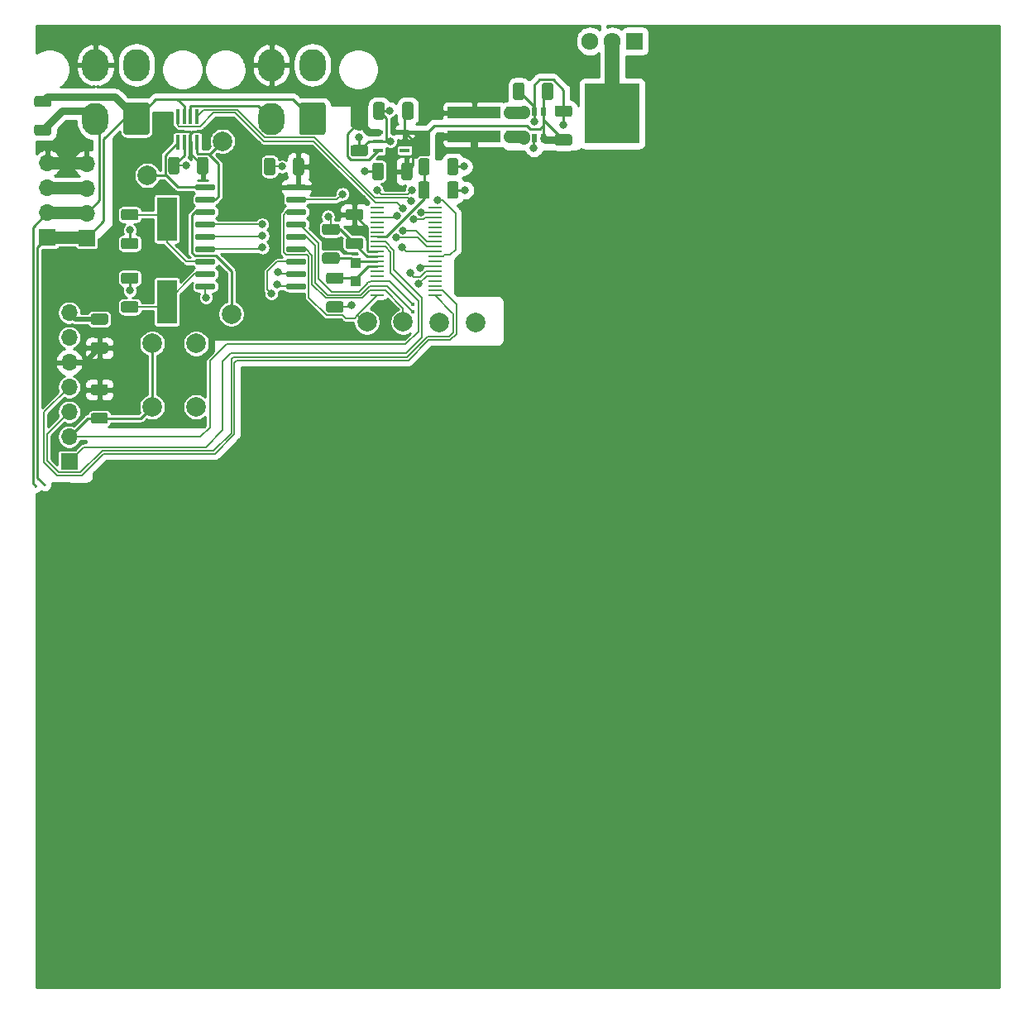
<source format=gbr>
%TF.GenerationSoftware,KiCad,Pcbnew,(5.1.9)-1*%
%TF.CreationDate,2021-05-20T13:00:32+02:00*%
%TF.ProjectId,PEE50-CurrentProtectionTemplate,50454535-302d-4437-9572-72656e745072,rev?*%
%TF.SameCoordinates,Original*%
%TF.FileFunction,Copper,L1,Top*%
%TF.FilePolarity,Positive*%
%FSLAX46Y46*%
G04 Gerber Fmt 4.6, Leading zero omitted, Abs format (unit mm)*
G04 Created by KiCad (PCBNEW (5.1.9)-1) date 2021-05-20 13:00:32*
%MOMM*%
%LPD*%
G01*
G04 APERTURE LIST*
%TA.AperFunction,ComponentPad*%
%ADD10O,1.717500X1.800000*%
%TD*%
%TA.AperFunction,ComponentPad*%
%ADD11R,1.717500X1.800000*%
%TD*%
%TA.AperFunction,SMDPad,CuDef*%
%ADD12R,5.700000X6.200000*%
%TD*%
%TA.AperFunction,SMDPad,CuDef*%
%ADD13R,1.404099X0.279400*%
%TD*%
%TA.AperFunction,SMDPad,CuDef*%
%ADD14R,2.000000X4.500000*%
%TD*%
%TA.AperFunction,ComponentPad*%
%ADD15O,2.700000X3.300000*%
%TD*%
%TA.AperFunction,ComponentPad*%
%ADD16O,1.700000X1.700000*%
%TD*%
%TA.AperFunction,ComponentPad*%
%ADD17R,1.700000X1.700000*%
%TD*%
%TA.AperFunction,SMDPad,CuDef*%
%ADD18R,5.410200X1.193800*%
%TD*%
%TA.AperFunction,SMDPad,CuDef*%
%ADD19R,0.711200X1.193800*%
%TD*%
%TA.AperFunction,SMDPad,CuDef*%
%ADD20R,1.100000X1.050000*%
%TD*%
%TA.AperFunction,SMDPad,CuDef*%
%ADD21R,0.400000X1.560000*%
%TD*%
%TA.AperFunction,SMDPad,CuDef*%
%ADD22R,0.558000X0.972299*%
%TD*%
%TA.AperFunction,SMDPad,CuDef*%
%ADD23R,0.977900X0.457200*%
%TD*%
%TA.AperFunction,ComponentPad*%
%ADD24C,2.000000*%
%TD*%
%TA.AperFunction,ViaPad*%
%ADD25C,0.800000*%
%TD*%
%TA.AperFunction,ViaPad*%
%ADD26C,0.400000*%
%TD*%
%TA.AperFunction,Conductor*%
%ADD27C,1.250000*%
%TD*%
%TA.AperFunction,Conductor*%
%ADD28C,0.250000*%
%TD*%
%TA.AperFunction,Conductor*%
%ADD29C,0.500000*%
%TD*%
%TA.AperFunction,Conductor*%
%ADD30C,0.127000*%
%TD*%
%TA.AperFunction,Conductor*%
%ADD31C,0.750000*%
%TD*%
%TA.AperFunction,Conductor*%
%ADD32C,1.750000*%
%TD*%
%TA.AperFunction,Conductor*%
%ADD33C,1.500000*%
%TD*%
%TA.AperFunction,Conductor*%
%ADD34C,0.254000*%
%TD*%
%TA.AperFunction,Conductor*%
%ADD35C,0.100000*%
%TD*%
G04 APERTURE END LIST*
D10*
%TO.P,Q1,3*%
%TO.N,GNDPWR*%
X72410000Y-17350000D03*
%TO.P,Q1,2*%
%TO.N,GND*%
X74700000Y-17350000D03*
D11*
%TO.P,Q1,1*%
%TO.N,/Beveiliging/~ENABLE*%
X76990000Y-17350000D03*
D12*
%TO.P,Q1,4*%
%TO.N,GND*%
X74700000Y-24783333D03*
%TD*%
D13*
%TO.P,U2,38*%
%TO.N,Net-(U2-Pad38)*%
X56549948Y-34399999D03*
%TO.P,U2,37*%
%TO.N,/Beveiliging/SHDN_CAN*%
X56549948Y-34900000D03*
%TO.P,U2,36*%
%TO.N,/Beveiliging/RS_STBY_CAN*%
X56549948Y-35399999D03*
%TO.P,U2,35*%
%TO.N,Net-(U2-Pad35)*%
X56549948Y-35900001D03*
%TO.P,U2,34*%
%TO.N,Net-(U2-Pad34)*%
X56549948Y-36400000D03*
%TO.P,U2,33*%
%TO.N,Net-(U2-Pad33)*%
X56549948Y-36899999D03*
%TO.P,U2,32*%
%TO.N,Net-(U2-Pad32)*%
X56549948Y-37400000D03*
%TO.P,U2,31*%
%TO.N,/Beveiliging/~TX0RTS*%
X56549948Y-37899999D03*
%TO.P,U2,30*%
%TO.N,/Beveiliging/~TX1RTS*%
X56549948Y-38399998D03*
%TO.P,U2,29*%
%TO.N,/Beveiliging/~TX2RTS*%
X56549948Y-38900000D03*
%TO.P,U2,28*%
%TO.N,/Beveiliging/~RST_CAN*%
X56549948Y-39399999D03*
%TO.P,U2,27*%
%TO.N,Net-(U2-Pad27)*%
X56549948Y-39900001D03*
%TO.P,U2,26*%
%TO.N,/Beveiliging/~RX1INT*%
X56549948Y-40400000D03*
%TO.P,U2,25*%
%TO.N,/Beveiliging/~RX0INT*%
X56549948Y-40899999D03*
%TO.P,U2,24*%
%TO.N,/Beveiliging/~INT*%
X56549948Y-41400000D03*
%TO.P,U2,23*%
%TO.N,Net-(U2-Pad23)*%
X56549948Y-41899999D03*
%TO.P,U2,22*%
%TO.N,Net-(U2-Pad22)*%
X56549948Y-42400001D03*
%TO.P,U2,21*%
%TO.N,/Beveiliging/RXD*%
X56549948Y-42900000D03*
%TO.P,U2,20*%
%TO.N,/Beveiliging/TXD*%
X56549948Y-43399999D03*
%TO.P,U2,19*%
%TO.N,/Beveiliging/~ChipSel*%
X50650052Y-43400001D03*
%TO.P,U2,18*%
%TO.N,/Beveiliging/SysClk*%
X50650052Y-42900000D03*
%TO.P,U2,17*%
%TO.N,/Beveiliging/SlaveIn*%
X50650052Y-42400001D03*
%TO.P,U2,16*%
%TO.N,/Beveiliging/SlaveOut*%
X50650052Y-41899999D03*
%TO.P,U2,15*%
%TO.N,Net-(U2-Pad15)*%
X50650052Y-41400000D03*
%TO.P,U2,14*%
%TO.N,Net-(U2-Pad14)*%
X50650052Y-40900001D03*
%TO.P,U2,13*%
%TO.N,/Beveiliging/XOUT*%
X50650052Y-40400000D03*
%TO.P,U2,12*%
%TO.N,/Beveiliging/XIN*%
X50650052Y-39900001D03*
%TO.P,U2,11*%
%TO.N,GNDPWR*%
X50650052Y-39399999D03*
%TO.P,U2,10*%
%TO.N,+3V3*%
X50650052Y-38900000D03*
%TO.P,U2,9*%
%TO.N,/Beveiliging/SBWTDIO*%
X50650052Y-38400001D03*
%TO.P,U2,8*%
%TO.N,/Beveiliging/SBWTCK*%
X50650052Y-37899999D03*
%TO.P,U2,7*%
%TO.N,/Beveiliging/Vcurrent*%
X50650052Y-37400000D03*
%TO.P,U2,6*%
%TO.N,Net-(U2-Pad6)*%
X50650052Y-36899999D03*
%TO.P,U2,5*%
%TO.N,Net-(U2-Pad5)*%
X50650052Y-36400000D03*
%TO.P,U2,4*%
%TO.N,Net-(U2-Pad4)*%
X50650052Y-35900001D03*
%TO.P,U2,3*%
%TO.N,/Beveiliging/~ENABLE*%
X50650052Y-35399999D03*
%TO.P,U2,2*%
%TO.N,Net-(U2-Pad2)*%
X50650052Y-34900000D03*
%TO.P,U2,1*%
%TO.N,Net-(U2-Pad1)*%
X50650052Y-34400001D03*
%TD*%
%TO.P,R4,1*%
%TO.N,/Beveiliging/Vcurrent*%
%TA.AperFunction,SMDPad,CuDef*%
G36*
G01*
X54875000Y-30825001D02*
X54875000Y-29574999D01*
G75*
G02*
X55124999Y-29325000I249999J0D01*
G01*
X55750001Y-29325000D01*
G75*
G02*
X56000000Y-29574999I0J-249999D01*
G01*
X56000000Y-30825001D01*
G75*
G02*
X55750001Y-31075000I-249999J0D01*
G01*
X55124999Y-31075000D01*
G75*
G02*
X54875000Y-30825001I0J249999D01*
G01*
G37*
%TD.AperFunction*%
%TO.P,R4,2*%
%TO.N,Net-(R4-Pad2)*%
%TA.AperFunction,SMDPad,CuDef*%
G36*
G01*
X57800000Y-30825001D02*
X57800000Y-29574999D01*
G75*
G02*
X58049999Y-29325000I249999J0D01*
G01*
X58675001Y-29325000D01*
G75*
G02*
X58925000Y-29574999I0J-249999D01*
G01*
X58925000Y-30825001D01*
G75*
G02*
X58675001Y-31075000I-249999J0D01*
G01*
X58049999Y-31075000D01*
G75*
G02*
X57800000Y-30825001I0J249999D01*
G01*
G37*
%TD.AperFunction*%
%TD*%
%TO.P,C14,2*%
%TO.N,GNDPWR*%
%TA.AperFunction,SMDPad,CuDef*%
G36*
G01*
X57800000Y-33250001D02*
X57800000Y-31949999D01*
G75*
G02*
X58049999Y-31700000I249999J0D01*
G01*
X58700001Y-31700000D01*
G75*
G02*
X58950000Y-31949999I0J-249999D01*
G01*
X58950000Y-33250001D01*
G75*
G02*
X58700001Y-33500000I-249999J0D01*
G01*
X58049999Y-33500000D01*
G75*
G02*
X57800000Y-33250001I0J249999D01*
G01*
G37*
%TD.AperFunction*%
%TO.P,C14,1*%
%TO.N,/Beveiliging/Vcurrent*%
%TA.AperFunction,SMDPad,CuDef*%
G36*
G01*
X54850000Y-33250001D02*
X54850000Y-31949999D01*
G75*
G02*
X55099999Y-31700000I249999J0D01*
G01*
X55750001Y-31700000D01*
G75*
G02*
X56000000Y-31949999I0J-249999D01*
G01*
X56000000Y-33250001D01*
G75*
G02*
X55750001Y-33500000I-249999J0D01*
G01*
X55099999Y-33500000D01*
G75*
G02*
X54850000Y-33250001I0J249999D01*
G01*
G37*
%TD.AperFunction*%
%TD*%
D14*
%TO.P,Y2,2*%
%TO.N,/Beveiliging/OSC2*%
X29100000Y-35550000D03*
%TO.P,Y2,1*%
%TO.N,/Beveiliging/OSC1*%
X29100000Y-44050000D03*
%TD*%
D15*
%TO.P,J3,4*%
%TO.N,+12V*%
X39800000Y-19800000D03*
%TO.P,J3,3*%
%TO.N,GNDPWR*%
X44000000Y-19800000D03*
%TO.P,J3,2*%
%TO.N,/Beveiliging/CANL*%
X39800000Y-25300000D03*
%TO.P,J3,1*%
%TO.N,/Beveiliging/CANH*%
%TA.AperFunction,ComponentPad*%
G36*
G01*
X45350000Y-23900001D02*
X45350000Y-26699999D01*
G75*
G02*
X45099999Y-26950000I-250001J0D01*
G01*
X42900001Y-26950000D01*
G75*
G02*
X42650000Y-26699999I0J250001D01*
G01*
X42650000Y-23900001D01*
G75*
G02*
X42900001Y-23650000I250001J0D01*
G01*
X45099999Y-23650000D01*
G75*
G02*
X45350000Y-23900001I0J-250001D01*
G01*
G37*
%TD.AperFunction*%
%TD*%
D16*
%TO.P,J5,7*%
%TO.N,GNDPWR*%
X19100000Y-45160000D03*
%TO.P,J5,6*%
%TO.N,Net-(J5-Pad6)*%
X19100000Y-47700000D03*
%TO.P,J5,5*%
%TO.N,+3V3*%
X19100000Y-50240000D03*
%TO.P,J5,4*%
%TO.N,/Beveiliging/RXD*%
X19100000Y-52780000D03*
%TO.P,J5,3*%
%TO.N,/Beveiliging/TXD*%
X19100000Y-55320000D03*
%TO.P,J5,2*%
%TO.N,/Beveiliging/SBWTDIO*%
X19100000Y-57860000D03*
D17*
%TO.P,J5,1*%
%TO.N,/Beveiliging/SBWTCK*%
X19100000Y-60400000D03*
%TD*%
D16*
%TO.P,J4,4*%
%TO.N,+12V*%
X20900000Y-29880000D03*
%TO.P,J4,3*%
%TO.N,GNDPWR*%
X20900000Y-32420000D03*
%TO.P,J4,2*%
%TO.N,/Beveiliging/CANL*%
X20900000Y-34960000D03*
D17*
%TO.P,J4,1*%
%TO.N,/Beveiliging/CANH*%
X20900000Y-37500000D03*
%TD*%
D18*
%TO.P,R2,4*%
%TO.N,+12P*%
X60577700Y-27106500D03*
D19*
%TO.P,R2,3*%
%TO.N,Net-(R2-Pad3)*%
X64171800Y-27106500D03*
%TO.P,R2,2*%
%TO.N,Net-(R2-Pad2)*%
X64171800Y-24693500D03*
D18*
%TO.P,R2,1*%
%TO.N,+12V*%
X60577700Y-24693500D03*
%TD*%
D20*
%TO.P,Y1,1*%
%TO.N,/Beveiliging/XOUT*%
X48400000Y-41925000D03*
%TO.P,Y1,2*%
%TO.N,/Beveiliging/XIN*%
X48400000Y-40075000D03*
%TD*%
D21*
%TO.P,U5,8*%
%TO.N,/Beveiliging/RS_STBY_CAN*%
X30220000Y-25050000D03*
%TO.P,U5,7*%
%TO.N,/Beveiliging/CANH*%
X30870000Y-25050000D03*
%TO.P,U5,6*%
%TO.N,/Beveiliging/CANL*%
X31530000Y-25050000D03*
%TO.P,U5,5*%
%TO.N,/Beveiliging/SHDN_CAN*%
X32180000Y-25050000D03*
%TO.P,U5,4*%
%TO.N,Net-(TP6-Pad1)*%
X32180000Y-27750000D03*
%TO.P,U5,3*%
%TO.N,+3V3*%
X31530000Y-27750000D03*
%TO.P,U5,2*%
%TO.N,GNDPWR*%
X30870000Y-27750000D03*
%TO.P,U5,1*%
%TO.N,Net-(TP7-Pad1)*%
X30220000Y-27750000D03*
%TD*%
%TO.P,U4,18*%
%TO.N,+3V3*%
%TA.AperFunction,SMDPad,CuDef*%
G36*
G01*
X41325000Y-32470000D02*
X41325000Y-32170000D01*
G75*
G02*
X41475000Y-32020000I150000J0D01*
G01*
X43225000Y-32020000D01*
G75*
G02*
X43375000Y-32170000I0J-150000D01*
G01*
X43375000Y-32470000D01*
G75*
G02*
X43225000Y-32620000I-150000J0D01*
G01*
X41475000Y-32620000D01*
G75*
G02*
X41325000Y-32470000I0J150000D01*
G01*
G37*
%TD.AperFunction*%
%TO.P,U4,17*%
%TO.N,/Beveiliging/~RST_CAN*%
%TA.AperFunction,SMDPad,CuDef*%
G36*
G01*
X41325000Y-33740000D02*
X41325000Y-33440000D01*
G75*
G02*
X41475000Y-33290000I150000J0D01*
G01*
X43225000Y-33290000D01*
G75*
G02*
X43375000Y-33440000I0J-150000D01*
G01*
X43375000Y-33740000D01*
G75*
G02*
X43225000Y-33890000I-150000J0D01*
G01*
X41475000Y-33890000D01*
G75*
G02*
X41325000Y-33740000I0J150000D01*
G01*
G37*
%TD.AperFunction*%
%TO.P,U4,16*%
%TO.N,/Beveiliging/~ChipSel*%
%TA.AperFunction,SMDPad,CuDef*%
G36*
G01*
X41325000Y-35010000D02*
X41325000Y-34710000D01*
G75*
G02*
X41475000Y-34560000I150000J0D01*
G01*
X43225000Y-34560000D01*
G75*
G02*
X43375000Y-34710000I0J-150000D01*
G01*
X43375000Y-35010000D01*
G75*
G02*
X43225000Y-35160000I-150000J0D01*
G01*
X41475000Y-35160000D01*
G75*
G02*
X41325000Y-35010000I0J150000D01*
G01*
G37*
%TD.AperFunction*%
%TO.P,U4,15*%
%TO.N,/Beveiliging/SlaveOut*%
%TA.AperFunction,SMDPad,CuDef*%
G36*
G01*
X41325000Y-36280000D02*
X41325000Y-35980000D01*
G75*
G02*
X41475000Y-35830000I150000J0D01*
G01*
X43225000Y-35830000D01*
G75*
G02*
X43375000Y-35980000I0J-150000D01*
G01*
X43375000Y-36280000D01*
G75*
G02*
X43225000Y-36430000I-150000J0D01*
G01*
X41475000Y-36430000D01*
G75*
G02*
X41325000Y-36280000I0J150000D01*
G01*
G37*
%TD.AperFunction*%
%TO.P,U4,14*%
%TO.N,/Beveiliging/SlaveIn*%
%TA.AperFunction,SMDPad,CuDef*%
G36*
G01*
X41325000Y-37550000D02*
X41325000Y-37250000D01*
G75*
G02*
X41475000Y-37100000I150000J0D01*
G01*
X43225000Y-37100000D01*
G75*
G02*
X43375000Y-37250000I0J-150000D01*
G01*
X43375000Y-37550000D01*
G75*
G02*
X43225000Y-37700000I-150000J0D01*
G01*
X41475000Y-37700000D01*
G75*
G02*
X41325000Y-37550000I0J150000D01*
G01*
G37*
%TD.AperFunction*%
%TO.P,U4,13*%
%TO.N,/Beveiliging/SysClk*%
%TA.AperFunction,SMDPad,CuDef*%
G36*
G01*
X41325000Y-38820000D02*
X41325000Y-38520000D01*
G75*
G02*
X41475000Y-38370000I150000J0D01*
G01*
X43225000Y-38370000D01*
G75*
G02*
X43375000Y-38520000I0J-150000D01*
G01*
X43375000Y-38820000D01*
G75*
G02*
X43225000Y-38970000I-150000J0D01*
G01*
X41475000Y-38970000D01*
G75*
G02*
X41325000Y-38820000I0J150000D01*
G01*
G37*
%TD.AperFunction*%
%TO.P,U4,12*%
%TO.N,/Beveiliging/~INT*%
%TA.AperFunction,SMDPad,CuDef*%
G36*
G01*
X41325000Y-40090000D02*
X41325000Y-39790000D01*
G75*
G02*
X41475000Y-39640000I150000J0D01*
G01*
X43225000Y-39640000D01*
G75*
G02*
X43375000Y-39790000I0J-150000D01*
G01*
X43375000Y-40090000D01*
G75*
G02*
X43225000Y-40240000I-150000J0D01*
G01*
X41475000Y-40240000D01*
G75*
G02*
X41325000Y-40090000I0J150000D01*
G01*
G37*
%TD.AperFunction*%
%TO.P,U4,11*%
%TO.N,/Beveiliging/~RX0INT*%
%TA.AperFunction,SMDPad,CuDef*%
G36*
G01*
X41325000Y-41360000D02*
X41325000Y-41060000D01*
G75*
G02*
X41475000Y-40910000I150000J0D01*
G01*
X43225000Y-40910000D01*
G75*
G02*
X43375000Y-41060000I0J-150000D01*
G01*
X43375000Y-41360000D01*
G75*
G02*
X43225000Y-41510000I-150000J0D01*
G01*
X41475000Y-41510000D01*
G75*
G02*
X41325000Y-41360000I0J150000D01*
G01*
G37*
%TD.AperFunction*%
%TO.P,U4,10*%
%TO.N,/Beveiliging/~RX1INT*%
%TA.AperFunction,SMDPad,CuDef*%
G36*
G01*
X41325000Y-42630000D02*
X41325000Y-42330000D01*
G75*
G02*
X41475000Y-42180000I150000J0D01*
G01*
X43225000Y-42180000D01*
G75*
G02*
X43375000Y-42330000I0J-150000D01*
G01*
X43375000Y-42630000D01*
G75*
G02*
X43225000Y-42780000I-150000J0D01*
G01*
X41475000Y-42780000D01*
G75*
G02*
X41325000Y-42630000I0J150000D01*
G01*
G37*
%TD.AperFunction*%
%TO.P,U4,9*%
%TO.N,GNDPWR*%
%TA.AperFunction,SMDPad,CuDef*%
G36*
G01*
X32025000Y-42630000D02*
X32025000Y-42330000D01*
G75*
G02*
X32175000Y-42180000I150000J0D01*
G01*
X33925000Y-42180000D01*
G75*
G02*
X34075000Y-42330000I0J-150000D01*
G01*
X34075000Y-42630000D01*
G75*
G02*
X33925000Y-42780000I-150000J0D01*
G01*
X32175000Y-42780000D01*
G75*
G02*
X32025000Y-42630000I0J150000D01*
G01*
G37*
%TD.AperFunction*%
%TO.P,U4,8*%
%TO.N,/Beveiliging/OSC1*%
%TA.AperFunction,SMDPad,CuDef*%
G36*
G01*
X32025000Y-41360000D02*
X32025000Y-41060000D01*
G75*
G02*
X32175000Y-40910000I150000J0D01*
G01*
X33925000Y-40910000D01*
G75*
G02*
X34075000Y-41060000I0J-150000D01*
G01*
X34075000Y-41360000D01*
G75*
G02*
X33925000Y-41510000I-150000J0D01*
G01*
X32175000Y-41510000D01*
G75*
G02*
X32025000Y-41360000I0J150000D01*
G01*
G37*
%TD.AperFunction*%
%TO.P,U4,7*%
%TO.N,/Beveiliging/OSC2*%
%TA.AperFunction,SMDPad,CuDef*%
G36*
G01*
X32025000Y-40090000D02*
X32025000Y-39790000D01*
G75*
G02*
X32175000Y-39640000I150000J0D01*
G01*
X33925000Y-39640000D01*
G75*
G02*
X34075000Y-39790000I0J-150000D01*
G01*
X34075000Y-40090000D01*
G75*
G02*
X33925000Y-40240000I-150000J0D01*
G01*
X32175000Y-40240000D01*
G75*
G02*
X32025000Y-40090000I0J150000D01*
G01*
G37*
%TD.AperFunction*%
%TO.P,U4,6*%
%TO.N,/Beveiliging/~TX2RTS*%
%TA.AperFunction,SMDPad,CuDef*%
G36*
G01*
X32025000Y-38820000D02*
X32025000Y-38520000D01*
G75*
G02*
X32175000Y-38370000I150000J0D01*
G01*
X33925000Y-38370000D01*
G75*
G02*
X34075000Y-38520000I0J-150000D01*
G01*
X34075000Y-38820000D01*
G75*
G02*
X33925000Y-38970000I-150000J0D01*
G01*
X32175000Y-38970000D01*
G75*
G02*
X32025000Y-38820000I0J150000D01*
G01*
G37*
%TD.AperFunction*%
%TO.P,U4,5*%
%TO.N,/Beveiliging/~TX1RTS*%
%TA.AperFunction,SMDPad,CuDef*%
G36*
G01*
X32025000Y-37550000D02*
X32025000Y-37250000D01*
G75*
G02*
X32175000Y-37100000I150000J0D01*
G01*
X33925000Y-37100000D01*
G75*
G02*
X34075000Y-37250000I0J-150000D01*
G01*
X34075000Y-37550000D01*
G75*
G02*
X33925000Y-37700000I-150000J0D01*
G01*
X32175000Y-37700000D01*
G75*
G02*
X32025000Y-37550000I0J150000D01*
G01*
G37*
%TD.AperFunction*%
%TO.P,U4,4*%
%TO.N,/Beveiliging/~TX0RTS*%
%TA.AperFunction,SMDPad,CuDef*%
G36*
G01*
X32025000Y-36280000D02*
X32025000Y-35980000D01*
G75*
G02*
X32175000Y-35830000I150000J0D01*
G01*
X33925000Y-35830000D01*
G75*
G02*
X34075000Y-35980000I0J-150000D01*
G01*
X34075000Y-36280000D01*
G75*
G02*
X33925000Y-36430000I-150000J0D01*
G01*
X32175000Y-36430000D01*
G75*
G02*
X32025000Y-36280000I0J150000D01*
G01*
G37*
%TD.AperFunction*%
%TO.P,U4,3*%
%TO.N,Net-(TP5-Pad1)*%
%TA.AperFunction,SMDPad,CuDef*%
G36*
G01*
X32025000Y-35010000D02*
X32025000Y-34710000D01*
G75*
G02*
X32175000Y-34560000I150000J0D01*
G01*
X33925000Y-34560000D01*
G75*
G02*
X34075000Y-34710000I0J-150000D01*
G01*
X34075000Y-35010000D01*
G75*
G02*
X33925000Y-35160000I-150000J0D01*
G01*
X32175000Y-35160000D01*
G75*
G02*
X32025000Y-35010000I0J150000D01*
G01*
G37*
%TD.AperFunction*%
%TO.P,U4,2*%
%TO.N,Net-(TP6-Pad1)*%
%TA.AperFunction,SMDPad,CuDef*%
G36*
G01*
X32025000Y-33740000D02*
X32025000Y-33440000D01*
G75*
G02*
X32175000Y-33290000I150000J0D01*
G01*
X33925000Y-33290000D01*
G75*
G02*
X34075000Y-33440000I0J-150000D01*
G01*
X34075000Y-33740000D01*
G75*
G02*
X33925000Y-33890000I-150000J0D01*
G01*
X32175000Y-33890000D01*
G75*
G02*
X32025000Y-33740000I0J150000D01*
G01*
G37*
%TD.AperFunction*%
%TO.P,U4,1*%
%TO.N,Net-(TP7-Pad1)*%
%TA.AperFunction,SMDPad,CuDef*%
G36*
G01*
X32025000Y-32470000D02*
X32025000Y-32170000D01*
G75*
G02*
X32175000Y-32020000I150000J0D01*
G01*
X33925000Y-32020000D01*
G75*
G02*
X34075000Y-32170000I0J-150000D01*
G01*
X34075000Y-32470000D01*
G75*
G02*
X33925000Y-32620000I-150000J0D01*
G01*
X32175000Y-32620000D01*
G75*
G02*
X32025000Y-32470000I0J150000D01*
G01*
G37*
%TD.AperFunction*%
%TD*%
D22*
%TO.P,U3,6*%
%TO.N,+3V3*%
X67650001Y-27262451D03*
%TO.P,U3,5*%
%TO.N,Net-(R4-Pad2)*%
X66700000Y-27262451D03*
%TO.P,U3,4*%
%TO.N,Net-(R2-Pad3)*%
X65749999Y-27262451D03*
%TO.P,U3,3*%
%TO.N,Net-(R2-Pad2)*%
X65749999Y-24537549D03*
%TO.P,U3,2*%
%TO.N,GNDPWR*%
X66700000Y-24537549D03*
%TO.P,U3,1*%
%TO.N,+3V3*%
X67650001Y-24537549D03*
%TD*%
D23*
%TO.P,U1,5*%
%TO.N,+3V3*%
X53465250Y-26650040D03*
%TO.P,U1,4*%
%TO.N,Net-(U1-Pad4)*%
X53465250Y-28549960D03*
%TO.P,U1,3*%
%TO.N,+12V*%
X50734750Y-28549960D03*
%TO.P,U1,2*%
%TO.N,GNDPWR*%
X50734750Y-27600000D03*
%TO.P,U1,1*%
%TO.N,+12V*%
X50734750Y-26650040D03*
%TD*%
D24*
%TO.P,TP7,1*%
%TO.N,Net-(TP7-Pad1)*%
X27100000Y-31100000D03*
%TD*%
%TO.P,TP6,1*%
%TO.N,Net-(TP6-Pad1)*%
X34800000Y-27600000D03*
%TD*%
%TO.P,TP4,1*%
%TO.N,/Beveiliging/SysClk*%
X53300000Y-46100000D03*
%TD*%
%TO.P,TP3,1*%
%TO.N,/Beveiliging/~ChipSel*%
X49600000Y-46100000D03*
%TD*%
%TO.P,TP2,1*%
%TO.N,/Beveiliging/SlaveOut*%
X60700000Y-46200000D03*
%TD*%
%TO.P,TP1,1*%
%TO.N,/Beveiliging/SlaveIn*%
X57000000Y-46200000D03*
%TD*%
%TO.P,TP5,1*%
%TO.N,Net-(TP5-Pad1)*%
X35700000Y-45300000D03*
%TD*%
%TO.P,SW1,2*%
%TO.N,/Beveiliging/SBWTDIO*%
X27600000Y-48300000D03*
%TO.P,SW1,1*%
%TO.N,GNDPWR*%
X32100000Y-48300000D03*
%TO.P,SW1,2*%
%TO.N,/Beveiliging/SBWTDIO*%
X27600000Y-54800000D03*
%TO.P,SW1,1*%
%TO.N,GNDPWR*%
X32100000Y-54800000D03*
%TD*%
%TO.P,R3,2*%
%TO.N,/Beveiliging/CANL*%
%TA.AperFunction,SMDPad,CuDef*%
G36*
G01*
X15774999Y-25900000D02*
X17025001Y-25900000D01*
G75*
G02*
X17275000Y-26149999I0J-249999D01*
G01*
X17275000Y-26775001D01*
G75*
G02*
X17025001Y-27025000I-249999J0D01*
G01*
X15774999Y-27025000D01*
G75*
G02*
X15525000Y-26775001I0J249999D01*
G01*
X15525000Y-26149999D01*
G75*
G02*
X15774999Y-25900000I249999J0D01*
G01*
G37*
%TD.AperFunction*%
%TO.P,R3,1*%
%TO.N,/Beveiliging/CANH*%
%TA.AperFunction,SMDPad,CuDef*%
G36*
G01*
X15774999Y-22975000D02*
X17025001Y-22975000D01*
G75*
G02*
X17275000Y-23224999I0J-249999D01*
G01*
X17275000Y-23850001D01*
G75*
G02*
X17025001Y-24100000I-249999J0D01*
G01*
X15774999Y-24100000D01*
G75*
G02*
X15525000Y-23850001I0J249999D01*
G01*
X15525000Y-23224999D01*
G75*
G02*
X15774999Y-22975000I249999J0D01*
G01*
G37*
%TD.AperFunction*%
%TD*%
%TO.P,R1,2*%
%TO.N,/Beveiliging/SBWTDIO*%
%TA.AperFunction,SMDPad,CuDef*%
G36*
G01*
X21574999Y-55400000D02*
X22825001Y-55400000D01*
G75*
G02*
X23075000Y-55649999I0J-249999D01*
G01*
X23075000Y-56275001D01*
G75*
G02*
X22825001Y-56525000I-249999J0D01*
G01*
X21574999Y-56525000D01*
G75*
G02*
X21325000Y-56275001I0J249999D01*
G01*
X21325000Y-55649999D01*
G75*
G02*
X21574999Y-55400000I249999J0D01*
G01*
G37*
%TD.AperFunction*%
%TO.P,R1,1*%
%TO.N,+3V3*%
%TA.AperFunction,SMDPad,CuDef*%
G36*
G01*
X21574999Y-52475000D02*
X22825001Y-52475000D01*
G75*
G02*
X23075000Y-52724999I0J-249999D01*
G01*
X23075000Y-53350001D01*
G75*
G02*
X22825001Y-53600000I-249999J0D01*
G01*
X21574999Y-53600000D01*
G75*
G02*
X21325000Y-53350001I0J249999D01*
G01*
X21325000Y-52724999D01*
G75*
G02*
X21574999Y-52475000I249999J0D01*
G01*
G37*
%TD.AperFunction*%
%TD*%
D16*
%TO.P,J2,4*%
%TO.N,+12V*%
X16885000Y-29863000D03*
%TO.P,J2,3*%
%TO.N,GNDPWR*%
X16885000Y-32403000D03*
%TO.P,J2,2*%
%TO.N,/Beveiliging/CANL*%
X16885000Y-34943000D03*
D17*
%TO.P,J2,1*%
%TO.N,/Beveiliging/CANH*%
X16885000Y-37483000D03*
%TD*%
D15*
%TO.P,J1,4*%
%TO.N,+12V*%
X21800000Y-19800000D03*
%TO.P,J1,3*%
%TO.N,GNDPWR*%
X26000000Y-19800000D03*
%TO.P,J1,2*%
%TO.N,/Beveiliging/CANL*%
X21800000Y-25300000D03*
%TO.P,J1,1*%
%TO.N,/Beveiliging/CANH*%
%TA.AperFunction,ComponentPad*%
G36*
G01*
X27350000Y-23900001D02*
X27350000Y-26699999D01*
G75*
G02*
X27099999Y-26950000I-250001J0D01*
G01*
X24900001Y-26950000D01*
G75*
G02*
X24650000Y-26699999I0J250001D01*
G01*
X24650000Y-23900001D01*
G75*
G02*
X24900001Y-23650000I250001J0D01*
G01*
X27099999Y-23650000D01*
G75*
G02*
X27350000Y-23900001I0J-250001D01*
G01*
G37*
%TD.AperFunction*%
%TD*%
%TO.P,C13,2*%
%TO.N,GNDPWR*%
%TA.AperFunction,SMDPad,CuDef*%
G36*
G01*
X30400000Y-29449999D02*
X30400000Y-30750001D01*
G75*
G02*
X30150001Y-31000000I-249999J0D01*
G01*
X29499999Y-31000000D01*
G75*
G02*
X29250000Y-30750001I0J249999D01*
G01*
X29250000Y-29449999D01*
G75*
G02*
X29499999Y-29200000I249999J0D01*
G01*
X30150001Y-29200000D01*
G75*
G02*
X30400000Y-29449999I0J-249999D01*
G01*
G37*
%TD.AperFunction*%
%TO.P,C13,1*%
%TO.N,+3V3*%
%TA.AperFunction,SMDPad,CuDef*%
G36*
G01*
X33350000Y-29449999D02*
X33350000Y-30750001D01*
G75*
G02*
X33100001Y-31000000I-249999J0D01*
G01*
X32449999Y-31000000D01*
G75*
G02*
X32200000Y-30750001I0J249999D01*
G01*
X32200000Y-29449999D01*
G75*
G02*
X32449999Y-29200000I249999J0D01*
G01*
X33100001Y-29200000D01*
G75*
G02*
X33350000Y-29449999I0J-249999D01*
G01*
G37*
%TD.AperFunction*%
%TD*%
%TO.P,C12,2*%
%TO.N,+3V3*%
%TA.AperFunction,SMDPad,CuDef*%
G36*
G01*
X21549999Y-48200000D02*
X22850001Y-48200000D01*
G75*
G02*
X23100000Y-48449999I0J-249999D01*
G01*
X23100000Y-49100001D01*
G75*
G02*
X22850001Y-49350000I-249999J0D01*
G01*
X21549999Y-49350000D01*
G75*
G02*
X21300000Y-49100001I0J249999D01*
G01*
X21300000Y-48449999D01*
G75*
G02*
X21549999Y-48200000I249999J0D01*
G01*
G37*
%TD.AperFunction*%
%TO.P,C12,1*%
%TO.N,GNDPWR*%
%TA.AperFunction,SMDPad,CuDef*%
G36*
G01*
X21549999Y-45250000D02*
X22850001Y-45250000D01*
G75*
G02*
X23100000Y-45499999I0J-249999D01*
G01*
X23100000Y-46150001D01*
G75*
G02*
X22850001Y-46400000I-249999J0D01*
G01*
X21549999Y-46400000D01*
G75*
G02*
X21300000Y-46150001I0J249999D01*
G01*
X21300000Y-45499999D01*
G75*
G02*
X21549999Y-45250000I249999J0D01*
G01*
G37*
%TD.AperFunction*%
%TD*%
%TO.P,C11,2*%
%TO.N,+3V3*%
%TA.AperFunction,SMDPad,CuDef*%
G36*
G01*
X42000000Y-30850001D02*
X42000000Y-29549999D01*
G75*
G02*
X42249999Y-29300000I249999J0D01*
G01*
X42900001Y-29300000D01*
G75*
G02*
X43150000Y-29549999I0J-249999D01*
G01*
X43150000Y-30850001D01*
G75*
G02*
X42900001Y-31100000I-249999J0D01*
G01*
X42249999Y-31100000D01*
G75*
G02*
X42000000Y-30850001I0J249999D01*
G01*
G37*
%TD.AperFunction*%
%TO.P,C11,1*%
%TO.N,GNDPWR*%
%TA.AperFunction,SMDPad,CuDef*%
G36*
G01*
X39050000Y-30850001D02*
X39050000Y-29549999D01*
G75*
G02*
X39299999Y-29300000I249999J0D01*
G01*
X39950001Y-29300000D01*
G75*
G02*
X40200000Y-29549999I0J-249999D01*
G01*
X40200000Y-30850001D01*
G75*
G02*
X39950001Y-31100000I-249999J0D01*
G01*
X39299999Y-31100000D01*
G75*
G02*
X39050000Y-30850001I0J249999D01*
G01*
G37*
%TD.AperFunction*%
%TD*%
%TO.P,C9,2*%
%TO.N,/Beveiliging/OSC2*%
%TA.AperFunction,SMDPad,CuDef*%
G36*
G01*
X25950001Y-35700000D02*
X24649999Y-35700000D01*
G75*
G02*
X24400000Y-35450001I0J249999D01*
G01*
X24400000Y-34799999D01*
G75*
G02*
X24649999Y-34550000I249999J0D01*
G01*
X25950001Y-34550000D01*
G75*
G02*
X26200000Y-34799999I0J-249999D01*
G01*
X26200000Y-35450001D01*
G75*
G02*
X25950001Y-35700000I-249999J0D01*
G01*
G37*
%TD.AperFunction*%
%TO.P,C9,1*%
%TO.N,GNDPWR*%
%TA.AperFunction,SMDPad,CuDef*%
G36*
G01*
X25950001Y-38650000D02*
X24649999Y-38650000D01*
G75*
G02*
X24400000Y-38400001I0J249999D01*
G01*
X24400000Y-37749999D01*
G75*
G02*
X24649999Y-37500000I249999J0D01*
G01*
X25950001Y-37500000D01*
G75*
G02*
X26200000Y-37749999I0J-249999D01*
G01*
X26200000Y-38400001D01*
G75*
G02*
X25950001Y-38650000I-249999J0D01*
G01*
G37*
%TD.AperFunction*%
%TD*%
%TO.P,C10,2*%
%TO.N,GNDPWR*%
%TA.AperFunction,SMDPad,CuDef*%
G36*
G01*
X70350001Y-25100000D02*
X69049999Y-25100000D01*
G75*
G02*
X68800000Y-24850001I0J249999D01*
G01*
X68800000Y-24199999D01*
G75*
G02*
X69049999Y-23950000I249999J0D01*
G01*
X70350001Y-23950000D01*
G75*
G02*
X70600000Y-24199999I0J-249999D01*
G01*
X70600000Y-24850001D01*
G75*
G02*
X70350001Y-25100000I-249999J0D01*
G01*
G37*
%TD.AperFunction*%
%TO.P,C10,1*%
%TO.N,+3V3*%
%TA.AperFunction,SMDPad,CuDef*%
G36*
G01*
X70350001Y-28050000D02*
X69049999Y-28050000D01*
G75*
G02*
X68800000Y-27800001I0J249999D01*
G01*
X68800000Y-27149999D01*
G75*
G02*
X69049999Y-26900000I249999J0D01*
G01*
X70350001Y-26900000D01*
G75*
G02*
X70600000Y-27149999I0J-249999D01*
G01*
X70600000Y-27800001D01*
G75*
G02*
X70350001Y-28050000I-249999J0D01*
G01*
G37*
%TD.AperFunction*%
%TD*%
%TO.P,C7,2*%
%TO.N,GNDPWR*%
%TA.AperFunction,SMDPad,CuDef*%
G36*
G01*
X25950001Y-42200000D02*
X24649999Y-42200000D01*
G75*
G02*
X24400000Y-41950001I0J249999D01*
G01*
X24400000Y-41299999D01*
G75*
G02*
X24649999Y-41050000I249999J0D01*
G01*
X25950001Y-41050000D01*
G75*
G02*
X26200000Y-41299999I0J-249999D01*
G01*
X26200000Y-41950001D01*
G75*
G02*
X25950001Y-42200000I-249999J0D01*
G01*
G37*
%TD.AperFunction*%
%TO.P,C7,1*%
%TO.N,/Beveiliging/OSC1*%
%TA.AperFunction,SMDPad,CuDef*%
G36*
G01*
X25950001Y-45150000D02*
X24649999Y-45150000D01*
G75*
G02*
X24400000Y-44900001I0J249999D01*
G01*
X24400000Y-44249999D01*
G75*
G02*
X24649999Y-44000000I249999J0D01*
G01*
X25950001Y-44000000D01*
G75*
G02*
X26200000Y-44249999I0J-249999D01*
G01*
X26200000Y-44900001D01*
G75*
G02*
X25950001Y-45150000I-249999J0D01*
G01*
G37*
%TD.AperFunction*%
%TD*%
%TO.P,C8,2*%
%TO.N,GNDPWR*%
%TA.AperFunction,SMDPad,CuDef*%
G36*
G01*
X65700000Y-21849999D02*
X65700000Y-23150001D01*
G75*
G02*
X65450001Y-23400000I-249999J0D01*
G01*
X64799999Y-23400000D01*
G75*
G02*
X64550000Y-23150001I0J249999D01*
G01*
X64550000Y-21849999D01*
G75*
G02*
X64799999Y-21600000I249999J0D01*
G01*
X65450001Y-21600000D01*
G75*
G02*
X65700000Y-21849999I0J-249999D01*
G01*
G37*
%TD.AperFunction*%
%TO.P,C8,1*%
%TO.N,+3V3*%
%TA.AperFunction,SMDPad,CuDef*%
G36*
G01*
X68650000Y-21849999D02*
X68650000Y-23150001D01*
G75*
G02*
X68400001Y-23400000I-249999J0D01*
G01*
X67749999Y-23400000D01*
G75*
G02*
X67500000Y-23150001I0J249999D01*
G01*
X67500000Y-21849999D01*
G75*
G02*
X67749999Y-21600000I249999J0D01*
G01*
X68400001Y-21600000D01*
G75*
G02*
X68650000Y-21849999I0J-249999D01*
G01*
G37*
%TD.AperFunction*%
%TD*%
%TO.P,C6,2*%
%TO.N,GNDPWR*%
%TA.AperFunction,SMDPad,CuDef*%
G36*
G01*
X46550001Y-37200000D02*
X45249999Y-37200000D01*
G75*
G02*
X45000000Y-36950001I0J249999D01*
G01*
X45000000Y-36299999D01*
G75*
G02*
X45249999Y-36050000I249999J0D01*
G01*
X46550001Y-36050000D01*
G75*
G02*
X46800000Y-36299999I0J-249999D01*
G01*
X46800000Y-36950001D01*
G75*
G02*
X46550001Y-37200000I-249999J0D01*
G01*
G37*
%TD.AperFunction*%
%TO.P,C6,1*%
%TO.N,/Beveiliging/XIN*%
%TA.AperFunction,SMDPad,CuDef*%
G36*
G01*
X46550001Y-40150000D02*
X45249999Y-40150000D01*
G75*
G02*
X45000000Y-39900001I0J249999D01*
G01*
X45000000Y-39249999D01*
G75*
G02*
X45249999Y-39000000I249999J0D01*
G01*
X46550001Y-39000000D01*
G75*
G02*
X46800000Y-39249999I0J-249999D01*
G01*
X46800000Y-39900001D01*
G75*
G02*
X46550001Y-40150000I-249999J0D01*
G01*
G37*
%TD.AperFunction*%
%TD*%
%TO.P,C5,2*%
%TO.N,GNDPWR*%
%TA.AperFunction,SMDPad,CuDef*%
G36*
G01*
X45649999Y-44000000D02*
X46950001Y-44000000D01*
G75*
G02*
X47200000Y-44249999I0J-249999D01*
G01*
X47200000Y-44900001D01*
G75*
G02*
X46950001Y-45150000I-249999J0D01*
G01*
X45649999Y-45150000D01*
G75*
G02*
X45400000Y-44900001I0J249999D01*
G01*
X45400000Y-44249999D01*
G75*
G02*
X45649999Y-44000000I249999J0D01*
G01*
G37*
%TD.AperFunction*%
%TO.P,C5,1*%
%TO.N,/Beveiliging/XOUT*%
%TA.AperFunction,SMDPad,CuDef*%
G36*
G01*
X45649999Y-41050000D02*
X46950001Y-41050000D01*
G75*
G02*
X47200000Y-41299999I0J-249999D01*
G01*
X47200000Y-41950001D01*
G75*
G02*
X46950001Y-42200000I-249999J0D01*
G01*
X45649999Y-42200000D01*
G75*
G02*
X45400000Y-41950001I0J249999D01*
G01*
X45400000Y-41299999D01*
G75*
G02*
X45649999Y-41050000I249999J0D01*
G01*
G37*
%TD.AperFunction*%
%TD*%
%TO.P,C4,2*%
%TO.N,+3V3*%
%TA.AperFunction,SMDPad,CuDef*%
G36*
G01*
X53200000Y-25150001D02*
X53200000Y-23849999D01*
G75*
G02*
X53449999Y-23600000I249999J0D01*
G01*
X54100001Y-23600000D01*
G75*
G02*
X54350000Y-23849999I0J-249999D01*
G01*
X54350000Y-25150001D01*
G75*
G02*
X54100001Y-25400000I-249999J0D01*
G01*
X53449999Y-25400000D01*
G75*
G02*
X53200000Y-25150001I0J249999D01*
G01*
G37*
%TD.AperFunction*%
%TO.P,C4,1*%
%TO.N,GNDPWR*%
%TA.AperFunction,SMDPad,CuDef*%
G36*
G01*
X50250000Y-25150001D02*
X50250000Y-23849999D01*
G75*
G02*
X50499999Y-23600000I249999J0D01*
G01*
X51150001Y-23600000D01*
G75*
G02*
X51400000Y-23849999I0J-249999D01*
G01*
X51400000Y-25150001D01*
G75*
G02*
X51150001Y-25400000I-249999J0D01*
G01*
X50499999Y-25400000D01*
G75*
G02*
X50250000Y-25150001I0J249999D01*
G01*
G37*
%TD.AperFunction*%
%TD*%
%TO.P,C3,2*%
%TO.N,GNDPWR*%
%TA.AperFunction,SMDPad,CuDef*%
G36*
G01*
X51300000Y-30049999D02*
X51300000Y-31350001D01*
G75*
G02*
X51050001Y-31600000I-249999J0D01*
G01*
X50399999Y-31600000D01*
G75*
G02*
X50150000Y-31350001I0J249999D01*
G01*
X50150000Y-30049999D01*
G75*
G02*
X50399999Y-29800000I249999J0D01*
G01*
X51050001Y-29800000D01*
G75*
G02*
X51300000Y-30049999I0J-249999D01*
G01*
G37*
%TD.AperFunction*%
%TO.P,C3,1*%
%TO.N,+3V3*%
%TA.AperFunction,SMDPad,CuDef*%
G36*
G01*
X54250000Y-30049999D02*
X54250000Y-31350001D01*
G75*
G02*
X54000001Y-31600000I-249999J0D01*
G01*
X53349999Y-31600000D01*
G75*
G02*
X53100000Y-31350001I0J249999D01*
G01*
X53100000Y-30049999D01*
G75*
G02*
X53349999Y-29800000I249999J0D01*
G01*
X54000001Y-29800000D01*
G75*
G02*
X54250000Y-30049999I0J-249999D01*
G01*
G37*
%TD.AperFunction*%
%TD*%
%TO.P,C1,2*%
%TO.N,+3V3*%
%TA.AperFunction,SMDPad,CuDef*%
G36*
G01*
X48950001Y-35700000D02*
X47649999Y-35700000D01*
G75*
G02*
X47400000Y-35450001I0J249999D01*
G01*
X47400000Y-34799999D01*
G75*
G02*
X47649999Y-34550000I249999J0D01*
G01*
X48950001Y-34550000D01*
G75*
G02*
X49200000Y-34799999I0J-249999D01*
G01*
X49200000Y-35450001D01*
G75*
G02*
X48950001Y-35700000I-249999J0D01*
G01*
G37*
%TD.AperFunction*%
%TO.P,C1,1*%
%TO.N,GNDPWR*%
%TA.AperFunction,SMDPad,CuDef*%
G36*
G01*
X48950001Y-38650000D02*
X47649999Y-38650000D01*
G75*
G02*
X47400000Y-38400001I0J249999D01*
G01*
X47400000Y-37749999D01*
G75*
G02*
X47649999Y-37500000I249999J0D01*
G01*
X48950001Y-37500000D01*
G75*
G02*
X49200000Y-37749999I0J-249999D01*
G01*
X49200000Y-38400001D01*
G75*
G02*
X48950001Y-38650000I-249999J0D01*
G01*
G37*
%TD.AperFunction*%
%TD*%
%TO.P,C2,2*%
%TO.N,+12V*%
%TA.AperFunction,SMDPad,CuDef*%
G36*
G01*
X49450001Y-26200000D02*
X48149999Y-26200000D01*
G75*
G02*
X47900000Y-25950001I0J249999D01*
G01*
X47900000Y-25299999D01*
G75*
G02*
X48149999Y-25050000I249999J0D01*
G01*
X49450001Y-25050000D01*
G75*
G02*
X49700000Y-25299999I0J-249999D01*
G01*
X49700000Y-25950001D01*
G75*
G02*
X49450001Y-26200000I-249999J0D01*
G01*
G37*
%TD.AperFunction*%
%TO.P,C2,1*%
%TO.N,GNDPWR*%
%TA.AperFunction,SMDPad,CuDef*%
G36*
G01*
X49450001Y-29150000D02*
X48149999Y-29150000D01*
G75*
G02*
X47900000Y-28900001I0J249999D01*
G01*
X47900000Y-28249999D01*
G75*
G02*
X48149999Y-28000000I249999J0D01*
G01*
X49450001Y-28000000D01*
G75*
G02*
X49700000Y-28249999I0J-249999D01*
G01*
X49700000Y-28900001D01*
G75*
G02*
X49450001Y-29150000I-249999J0D01*
G01*
G37*
%TD.AperFunction*%
%TD*%
D25*
%TO.N,GNDPWR*%
X48800000Y-27200000D03*
X69700000Y-25900000D03*
X49399998Y-30699998D03*
X59600000Y-32600000D03*
X66700000Y-25600000D03*
X33100000Y-43600000D03*
X45600000Y-35300000D03*
X40900000Y-30200000D03*
X31100000Y-30100000D03*
X25300000Y-42900000D03*
X25300000Y-36700000D03*
X51900000Y-24500000D03*
X51999981Y-27600019D03*
X48000000Y-44426490D03*
%TO.N,+3V3*%
X49117639Y-33500429D03*
X52100000Y-32400000D03*
%TO.N,/Beveiliging/~ENABLE*%
X52645572Y-35256118D03*
D26*
%TO.N,/Beveiliging/SlaveIn*%
X54309489Y-45100000D03*
%TO.N,/Beveiliging/SlaveOut*%
X54300000Y-44300012D03*
D25*
%TO.N,/Beveiliging/SHDN_CAN*%
X54100000Y-33700000D03*
X55120807Y-34906845D03*
%TO.N,/Beveiliging/RS_STBY_CAN*%
X54400000Y-35600002D03*
X53300010Y-34500000D03*
%TO.N,/Beveiliging/~TX0RTS*%
X38870000Y-36130000D03*
X53297424Y-36809756D03*
%TO.N,/Beveiliging/~TX1RTS*%
X38900000Y-37300000D03*
X52545927Y-37473266D03*
%TO.N,/Beveiliging/~TX2RTS*%
X53200000Y-38500000D03*
X38900000Y-38500000D03*
%TO.N,/Beveiliging/~RST_CAN*%
X54200000Y-32600000D03*
X56800000Y-33660297D03*
X50600000Y-32600000D03*
X47100000Y-33000000D03*
%TO.N,/Beveiliging/~RX1INT*%
X40354072Y-42282418D03*
X55000000Y-40600000D03*
%TO.N,/Beveiliging/~RX0INT*%
X40500000Y-41000000D03*
X54000000Y-41100000D03*
%TO.N,/Beveiliging/~INT*%
X39800000Y-43200000D03*
X54900000Y-42200000D03*
%TO.N,Net-(R4-Pad2)*%
X59500000Y-30200000D03*
X66675001Y-28300000D03*
%TD*%
D27*
%TO.N,GNDPWR*%
X20883000Y-32403000D02*
X20900000Y-32420000D01*
X16885000Y-32403000D02*
X20883000Y-32403000D01*
D28*
X30870000Y-29055000D02*
X29825000Y-30100000D01*
X30870000Y-27750000D02*
X30870000Y-29055000D01*
D29*
X19765000Y-45825000D02*
X19100000Y-45160000D01*
X22200000Y-45825000D02*
X19765000Y-45825000D01*
D28*
X49775000Y-27600000D02*
X50734750Y-27600000D01*
X48800000Y-28575000D02*
X49775000Y-27600000D01*
X66700000Y-24075000D02*
X66700000Y-24537549D01*
X65125000Y-22500000D02*
X66700000Y-24075000D01*
X48300000Y-38113110D02*
X48300000Y-38075000D01*
X49586889Y-39399999D02*
X48300000Y-38113110D01*
X50650052Y-39399999D02*
X49586889Y-39399999D01*
X46850000Y-36625000D02*
X48300000Y-38075000D01*
X45900000Y-36625000D02*
X46850000Y-36625000D01*
X48800000Y-28575000D02*
X48800000Y-27200000D01*
X51548701Y-27524999D02*
X51473700Y-27600000D01*
X51548701Y-25223701D02*
X51548701Y-27524999D01*
X50825000Y-24500000D02*
X51548701Y-25223701D01*
X66700000Y-21834315D02*
X66700000Y-24537549D01*
X67259325Y-21274990D02*
X66700000Y-21834315D01*
X68638180Y-21274990D02*
X67259325Y-21274990D01*
X69700000Y-22336810D02*
X68638180Y-21274990D01*
X69700000Y-24525000D02*
X69700000Y-22336810D01*
X69700000Y-24525000D02*
X69700000Y-25900000D01*
X51473700Y-27600000D02*
X50734750Y-27600000D01*
X49400000Y-30700000D02*
X49399998Y-30699998D01*
X50725000Y-30700000D02*
X49400000Y-30700000D01*
X58375000Y-32600000D02*
X59600000Y-32600000D01*
X66700000Y-24537549D02*
X66700000Y-25600000D01*
D30*
X33050000Y-43550000D02*
X33100000Y-43600000D01*
X33050000Y-42480000D02*
X33050000Y-43550000D01*
X45900000Y-35600000D02*
X45600000Y-35300000D01*
X45900000Y-36625000D02*
X45900000Y-35600000D01*
X39625000Y-30200000D02*
X40900000Y-30200000D01*
X29825000Y-30100000D02*
X31100000Y-30100000D01*
D28*
X25300000Y-41625000D02*
X25300000Y-42900000D01*
X25300000Y-38075000D02*
X25300000Y-36700000D01*
X50825000Y-24500000D02*
X52200000Y-24500000D01*
X52200000Y-24500000D02*
X51900000Y-24500000D01*
X51473700Y-27600000D02*
X51999962Y-27600000D01*
X51999962Y-27600000D02*
X51999981Y-27600019D01*
D30*
X47851490Y-44575000D02*
X48000000Y-44426490D01*
X46300000Y-44575000D02*
X47851490Y-44575000D01*
D27*
%TO.N,+12V*%
X20883000Y-29863000D02*
X20900000Y-29880000D01*
X16885000Y-29863000D02*
X20883000Y-29863000D01*
D28*
X47574990Y-26850010D02*
X48800000Y-25625000D01*
X47574990Y-29138180D02*
X47574990Y-26850010D01*
X47911820Y-29475010D02*
X47574990Y-29138180D01*
X49809700Y-29475010D02*
X47911820Y-29475010D01*
X50734750Y-28549960D02*
X49809700Y-29475010D01*
D31*
X49825040Y-26650040D02*
X48800000Y-25625000D01*
X50734750Y-26650040D02*
X49825040Y-26650040D01*
D32*
X48800000Y-25625000D02*
X48800000Y-23200000D01*
D28*
%TO.N,+3V3*%
X31530000Y-28855000D02*
X32775000Y-30100000D01*
X31530000Y-27750000D02*
X31530000Y-28855000D01*
D29*
X20735000Y-50240000D02*
X22200000Y-48775000D01*
X19100000Y-50240000D02*
X20735000Y-50240000D01*
X42575000Y-32095000D02*
X42350000Y-32320000D01*
X42575000Y-30200000D02*
X42575000Y-32095000D01*
D28*
X38724990Y-29563988D02*
X38724990Y-31088180D01*
X38724990Y-31088180D02*
X39956810Y-32320000D01*
X35436001Y-26274999D02*
X38724990Y-29563988D01*
X34163999Y-26274999D02*
X35436001Y-26274999D01*
X33838998Y-26600000D02*
X34163999Y-26274999D01*
X39956810Y-32320000D02*
X42350000Y-32320000D01*
X31764998Y-26600000D02*
X33838998Y-26600000D01*
X31530000Y-26834998D02*
X31764998Y-26600000D01*
X31530000Y-27750000D02*
X31530000Y-26834998D01*
X53465250Y-24809750D02*
X53775000Y-24500000D01*
X53465250Y-26650040D02*
X53465250Y-24809750D01*
X67650001Y-22924999D02*
X68075000Y-22500000D01*
X67650001Y-24537549D02*
X67650001Y-22924999D01*
X67650001Y-25425001D02*
X69700000Y-27475000D01*
X67650001Y-24537549D02*
X67650001Y-25425001D01*
X49623002Y-36448002D02*
X48300000Y-35125000D01*
X49688002Y-38864702D02*
X49623002Y-38799702D01*
X49623002Y-38799702D02*
X49623002Y-36448002D01*
X49964702Y-38864702D02*
X49688002Y-38864702D01*
X50000000Y-38900000D02*
X49964702Y-38864702D01*
X50650052Y-38900000D02*
X50000000Y-38900000D01*
X54279201Y-27463991D02*
X53465250Y-26650040D01*
X54279201Y-30095799D02*
X54279201Y-27463991D01*
X53675000Y-30700000D02*
X54279201Y-30095799D01*
X67275001Y-26325001D02*
X66325001Y-26325001D01*
X67650001Y-25950001D02*
X67275001Y-26325001D01*
X67650001Y-24537549D02*
X67650001Y-25950001D01*
X67650001Y-25950001D02*
X67650001Y-27262451D01*
X66325001Y-26325001D02*
X66000000Y-26000000D01*
X66000000Y-26000000D02*
X56500000Y-26000000D01*
X56500000Y-26000000D02*
X55300000Y-27200000D01*
D31*
X67862550Y-27475000D02*
X67650001Y-27262451D01*
X69700000Y-27475000D02*
X67862550Y-27475000D01*
D28*
X31530000Y-26720000D02*
X31410000Y-26600000D01*
X31530000Y-27750000D02*
X31530000Y-26720000D01*
X31410000Y-26600000D02*
X31300000Y-26600000D01*
X31300000Y-26600000D02*
X29500000Y-26600000D01*
D27*
%TO.N,Net-(R2-Pad3)*%
X65595999Y-27108451D02*
X65595999Y-27262451D01*
X65594048Y-27106500D02*
X65595999Y-27108451D01*
X64171800Y-27106500D02*
X65594048Y-27106500D01*
%TO.N,Net-(R2-Pad2)*%
X65595999Y-24691549D02*
X65595999Y-24600000D01*
X65594048Y-24693500D02*
X65595999Y-24691549D01*
X64171800Y-24693500D02*
X65594048Y-24693500D01*
D28*
%TO.N,Net-(TP6-Pad1)*%
X34075000Y-33590000D02*
X33050000Y-33590000D01*
X34400010Y-33264990D02*
X34075000Y-33590000D01*
X34400010Y-29936820D02*
X34400010Y-33264990D01*
X33338180Y-28874990D02*
X34400010Y-29936820D01*
X32274990Y-28874990D02*
X33338180Y-28874990D01*
X32180000Y-28780000D02*
X32274990Y-28874990D01*
X32180000Y-27750000D02*
X32180000Y-28780000D01*
X33525010Y-28874990D02*
X33338180Y-28874990D01*
X34800000Y-27600000D02*
X33525010Y-28874990D01*
%TO.N,Net-(TP7-Pad1)*%
X30256810Y-32320000D02*
X33050000Y-32320000D01*
X28924990Y-30988180D02*
X30256810Y-32320000D01*
X28924990Y-29045010D02*
X28924990Y-30988180D01*
X30220000Y-27750000D02*
X28924990Y-29045010D01*
X28813170Y-31100000D02*
X28924990Y-30988180D01*
X27100000Y-31100000D02*
X28813170Y-31100000D01*
D33*
%TO.N,GND*%
X74700000Y-17350000D02*
X74700000Y-24783333D01*
D31*
%TO.N,+12P*%
X60577700Y-27106500D02*
X62106500Y-27106500D01*
D28*
%TO.N,Net-(TP5-Pad1)*%
X32025000Y-34860000D02*
X33050000Y-34860000D01*
X31699990Y-39016758D02*
X31699990Y-35185010D01*
X31978242Y-39295010D02*
X31699990Y-39016758D01*
X34101778Y-39295010D02*
X31978242Y-39295010D01*
X35700000Y-40893232D02*
X34101778Y-39295010D01*
X31699990Y-35185010D02*
X32025000Y-34860000D01*
X35700000Y-45300000D02*
X35700000Y-40893232D01*
%TO.N,/Beveiliging/XOUT*%
X48100000Y-41625000D02*
X48400000Y-41925000D01*
X46300000Y-41625000D02*
X48100000Y-41625000D01*
X48400000Y-41698003D02*
X48400000Y-41925000D01*
X49698003Y-40400000D02*
X48400000Y-41698003D01*
X50650052Y-40400000D02*
X49698003Y-40400000D01*
%TO.N,/Beveiliging/XIN*%
X48574999Y-39900001D02*
X50650052Y-39900001D01*
X48400000Y-40075000D02*
X48574999Y-39900001D01*
X47900000Y-39575000D02*
X48400000Y-40075000D01*
X45900000Y-39575000D02*
X47900000Y-39575000D01*
D30*
%TO.N,/Beveiliging/OSC1*%
X31940000Y-41210000D02*
X33050000Y-41210000D01*
X29100000Y-44050000D02*
X31940000Y-41210000D01*
X28575000Y-44575000D02*
X29100000Y-44050000D01*
X25300000Y-44575000D02*
X28575000Y-44575000D01*
%TO.N,/Beveiliging/OSC2*%
X31113000Y-39940000D02*
X33050000Y-39940000D01*
X29100000Y-37927000D02*
X31113000Y-39940000D01*
X29100000Y-35550000D02*
X29100000Y-37927000D01*
X28675000Y-35125000D02*
X29100000Y-35550000D01*
X25300000Y-35125000D02*
X28675000Y-35125000D01*
D27*
%TO.N,/Beveiliging/CANL*%
X20883000Y-34943000D02*
X20900000Y-34960000D01*
X16885000Y-34943000D02*
X20883000Y-34943000D01*
D31*
X21000000Y-24500000D02*
X21800000Y-25300000D01*
X18362500Y-24500000D02*
X21000000Y-24500000D01*
X16400000Y-26462500D02*
X18362500Y-24500000D01*
D28*
X22200000Y-33660000D02*
X20900000Y-34960000D01*
X22200000Y-25700000D02*
X22200000Y-33660000D01*
X21800000Y-25300000D02*
X22200000Y-25700000D01*
X38444999Y-23944999D02*
X39800000Y-25300000D01*
X31605001Y-23944999D02*
X38444999Y-23944999D01*
X31530000Y-24020000D02*
X31605001Y-23944999D01*
X31530000Y-25050000D02*
X31530000Y-24020000D01*
X16885000Y-34943000D02*
X15425010Y-36402990D01*
X15425010Y-62625010D02*
X15709999Y-62909999D01*
X15425010Y-36402990D02*
X15425010Y-62625010D01*
D27*
%TO.N,/Beveiliging/CANH*%
X20883000Y-37483000D02*
X20900000Y-37500000D01*
X16885000Y-37483000D02*
X20883000Y-37483000D01*
D31*
X23774990Y-23074990D02*
X26000000Y-25300000D01*
X16862510Y-23074990D02*
X23774990Y-23074990D01*
X16400000Y-23537500D02*
X16862510Y-23074990D01*
D28*
X42024990Y-23324990D02*
X44000000Y-25300000D01*
X26000000Y-25300000D02*
X27975010Y-23324990D01*
X30174990Y-23324990D02*
X30075010Y-23324990D01*
X30870000Y-24020000D02*
X30174990Y-23324990D01*
X30870000Y-25050000D02*
X30870000Y-24020000D01*
X30075010Y-23324990D02*
X42024990Y-23324990D01*
X27975010Y-23324990D02*
X30075010Y-23324990D01*
X22650011Y-35749989D02*
X20900000Y-37500000D01*
X22650011Y-27349989D02*
X22650011Y-35749989D01*
X24700000Y-25300000D02*
X22650011Y-27349989D01*
X26000000Y-25300000D02*
X24700000Y-25300000D01*
X15875021Y-62075021D02*
X16600000Y-62800000D01*
X15875021Y-38492979D02*
X15875021Y-62075021D01*
X16885000Y-37483000D02*
X15875021Y-38492979D01*
D30*
%TO.N,/Beveiliging/RXD*%
X20409949Y-61840511D02*
X22623450Y-59627010D01*
X16535489Y-60472252D02*
X17903748Y-61840511D01*
X16535489Y-55344511D02*
X16535489Y-60472252D01*
X17903748Y-61840511D02*
X20409949Y-61840511D01*
X19100000Y-52780000D02*
X16535489Y-55344511D01*
X34007912Y-59627010D02*
X36027010Y-57607912D01*
X22623450Y-59627010D02*
X34007912Y-59627010D01*
X36027010Y-50272990D02*
X36272990Y-50027010D01*
X36027010Y-57607912D02*
X36027010Y-50272990D01*
X53813451Y-50027010D02*
X55900000Y-47940460D01*
X36272990Y-50027010D02*
X53813451Y-50027010D01*
X57366001Y-42900000D02*
X56549948Y-42900000D01*
X58727010Y-44261009D02*
X57366001Y-42900000D01*
X58122001Y-47940460D02*
X58727010Y-47335451D01*
X58727010Y-47335451D02*
X58727010Y-44261009D01*
X55900000Y-47940460D02*
X58122001Y-47940460D01*
%TO.N,/Beveiliging/TXD*%
X58263975Y-45114026D02*
X56549948Y-43399999D01*
X58400000Y-45250051D02*
X58263975Y-45114026D01*
X19100000Y-55320000D02*
X16862499Y-57557501D01*
X33872461Y-59300000D02*
X35700000Y-57472461D01*
X58000000Y-47600000D02*
X58400000Y-47200000D01*
X16862499Y-57557501D02*
X16862499Y-60336801D01*
X16862499Y-60336801D02*
X18039199Y-61513501D01*
X18039199Y-61513501D02*
X20274499Y-61513501D01*
X55778000Y-47600000D02*
X58000000Y-47600000D01*
X58400000Y-47200000D02*
X58400000Y-45250051D01*
X20274499Y-61513501D02*
X22488000Y-59300000D01*
X22488000Y-59300000D02*
X33872461Y-59300000D01*
X35700000Y-57472461D02*
X35700000Y-49900000D01*
X35700000Y-49900000D02*
X35900000Y-49700000D01*
X35900000Y-49700000D02*
X53678000Y-49700000D01*
X53678000Y-49700000D02*
X55778000Y-47600000D01*
D28*
%TO.N,/Beveiliging/SBWTDIO*%
X20997500Y-55962500D02*
X19100000Y-57860000D01*
X22200000Y-55962500D02*
X20997500Y-55962500D01*
X26437500Y-55962500D02*
X27600000Y-54800000D01*
X22200000Y-55962500D02*
X26437500Y-55962500D01*
X27600000Y-54800000D02*
X27600000Y-48300000D01*
D30*
X51479101Y-38400001D02*
X50650052Y-38400001D01*
X52009488Y-41109488D02*
X52009488Y-38930388D01*
X54863502Y-47071489D02*
X54863502Y-43963502D01*
X33500000Y-50100000D02*
X35200000Y-48400000D01*
X53534991Y-48400000D02*
X54863502Y-47071489D01*
X33500000Y-56900000D02*
X33500000Y-50100000D01*
X52009488Y-38930388D02*
X51479101Y-38400001D01*
X54863502Y-43963502D02*
X52009488Y-41109488D01*
X32540000Y-57860000D02*
X33500000Y-56900000D01*
X35200000Y-48400000D02*
X53534991Y-48400000D01*
X19100000Y-57860000D02*
X32540000Y-57860000D01*
%TO.N,/Beveiliging/SBWTCK*%
X34800000Y-57200000D02*
X34800000Y-50162462D01*
X20572000Y-58928000D02*
X33072000Y-58928000D01*
X51479101Y-37899999D02*
X50650052Y-37899999D01*
X52336499Y-38757397D02*
X51479101Y-37899999D01*
X34800000Y-50162462D02*
X35662462Y-49300000D01*
X53600000Y-49300000D02*
X55190513Y-47709487D01*
X52336499Y-40736499D02*
X52336499Y-38757397D01*
X19100000Y-60400000D02*
X20572000Y-58928000D01*
X33072000Y-58928000D02*
X34800000Y-57200000D01*
X35662462Y-49300000D02*
X53600000Y-49300000D01*
X55190513Y-47709487D02*
X55190513Y-43590513D01*
X55190513Y-43590513D02*
X52336499Y-40736499D01*
%TO.N,/Beveiliging/~ENABLE*%
X52501691Y-35399999D02*
X52645572Y-35256118D01*
X50650052Y-35399999D02*
X52501691Y-35399999D01*
%TO.N,/Beveiliging/SlaveIn*%
X51609490Y-42400001D02*
X50650052Y-42400001D01*
X54309489Y-45100000D02*
X51609490Y-42400001D01*
X44300000Y-42100000D02*
X45535977Y-43335977D01*
X49862462Y-42400001D02*
X50650052Y-42400001D01*
X43375000Y-37400000D02*
X44299999Y-38324999D01*
X42350000Y-37400000D02*
X43375000Y-37400000D01*
X45535977Y-43335977D02*
X48926486Y-43335977D01*
X48926486Y-43335977D02*
X49862462Y-42400001D01*
X44299999Y-38324999D02*
X44300000Y-42100000D01*
%TO.N,/Beveiliging/SlaveOut*%
X42689794Y-36130000D02*
X42350000Y-36130000D01*
X44627010Y-38067216D02*
X42689794Y-36130000D01*
X44627010Y-41653224D02*
X44627010Y-38067216D01*
X49600000Y-42200000D02*
X48800000Y-43000000D01*
X49600000Y-42100000D02*
X49600000Y-42200000D01*
X49703200Y-41996800D02*
X49600000Y-42100000D01*
X48800000Y-43000000D02*
X45973786Y-43000000D01*
X49840740Y-41996800D02*
X49703200Y-41996800D01*
X49937541Y-41899999D02*
X49840740Y-41996800D01*
X45973786Y-43000000D02*
X44627010Y-41653224D01*
X50650052Y-41899999D02*
X49937541Y-41899999D01*
X50650052Y-41899999D02*
X51899987Y-41899999D01*
X51899987Y-41899999D02*
X54300000Y-44300012D01*
%TO.N,/Beveiliging/~ChipSel*%
X43645979Y-43622193D02*
X45437296Y-45413510D01*
X43645979Y-39403439D02*
X43645979Y-43622193D01*
X43476050Y-39233510D02*
X43645979Y-39403439D01*
X41303716Y-39233510D02*
X43476050Y-39233510D01*
X41061490Y-38991284D02*
X41303716Y-39233510D01*
X41061490Y-35123510D02*
X41061490Y-38991284D01*
X41325000Y-34860000D02*
X41061490Y-35123510D01*
X42350000Y-34860000D02*
X41325000Y-34860000D01*
X50650052Y-43400001D02*
X48636543Y-45413510D01*
X47086490Y-45413510D02*
X47162704Y-45413510D01*
X45437296Y-45413510D02*
X47086490Y-45413510D01*
X49323033Y-46100000D02*
X48636543Y-45413510D01*
X49600000Y-46100000D02*
X49323033Y-46100000D01*
X48636543Y-45413510D02*
X48333041Y-45717012D01*
X47389992Y-45717012D02*
X47086490Y-45413510D01*
X48333041Y-45717012D02*
X47389992Y-45717012D01*
%TO.N,/Beveiliging/SysClk*%
X51514213Y-42900000D02*
X50650052Y-42900000D01*
X53300000Y-44685787D02*
X51514213Y-42900000D01*
X53300000Y-46100000D02*
X53300000Y-44685787D01*
X43375000Y-38670000D02*
X43972989Y-39267989D01*
X49136240Y-43662988D02*
X49899228Y-42900000D01*
X42350000Y-38670000D02*
X43375000Y-38670000D01*
X43972989Y-42235452D02*
X45400525Y-43662988D01*
X43972989Y-39267989D02*
X43972989Y-42235452D01*
X49899228Y-42900000D02*
X50650052Y-42900000D01*
X45400525Y-43662988D02*
X49136240Y-43662988D01*
%TO.N,/Beveiliging/SHDN_CAN*%
X56549948Y-34900000D02*
X55127652Y-34900000D01*
X55127652Y-34900000D02*
X55120807Y-34906845D01*
X53790512Y-33390512D02*
X54100000Y-33700000D01*
X44231528Y-27213510D02*
X50408530Y-33390512D01*
X39131663Y-27213510D02*
X44231528Y-27213510D01*
X50408530Y-33390512D02*
X53790512Y-33390512D01*
X36291142Y-24372989D02*
X39131663Y-27213510D01*
X32180000Y-25050000D02*
X32857011Y-24372989D01*
X32857011Y-24372989D02*
X36291142Y-24372989D01*
%TO.N,/Beveiliging/RS_STBY_CAN*%
X55565686Y-35399999D02*
X55365683Y-35600002D01*
X56549948Y-35399999D02*
X55565686Y-35399999D01*
X55365683Y-35600002D02*
X54400000Y-35600002D01*
X52700011Y-33900001D02*
X53300010Y-34500000D01*
X44155555Y-27600000D02*
X50455556Y-33900001D01*
X39000000Y-27600000D02*
X44155555Y-27600000D01*
X30220000Y-25957000D02*
X30356501Y-26093501D01*
X50455556Y-33900001D02*
X52700011Y-33900001D01*
X33900000Y-24700000D02*
X36100000Y-24700000D01*
X30220000Y-25050000D02*
X30220000Y-25957000D01*
X30356501Y-26093501D02*
X32506499Y-26093501D01*
X32506499Y-26093501D02*
X33900000Y-24700000D01*
X36100000Y-24700000D02*
X39000000Y-27600000D01*
%TO.N,/Beveiliging/~TX0RTS*%
X33050000Y-36130000D02*
X38870000Y-36130000D01*
X54630656Y-36809756D02*
X53297424Y-36809756D01*
X55720899Y-37899999D02*
X54630656Y-36809756D01*
X56549948Y-37899999D02*
X55720899Y-37899999D01*
%TO.N,/Beveiliging/~TX1RTS*%
X38800000Y-37400000D02*
X38900000Y-37300000D01*
X33050000Y-37400000D02*
X38800000Y-37400000D01*
X54794167Y-37473266D02*
X52545927Y-37473266D01*
X55720899Y-38399998D02*
X54794167Y-37473266D01*
X56549948Y-38399998D02*
X55720899Y-38399998D01*
%TO.N,/Beveiliging/~TX2RTS*%
X56549948Y-38900000D02*
X53599999Y-38899999D01*
X53599999Y-38899999D02*
X53200000Y-38500000D01*
X33050000Y-38670000D02*
X38730000Y-38670000D01*
X38730000Y-38670000D02*
X38900000Y-38500000D01*
%TO.N,/Beveiliging/~RST_CAN*%
X56549948Y-39399999D02*
X57378998Y-39400000D01*
X57365685Y-33660297D02*
X56800000Y-33660297D01*
X58663501Y-34958113D02*
X57365685Y-33660297D01*
X58663501Y-38718481D02*
X58663501Y-34958113D01*
X58118485Y-39263497D02*
X58663501Y-38718481D01*
X57515499Y-39263497D02*
X58118485Y-39263497D01*
X57378997Y-39399999D02*
X57515499Y-39263497D01*
X56549948Y-39399999D02*
X57378997Y-39399999D01*
X54200000Y-32600000D02*
X53736499Y-33063501D01*
X53736499Y-33063501D02*
X51063501Y-33063501D01*
X51063501Y-33063501D02*
X50600000Y-32600000D01*
X42350000Y-33590000D02*
X46510000Y-33590000D01*
X46510000Y-33590000D02*
X47100000Y-33000000D01*
%TO.N,/Beveiliging/~RX1INT*%
X42350000Y-42480000D02*
X40551654Y-42480000D01*
X40551654Y-42480000D02*
X40354072Y-42282418D01*
X56549948Y-40400000D02*
X55200000Y-40400000D01*
X55200000Y-40400000D02*
X55000000Y-40600000D01*
%TO.N,/Beveiliging/~RX0INT*%
X42350000Y-41210000D02*
X40710000Y-41210000D01*
X40710000Y-41210000D02*
X40500000Y-41000000D01*
X56549948Y-40899999D02*
X55663502Y-40899999D01*
X55663502Y-40899999D02*
X55063502Y-41499999D01*
X54399999Y-41499999D02*
X54000000Y-41100000D01*
X55063502Y-41499999D02*
X54399999Y-41499999D01*
%TO.N,/Beveiliging/~INT*%
X39400001Y-40899999D02*
X39400001Y-42800001D01*
X39400001Y-42800001D02*
X39800000Y-43200000D01*
X42350000Y-39940000D02*
X40360000Y-39940000D01*
X40360000Y-39940000D02*
X39400001Y-40899999D01*
X55700000Y-41400000D02*
X54900000Y-42200000D01*
X56549948Y-41400000D02*
X55700000Y-41400000D01*
D28*
%TO.N,/Beveiliging/Vcurrent*%
X55437500Y-32587500D02*
X55425000Y-32600000D01*
X55437500Y-30200000D02*
X55437500Y-32587500D01*
X51526996Y-37400000D02*
X50650052Y-37400000D01*
X55425000Y-33501996D02*
X51526996Y-37400000D01*
X55425000Y-32600000D02*
X55425000Y-33501996D01*
%TO.N,Net-(R4-Pad2)*%
X58362500Y-30200000D02*
X59500000Y-30200000D01*
X66675001Y-27287450D02*
X66700000Y-27262451D01*
X66675001Y-28300000D02*
X66675001Y-27287450D01*
%TD*%
D34*
%TO.N,+12P*%
X114265000Y-114265000D02*
X15735000Y-114265000D01*
X15735000Y-63671212D01*
X15858984Y-63659001D01*
X16002245Y-63615544D01*
X16134274Y-63544972D01*
X16231790Y-63464943D01*
X16307753Y-63505546D01*
X16451013Y-63549002D01*
X16599999Y-63563676D01*
X16748985Y-63549002D01*
X16892246Y-63505546D01*
X17024275Y-63434974D01*
X17140001Y-63340001D01*
X17234974Y-63224275D01*
X17305546Y-63092246D01*
X17349002Y-62948985D01*
X17363676Y-62799999D01*
X17349002Y-62651013D01*
X17343525Y-62632957D01*
X20998158Y-62644347D01*
X21124036Y-62632145D01*
X21243157Y-62596007D01*
X21352938Y-62537324D01*
X21449162Y-62458351D01*
X21528130Y-62362123D01*
X21586807Y-62252338D01*
X21622939Y-62133215D01*
X21635137Y-62009333D01*
X21635126Y-61603162D01*
X22912779Y-60325510D01*
X33973614Y-60325510D01*
X34007912Y-60328888D01*
X34042210Y-60325510D01*
X34042221Y-60325510D01*
X34144842Y-60315403D01*
X34276509Y-60275462D01*
X34397855Y-60210601D01*
X34504215Y-60123313D01*
X34526087Y-60096662D01*
X36496672Y-58126078D01*
X36523312Y-58104215D01*
X36545177Y-58077573D01*
X36545184Y-58077566D01*
X36610601Y-57997856D01*
X36661901Y-57901879D01*
X36675462Y-57876509D01*
X36715403Y-57744842D01*
X36725510Y-57642221D01*
X36725510Y-57642210D01*
X36728888Y-57607912D01*
X36725510Y-57573614D01*
X36725510Y-50725510D01*
X53779153Y-50725510D01*
X53813451Y-50728888D01*
X53847749Y-50725510D01*
X53847760Y-50725510D01*
X53950381Y-50715403D01*
X54082048Y-50675462D01*
X54203394Y-50610601D01*
X54274306Y-50552405D01*
X54283105Y-50545184D01*
X54283108Y-50545181D01*
X54309754Y-50523313D01*
X54331622Y-50496667D01*
X56189328Y-48638960D01*
X58087703Y-48638960D01*
X58122001Y-48642338D01*
X58156299Y-48638960D01*
X58156310Y-48638960D01*
X58196518Y-48635000D01*
X63000000Y-48635000D01*
X63123882Y-48622799D01*
X63243004Y-48586664D01*
X63352787Y-48527983D01*
X63449013Y-48449013D01*
X63527983Y-48352787D01*
X63586664Y-48243004D01*
X63622799Y-48123882D01*
X63635000Y-48000000D01*
X63635000Y-44000000D01*
X63622799Y-43876118D01*
X63586664Y-43756996D01*
X63527983Y-43647213D01*
X63449013Y-43550987D01*
X63352787Y-43472017D01*
X63243004Y-43413336D01*
X63123882Y-43377201D01*
X63000000Y-43365000D01*
X58818829Y-43365000D01*
X58635000Y-43181171D01*
X58635000Y-39735172D01*
X58636660Y-39733149D01*
X59133162Y-39236648D01*
X59159803Y-39214784D01*
X59181668Y-39188142D01*
X59181675Y-39188135D01*
X59247092Y-39108425D01*
X59311952Y-38987080D01*
X59313011Y-38983589D01*
X59351894Y-38855411D01*
X59362001Y-38752790D01*
X59362001Y-38752780D01*
X59365379Y-38718482D01*
X59362001Y-38684184D01*
X59362001Y-34992411D01*
X59365379Y-34958113D01*
X59362001Y-34923815D01*
X59362001Y-34923804D01*
X59351894Y-34821183D01*
X59311953Y-34689516D01*
X59302872Y-34672527D01*
X59247092Y-34568169D01*
X59181675Y-34488459D01*
X59181672Y-34488456D01*
X59159804Y-34461810D01*
X59133158Y-34439942D01*
X58819517Y-34126301D01*
X58873255Y-34121008D01*
X59039851Y-34070472D01*
X59193387Y-33988405D01*
X59327962Y-33877962D01*
X59438405Y-33743387D01*
X59496505Y-33634690D01*
X59498061Y-33635000D01*
X59701939Y-33635000D01*
X59901898Y-33595226D01*
X60090256Y-33517205D01*
X60259774Y-33403937D01*
X60403937Y-33259774D01*
X60517205Y-33090256D01*
X60595226Y-32901898D01*
X60635000Y-32701939D01*
X60635000Y-32498061D01*
X60595226Y-32298102D01*
X60517205Y-32109744D01*
X60403937Y-31940226D01*
X60259774Y-31796063D01*
X60090256Y-31682795D01*
X59901898Y-31604774D01*
X59701939Y-31565000D01*
X59498061Y-31565000D01*
X59496505Y-31565310D01*
X59438405Y-31456613D01*
X59369185Y-31372269D01*
X59413405Y-31318387D01*
X59457976Y-31235000D01*
X59601939Y-31235000D01*
X59801898Y-31195226D01*
X59990256Y-31117205D01*
X60159774Y-31003937D01*
X60303937Y-30859774D01*
X60417205Y-30690256D01*
X60495226Y-30501898D01*
X60535000Y-30301939D01*
X60535000Y-30098061D01*
X60495226Y-29898102D01*
X60417205Y-29709744D01*
X60303937Y-29540226D01*
X60159774Y-29396063D01*
X59990256Y-29282795D01*
X59801898Y-29204774D01*
X59601939Y-29165000D01*
X59457976Y-29165000D01*
X59413405Y-29081613D01*
X59302962Y-28947038D01*
X59168387Y-28836595D01*
X59014851Y-28754528D01*
X58848255Y-28703992D01*
X58675001Y-28686928D01*
X58049999Y-28686928D01*
X57876745Y-28703992D01*
X57710149Y-28754528D01*
X57556613Y-28836595D01*
X57422038Y-28947038D01*
X57311595Y-29081613D01*
X57229528Y-29235149D01*
X57190138Y-29365000D01*
X56635000Y-29365000D01*
X56635000Y-27703400D01*
X57234528Y-27703400D01*
X57246788Y-27827882D01*
X57283098Y-27947580D01*
X57342063Y-28057894D01*
X57421415Y-28154585D01*
X57518106Y-28233937D01*
X57628420Y-28292902D01*
X57748118Y-28329212D01*
X57872600Y-28341472D01*
X60164950Y-28338400D01*
X60323700Y-28179650D01*
X60323700Y-27360500D01*
X57396350Y-27360500D01*
X57237600Y-27519250D01*
X57234528Y-27703400D01*
X56635000Y-27703400D01*
X56635000Y-26939802D01*
X56814802Y-26760000D01*
X57303850Y-26760000D01*
X57396350Y-26852500D01*
X60323700Y-26852500D01*
X60323700Y-26832500D01*
X60831700Y-26832500D01*
X60831700Y-26852500D01*
X60851700Y-26852500D01*
X60851700Y-27360500D01*
X60831700Y-27360500D01*
X60831700Y-28179650D01*
X60990450Y-28338400D01*
X63282800Y-28341472D01*
X63407282Y-28329212D01*
X63452142Y-28315604D01*
X63472017Y-28352787D01*
X63550987Y-28449013D01*
X63647213Y-28527983D01*
X63756996Y-28586664D01*
X63876118Y-28622799D01*
X64000000Y-28635000D01*
X65693486Y-28635000D01*
X65757796Y-28790256D01*
X65871064Y-28959774D01*
X66015227Y-29103937D01*
X66184745Y-29217205D01*
X66373103Y-29295226D01*
X66573062Y-29335000D01*
X66776940Y-29335000D01*
X66976899Y-29295226D01*
X67165257Y-29217205D01*
X67334775Y-29103937D01*
X67478938Y-28959774D01*
X67592206Y-28790256D01*
X67656516Y-28635000D01*
X68758042Y-28635000D01*
X68876745Y-28671008D01*
X69049999Y-28688072D01*
X70350001Y-28688072D01*
X70523255Y-28671008D01*
X70641958Y-28635000D01*
X71000000Y-28635000D01*
X71123882Y-28622799D01*
X71243004Y-28586664D01*
X71352787Y-28527983D01*
X71449013Y-28449013D01*
X71484958Y-28405214D01*
X71495506Y-28413870D01*
X71605820Y-28472835D01*
X71725518Y-28509145D01*
X71850000Y-28521405D01*
X77550000Y-28521405D01*
X77674482Y-28509145D01*
X77794180Y-28472835D01*
X77904494Y-28413870D01*
X78001185Y-28334518D01*
X78080537Y-28237827D01*
X78139502Y-28127513D01*
X78175812Y-28007815D01*
X78188072Y-27883333D01*
X78188072Y-21683333D01*
X78175812Y-21558851D01*
X78139502Y-21439153D01*
X78080537Y-21328839D01*
X78001185Y-21232148D01*
X77904494Y-21152796D01*
X77794180Y-21093831D01*
X77674482Y-21057521D01*
X77550000Y-21045261D01*
X76085000Y-21045261D01*
X76085000Y-18883517D01*
X76131250Y-18888072D01*
X77848750Y-18888072D01*
X77973232Y-18875812D01*
X78092930Y-18839502D01*
X78203244Y-18780537D01*
X78299935Y-18701185D01*
X78379287Y-18604494D01*
X78438252Y-18494180D01*
X78474562Y-18374482D01*
X78486822Y-18250000D01*
X78486822Y-16450000D01*
X78474562Y-16325518D01*
X78438252Y-16205820D01*
X78379287Y-16095506D01*
X78299935Y-15998815D01*
X78203244Y-15919463D01*
X78092930Y-15860498D01*
X77973232Y-15824188D01*
X77848750Y-15811928D01*
X76131250Y-15811928D01*
X76006768Y-15824188D01*
X75887070Y-15860498D01*
X75776756Y-15919463D01*
X75680065Y-15998815D01*
X75600713Y-16095506D01*
X75593260Y-16109450D01*
X75533898Y-16060733D01*
X75274399Y-15922028D01*
X74992826Y-15836614D01*
X74700000Y-15807773D01*
X74407175Y-15836614D01*
X74135000Y-15919177D01*
X74135000Y-15735000D01*
X114265001Y-15735000D01*
X114265000Y-114265000D01*
%TA.AperFunction,Conductor*%
D35*
G36*
X114265000Y-114265000D02*
G01*
X15735000Y-114265000D01*
X15735000Y-63671212D01*
X15858984Y-63659001D01*
X16002245Y-63615544D01*
X16134274Y-63544972D01*
X16231790Y-63464943D01*
X16307753Y-63505546D01*
X16451013Y-63549002D01*
X16599999Y-63563676D01*
X16748985Y-63549002D01*
X16892246Y-63505546D01*
X17024275Y-63434974D01*
X17140001Y-63340001D01*
X17234974Y-63224275D01*
X17305546Y-63092246D01*
X17349002Y-62948985D01*
X17363676Y-62799999D01*
X17349002Y-62651013D01*
X17343525Y-62632957D01*
X20998158Y-62644347D01*
X21124036Y-62632145D01*
X21243157Y-62596007D01*
X21352938Y-62537324D01*
X21449162Y-62458351D01*
X21528130Y-62362123D01*
X21586807Y-62252338D01*
X21622939Y-62133215D01*
X21635137Y-62009333D01*
X21635126Y-61603162D01*
X22912779Y-60325510D01*
X33973614Y-60325510D01*
X34007912Y-60328888D01*
X34042210Y-60325510D01*
X34042221Y-60325510D01*
X34144842Y-60315403D01*
X34276509Y-60275462D01*
X34397855Y-60210601D01*
X34504215Y-60123313D01*
X34526087Y-60096662D01*
X36496672Y-58126078D01*
X36523312Y-58104215D01*
X36545177Y-58077573D01*
X36545184Y-58077566D01*
X36610601Y-57997856D01*
X36661901Y-57901879D01*
X36675462Y-57876509D01*
X36715403Y-57744842D01*
X36725510Y-57642221D01*
X36725510Y-57642210D01*
X36728888Y-57607912D01*
X36725510Y-57573614D01*
X36725510Y-50725510D01*
X53779153Y-50725510D01*
X53813451Y-50728888D01*
X53847749Y-50725510D01*
X53847760Y-50725510D01*
X53950381Y-50715403D01*
X54082048Y-50675462D01*
X54203394Y-50610601D01*
X54274306Y-50552405D01*
X54283105Y-50545184D01*
X54283108Y-50545181D01*
X54309754Y-50523313D01*
X54331622Y-50496667D01*
X56189328Y-48638960D01*
X58087703Y-48638960D01*
X58122001Y-48642338D01*
X58156299Y-48638960D01*
X58156310Y-48638960D01*
X58196518Y-48635000D01*
X63000000Y-48635000D01*
X63123882Y-48622799D01*
X63243004Y-48586664D01*
X63352787Y-48527983D01*
X63449013Y-48449013D01*
X63527983Y-48352787D01*
X63586664Y-48243004D01*
X63622799Y-48123882D01*
X63635000Y-48000000D01*
X63635000Y-44000000D01*
X63622799Y-43876118D01*
X63586664Y-43756996D01*
X63527983Y-43647213D01*
X63449013Y-43550987D01*
X63352787Y-43472017D01*
X63243004Y-43413336D01*
X63123882Y-43377201D01*
X63000000Y-43365000D01*
X58818829Y-43365000D01*
X58635000Y-43181171D01*
X58635000Y-39735172D01*
X58636660Y-39733149D01*
X59133162Y-39236648D01*
X59159803Y-39214784D01*
X59181668Y-39188142D01*
X59181675Y-39188135D01*
X59247092Y-39108425D01*
X59311952Y-38987080D01*
X59313011Y-38983589D01*
X59351894Y-38855411D01*
X59362001Y-38752790D01*
X59362001Y-38752780D01*
X59365379Y-38718482D01*
X59362001Y-38684184D01*
X59362001Y-34992411D01*
X59365379Y-34958113D01*
X59362001Y-34923815D01*
X59362001Y-34923804D01*
X59351894Y-34821183D01*
X59311953Y-34689516D01*
X59302872Y-34672527D01*
X59247092Y-34568169D01*
X59181675Y-34488459D01*
X59181672Y-34488456D01*
X59159804Y-34461810D01*
X59133158Y-34439942D01*
X58819517Y-34126301D01*
X58873255Y-34121008D01*
X59039851Y-34070472D01*
X59193387Y-33988405D01*
X59327962Y-33877962D01*
X59438405Y-33743387D01*
X59496505Y-33634690D01*
X59498061Y-33635000D01*
X59701939Y-33635000D01*
X59901898Y-33595226D01*
X60090256Y-33517205D01*
X60259774Y-33403937D01*
X60403937Y-33259774D01*
X60517205Y-33090256D01*
X60595226Y-32901898D01*
X60635000Y-32701939D01*
X60635000Y-32498061D01*
X60595226Y-32298102D01*
X60517205Y-32109744D01*
X60403937Y-31940226D01*
X60259774Y-31796063D01*
X60090256Y-31682795D01*
X59901898Y-31604774D01*
X59701939Y-31565000D01*
X59498061Y-31565000D01*
X59496505Y-31565310D01*
X59438405Y-31456613D01*
X59369185Y-31372269D01*
X59413405Y-31318387D01*
X59457976Y-31235000D01*
X59601939Y-31235000D01*
X59801898Y-31195226D01*
X59990256Y-31117205D01*
X60159774Y-31003937D01*
X60303937Y-30859774D01*
X60417205Y-30690256D01*
X60495226Y-30501898D01*
X60535000Y-30301939D01*
X60535000Y-30098061D01*
X60495226Y-29898102D01*
X60417205Y-29709744D01*
X60303937Y-29540226D01*
X60159774Y-29396063D01*
X59990256Y-29282795D01*
X59801898Y-29204774D01*
X59601939Y-29165000D01*
X59457976Y-29165000D01*
X59413405Y-29081613D01*
X59302962Y-28947038D01*
X59168387Y-28836595D01*
X59014851Y-28754528D01*
X58848255Y-28703992D01*
X58675001Y-28686928D01*
X58049999Y-28686928D01*
X57876745Y-28703992D01*
X57710149Y-28754528D01*
X57556613Y-28836595D01*
X57422038Y-28947038D01*
X57311595Y-29081613D01*
X57229528Y-29235149D01*
X57190138Y-29365000D01*
X56635000Y-29365000D01*
X56635000Y-27703400D01*
X57234528Y-27703400D01*
X57246788Y-27827882D01*
X57283098Y-27947580D01*
X57342063Y-28057894D01*
X57421415Y-28154585D01*
X57518106Y-28233937D01*
X57628420Y-28292902D01*
X57748118Y-28329212D01*
X57872600Y-28341472D01*
X60164950Y-28338400D01*
X60323700Y-28179650D01*
X60323700Y-27360500D01*
X57396350Y-27360500D01*
X57237600Y-27519250D01*
X57234528Y-27703400D01*
X56635000Y-27703400D01*
X56635000Y-26939802D01*
X56814802Y-26760000D01*
X57303850Y-26760000D01*
X57396350Y-26852500D01*
X60323700Y-26852500D01*
X60323700Y-26832500D01*
X60831700Y-26832500D01*
X60831700Y-26852500D01*
X60851700Y-26852500D01*
X60851700Y-27360500D01*
X60831700Y-27360500D01*
X60831700Y-28179650D01*
X60990450Y-28338400D01*
X63282800Y-28341472D01*
X63407282Y-28329212D01*
X63452142Y-28315604D01*
X63472017Y-28352787D01*
X63550987Y-28449013D01*
X63647213Y-28527983D01*
X63756996Y-28586664D01*
X63876118Y-28622799D01*
X64000000Y-28635000D01*
X65693486Y-28635000D01*
X65757796Y-28790256D01*
X65871064Y-28959774D01*
X66015227Y-29103937D01*
X66184745Y-29217205D01*
X66373103Y-29295226D01*
X66573062Y-29335000D01*
X66776940Y-29335000D01*
X66976899Y-29295226D01*
X67165257Y-29217205D01*
X67334775Y-29103937D01*
X67478938Y-28959774D01*
X67592206Y-28790256D01*
X67656516Y-28635000D01*
X68758042Y-28635000D01*
X68876745Y-28671008D01*
X69049999Y-28688072D01*
X70350001Y-28688072D01*
X70523255Y-28671008D01*
X70641958Y-28635000D01*
X71000000Y-28635000D01*
X71123882Y-28622799D01*
X71243004Y-28586664D01*
X71352787Y-28527983D01*
X71449013Y-28449013D01*
X71484958Y-28405214D01*
X71495506Y-28413870D01*
X71605820Y-28472835D01*
X71725518Y-28509145D01*
X71850000Y-28521405D01*
X77550000Y-28521405D01*
X77674482Y-28509145D01*
X77794180Y-28472835D01*
X77904494Y-28413870D01*
X78001185Y-28334518D01*
X78080537Y-28237827D01*
X78139502Y-28127513D01*
X78175812Y-28007815D01*
X78188072Y-27883333D01*
X78188072Y-21683333D01*
X78175812Y-21558851D01*
X78139502Y-21439153D01*
X78080537Y-21328839D01*
X78001185Y-21232148D01*
X77904494Y-21152796D01*
X77794180Y-21093831D01*
X77674482Y-21057521D01*
X77550000Y-21045261D01*
X76085000Y-21045261D01*
X76085000Y-18883517D01*
X76131250Y-18888072D01*
X77848750Y-18888072D01*
X77973232Y-18875812D01*
X78092930Y-18839502D01*
X78203244Y-18780537D01*
X78299935Y-18701185D01*
X78379287Y-18604494D01*
X78438252Y-18494180D01*
X78474562Y-18374482D01*
X78486822Y-18250000D01*
X78486822Y-16450000D01*
X78474562Y-16325518D01*
X78438252Y-16205820D01*
X78379287Y-16095506D01*
X78299935Y-15998815D01*
X78203244Y-15919463D01*
X78092930Y-15860498D01*
X77973232Y-15824188D01*
X77848750Y-15811928D01*
X76131250Y-15811928D01*
X76006768Y-15824188D01*
X75887070Y-15860498D01*
X75776756Y-15919463D01*
X75680065Y-15998815D01*
X75600713Y-16095506D01*
X75593260Y-16109450D01*
X75533898Y-16060733D01*
X75274399Y-15922028D01*
X74992826Y-15836614D01*
X74700000Y-15807773D01*
X74407175Y-15836614D01*
X74135000Y-15919177D01*
X74135000Y-15735000D01*
X114265001Y-15735000D01*
X114265000Y-114265000D01*
G37*
%TD.AperFunction*%
%TD*%
D34*
%TO.N,+3V3*%
X29637157Y-25830000D02*
X29644513Y-25904689D01*
X29666299Y-25976508D01*
X29701678Y-26042696D01*
X29749289Y-26100711D01*
X29807304Y-26148322D01*
X29822630Y-26156514D01*
X29848624Y-26205145D01*
X29890255Y-26255872D01*
X29890259Y-26255876D01*
X29904172Y-26272829D01*
X29921125Y-26286742D01*
X30026754Y-26392371D01*
X30040672Y-26409330D01*
X30108356Y-26464877D01*
X30185575Y-26506152D01*
X30269364Y-26531569D01*
X30334671Y-26538001D01*
X30334681Y-26538001D01*
X30356501Y-26540150D01*
X30378321Y-26538001D01*
X30862287Y-26538001D01*
X30823122Y-26587157D01*
X30670000Y-26587157D01*
X30595311Y-26594513D01*
X30545000Y-26609775D01*
X30494689Y-26594513D01*
X30420000Y-26587157D01*
X30020000Y-26587157D01*
X29945311Y-26594513D01*
X29873492Y-26616299D01*
X29807304Y-26651678D01*
X29749289Y-26699289D01*
X29701678Y-26757304D01*
X29666299Y-26823492D01*
X29644513Y-26895311D01*
X29637157Y-26970000D01*
X29637157Y-27617251D01*
X28584775Y-28669634D01*
X28565463Y-28685483D01*
X28502231Y-28762531D01*
X28455245Y-28850436D01*
X28426312Y-28945818D01*
X28418990Y-29020157D01*
X28418990Y-29020164D01*
X28416543Y-29045010D01*
X28418990Y-29069856D01*
X28418991Y-30594000D01*
X28385192Y-30594000D01*
X28323826Y-30445851D01*
X28172693Y-30219664D01*
X27980336Y-30027307D01*
X27754149Y-29876174D01*
X27502823Y-29772071D01*
X27236017Y-29719000D01*
X26963983Y-29719000D01*
X26697177Y-29772071D01*
X26445851Y-29876174D01*
X26219664Y-30027307D01*
X26027307Y-30219664D01*
X25876174Y-30445851D01*
X25772071Y-30697177D01*
X25719000Y-30963983D01*
X25719000Y-31236017D01*
X25772071Y-31502823D01*
X25876174Y-31754149D01*
X26027307Y-31980336D01*
X26219664Y-32172693D01*
X26445851Y-32323826D01*
X26697177Y-32427929D01*
X26963983Y-32481000D01*
X27236017Y-32481000D01*
X27502823Y-32427929D01*
X27754149Y-32323826D01*
X27980336Y-32172693D01*
X28172693Y-31980336D01*
X28323826Y-31754149D01*
X28385192Y-31606000D01*
X28788324Y-31606000D01*
X28813170Y-31608447D01*
X28828187Y-31606968D01*
X29881438Y-32660220D01*
X29897283Y-32679527D01*
X29974331Y-32742759D01*
X30042262Y-32779069D01*
X30062235Y-32789745D01*
X30157617Y-32818678D01*
X30256810Y-32828448D01*
X30281664Y-32826000D01*
X31781172Y-32826000D01*
X31798223Y-32846777D01*
X31878968Y-32913043D01*
X31957464Y-32955000D01*
X31878968Y-32996957D01*
X31798223Y-33063223D01*
X31731957Y-33143968D01*
X31682717Y-33236090D01*
X31652395Y-33336047D01*
X31642157Y-33440000D01*
X31642157Y-33740000D01*
X31652395Y-33843953D01*
X31682717Y-33943910D01*
X31731957Y-34036032D01*
X31798223Y-34116777D01*
X31878968Y-34183043D01*
X31957464Y-34225000D01*
X31878968Y-34266957D01*
X31798223Y-34333223D01*
X31731957Y-34413968D01*
X31701541Y-34470873D01*
X31665473Y-34500473D01*
X31649624Y-34519785D01*
X31359771Y-34809638D01*
X31340464Y-34825483D01*
X31277232Y-34902531D01*
X31257049Y-34940290D01*
X31230245Y-34990436D01*
X31201312Y-35085818D01*
X31191543Y-35185010D01*
X31193991Y-35209866D01*
X31193990Y-38991912D01*
X31191543Y-39016758D01*
X31193990Y-39041604D01*
X31193990Y-39041611D01*
X31201312Y-39115950D01*
X31230245Y-39211332D01*
X31277231Y-39299237D01*
X31340463Y-39376285D01*
X31359775Y-39392134D01*
X31463141Y-39495500D01*
X31297118Y-39495500D01*
X29984460Y-38182843D01*
X30100000Y-38182843D01*
X30174689Y-38175487D01*
X30246508Y-38153701D01*
X30312696Y-38118322D01*
X30370711Y-38070711D01*
X30418322Y-38012696D01*
X30453701Y-37946508D01*
X30475487Y-37874689D01*
X30482843Y-37800000D01*
X30482843Y-33300000D01*
X30475487Y-33225311D01*
X30453701Y-33153492D01*
X30418322Y-33087304D01*
X30370711Y-33029289D01*
X30312696Y-32981678D01*
X30246508Y-32946299D01*
X30174689Y-32924513D01*
X30100000Y-32917157D01*
X28100000Y-32917157D01*
X28025311Y-32924513D01*
X27953492Y-32946299D01*
X27887304Y-32981678D01*
X27829289Y-33029289D01*
X27781678Y-33087304D01*
X27746299Y-33153492D01*
X27724513Y-33225311D01*
X27717157Y-33300000D01*
X27717157Y-34680500D01*
X26571073Y-34680500D01*
X26570683Y-34676538D01*
X26534671Y-34557821D01*
X26476190Y-34448411D01*
X26397488Y-34352512D01*
X26301589Y-34273810D01*
X26192179Y-34215329D01*
X26073462Y-34179317D01*
X25950001Y-34167157D01*
X24649999Y-34167157D01*
X24526538Y-34179317D01*
X24407821Y-34215329D01*
X24298411Y-34273810D01*
X24202512Y-34352512D01*
X24123810Y-34448411D01*
X24065329Y-34557821D01*
X24029317Y-34676538D01*
X24017157Y-34799999D01*
X24017157Y-35450001D01*
X24029317Y-35573462D01*
X24065329Y-35692179D01*
X24123810Y-35801589D01*
X24202512Y-35897488D01*
X24298411Y-35976190D01*
X24407821Y-36034671D01*
X24526538Y-36070683D01*
X24649999Y-36082843D01*
X24817878Y-36082843D01*
X24802141Y-36093358D01*
X24693358Y-36202141D01*
X24607887Y-36330058D01*
X24549013Y-36472191D01*
X24519000Y-36623078D01*
X24519000Y-36776922D01*
X24549013Y-36927809D01*
X24607887Y-37069942D01*
X24640087Y-37118133D01*
X24526538Y-37129317D01*
X24407821Y-37165329D01*
X24298411Y-37223810D01*
X24202512Y-37302512D01*
X24123810Y-37398411D01*
X24065329Y-37507821D01*
X24029317Y-37626538D01*
X24017157Y-37749999D01*
X24017157Y-38400001D01*
X24029317Y-38523462D01*
X24065329Y-38642179D01*
X24123810Y-38751589D01*
X24202512Y-38847488D01*
X24298411Y-38926190D01*
X24407821Y-38984671D01*
X24526538Y-39020683D01*
X24649999Y-39032843D01*
X25950001Y-39032843D01*
X26073462Y-39020683D01*
X26192179Y-38984671D01*
X26301589Y-38926190D01*
X26397488Y-38847488D01*
X26476190Y-38751589D01*
X26534671Y-38642179D01*
X26570683Y-38523462D01*
X26582843Y-38400001D01*
X26582843Y-37749999D01*
X26570683Y-37626538D01*
X26534671Y-37507821D01*
X26476190Y-37398411D01*
X26397488Y-37302512D01*
X26301589Y-37223810D01*
X26192179Y-37165329D01*
X26073462Y-37129317D01*
X25959913Y-37118133D01*
X25992113Y-37069942D01*
X26050987Y-36927809D01*
X26081000Y-36776922D01*
X26081000Y-36623078D01*
X26050987Y-36472191D01*
X25992113Y-36330058D01*
X25906642Y-36202141D01*
X25797859Y-36093358D01*
X25782122Y-36082843D01*
X25950001Y-36082843D01*
X26073462Y-36070683D01*
X26192179Y-36034671D01*
X26301589Y-35976190D01*
X26397488Y-35897488D01*
X26476190Y-35801589D01*
X26534671Y-35692179D01*
X26570683Y-35573462D01*
X26571073Y-35569500D01*
X27717157Y-35569500D01*
X27717157Y-37800000D01*
X27724513Y-37874689D01*
X27746299Y-37946508D01*
X27781678Y-38012696D01*
X27829289Y-38070711D01*
X27887304Y-38118322D01*
X27953492Y-38153701D01*
X28025311Y-38175487D01*
X28100000Y-38182843D01*
X28734942Y-38182843D01*
X28770255Y-38225872D01*
X28770259Y-38225876D01*
X28784172Y-38242829D01*
X28801125Y-38256742D01*
X30783258Y-40238876D01*
X30797171Y-40255829D01*
X30814124Y-40269742D01*
X30814127Y-40269745D01*
X30864854Y-40311376D01*
X30932415Y-40347488D01*
X30942074Y-40352651D01*
X31025863Y-40378068D01*
X31091170Y-40384500D01*
X31091180Y-40384500D01*
X31113000Y-40386649D01*
X31134820Y-40384500D01*
X31731138Y-40384500D01*
X31731957Y-40386032D01*
X31798223Y-40466777D01*
X31878968Y-40533043D01*
X31957464Y-40575000D01*
X31878968Y-40616957D01*
X31798223Y-40683223D01*
X31731957Y-40763968D01*
X31692132Y-40838475D01*
X31691854Y-40838624D01*
X31641127Y-40880255D01*
X31641124Y-40880258D01*
X31624171Y-40894171D01*
X31610258Y-40911124D01*
X30482843Y-42038539D01*
X30482843Y-41800000D01*
X30475487Y-41725311D01*
X30453701Y-41653492D01*
X30418322Y-41587304D01*
X30370711Y-41529289D01*
X30312696Y-41481678D01*
X30246508Y-41446299D01*
X30174689Y-41424513D01*
X30100000Y-41417157D01*
X28100000Y-41417157D01*
X28025311Y-41424513D01*
X27953492Y-41446299D01*
X27887304Y-41481678D01*
X27829289Y-41529289D01*
X27781678Y-41587304D01*
X27746299Y-41653492D01*
X27724513Y-41725311D01*
X27717157Y-41800000D01*
X27717157Y-44130500D01*
X26571073Y-44130500D01*
X26570683Y-44126538D01*
X26534671Y-44007821D01*
X26476190Y-43898411D01*
X26397488Y-43802512D01*
X26301589Y-43723810D01*
X26192179Y-43665329D01*
X26073462Y-43629317D01*
X25950001Y-43617157D01*
X25609481Y-43617157D01*
X25669942Y-43592113D01*
X25797859Y-43506642D01*
X25906642Y-43397859D01*
X25992113Y-43269942D01*
X26050987Y-43127809D01*
X26081000Y-42976922D01*
X26081000Y-42823078D01*
X26050987Y-42672191D01*
X26011470Y-42576789D01*
X26073462Y-42570683D01*
X26192179Y-42534671D01*
X26301589Y-42476190D01*
X26397488Y-42397488D01*
X26476190Y-42301589D01*
X26534671Y-42192179D01*
X26570683Y-42073462D01*
X26582843Y-41950001D01*
X26582843Y-41299999D01*
X26570683Y-41176538D01*
X26534671Y-41057821D01*
X26476190Y-40948411D01*
X26397488Y-40852512D01*
X26301589Y-40773810D01*
X26192179Y-40715329D01*
X26073462Y-40679317D01*
X25950001Y-40667157D01*
X24649999Y-40667157D01*
X24526538Y-40679317D01*
X24407821Y-40715329D01*
X24298411Y-40773810D01*
X24202512Y-40852512D01*
X24123810Y-40948411D01*
X24065329Y-41057821D01*
X24029317Y-41176538D01*
X24017157Y-41299999D01*
X24017157Y-41950001D01*
X24029317Y-42073462D01*
X24065329Y-42192179D01*
X24123810Y-42301589D01*
X24202512Y-42397488D01*
X24298411Y-42476190D01*
X24407821Y-42534671D01*
X24526538Y-42570683D01*
X24588530Y-42576789D01*
X24549013Y-42672191D01*
X24519000Y-42823078D01*
X24519000Y-42976922D01*
X24549013Y-43127809D01*
X24607887Y-43269942D01*
X24693358Y-43397859D01*
X24802141Y-43506642D01*
X24930058Y-43592113D01*
X24990519Y-43617157D01*
X24649999Y-43617157D01*
X24526538Y-43629317D01*
X24407821Y-43665329D01*
X24298411Y-43723810D01*
X24202512Y-43802512D01*
X24123810Y-43898411D01*
X24065329Y-44007821D01*
X24029317Y-44126538D01*
X24017157Y-44249999D01*
X24017157Y-44900001D01*
X24029317Y-45023462D01*
X24065329Y-45142179D01*
X24123810Y-45251589D01*
X24202512Y-45347488D01*
X24298411Y-45426190D01*
X24407821Y-45484671D01*
X24526538Y-45520683D01*
X24649999Y-45532843D01*
X25950001Y-45532843D01*
X26073462Y-45520683D01*
X26192179Y-45484671D01*
X26301589Y-45426190D01*
X26397488Y-45347488D01*
X26476190Y-45251589D01*
X26534671Y-45142179D01*
X26570683Y-45023462D01*
X26571073Y-45019500D01*
X27717157Y-45019500D01*
X27717157Y-46300000D01*
X27724513Y-46374689D01*
X27746299Y-46446508D01*
X27781678Y-46512696D01*
X27829289Y-46570711D01*
X27887304Y-46618322D01*
X27953492Y-46653701D01*
X28025311Y-46675487D01*
X28100000Y-46682843D01*
X30100000Y-46682843D01*
X30174689Y-46675487D01*
X30246508Y-46653701D01*
X30312696Y-46618322D01*
X30370711Y-46570711D01*
X30418322Y-46512696D01*
X30453701Y-46446508D01*
X30475487Y-46374689D01*
X30482843Y-46300000D01*
X30482843Y-43295774D01*
X31717382Y-42061236D01*
X31682717Y-42126090D01*
X31652395Y-42226047D01*
X31642157Y-42330000D01*
X31642157Y-42630000D01*
X31652395Y-42733953D01*
X31682717Y-42833910D01*
X31731957Y-42926032D01*
X31798223Y-43006777D01*
X31878968Y-43073043D01*
X31971090Y-43122283D01*
X32071047Y-43152605D01*
X32175000Y-43162843D01*
X32452798Y-43162843D01*
X32407887Y-43230058D01*
X32349013Y-43372191D01*
X32319000Y-43523078D01*
X32319000Y-43676922D01*
X32349013Y-43827809D01*
X32407887Y-43969942D01*
X32493358Y-44097859D01*
X32602141Y-44206642D01*
X32730058Y-44292113D01*
X32872191Y-44350987D01*
X33023078Y-44381000D01*
X33176922Y-44381000D01*
X33327809Y-44350987D01*
X33469942Y-44292113D01*
X33597859Y-44206642D01*
X33706642Y-44097859D01*
X33792113Y-43969942D01*
X33850987Y-43827809D01*
X33881000Y-43676922D01*
X33881000Y-43523078D01*
X33850987Y-43372191D01*
X33792113Y-43230058D01*
X33747202Y-43162843D01*
X33925000Y-43162843D01*
X34028953Y-43152605D01*
X34128910Y-43122283D01*
X34221032Y-43073043D01*
X34301777Y-43006777D01*
X34368043Y-42926032D01*
X34417283Y-42833910D01*
X34447605Y-42733953D01*
X34457843Y-42630000D01*
X34457843Y-42330000D01*
X34447605Y-42226047D01*
X34417283Y-42126090D01*
X34368043Y-42033968D01*
X34301777Y-41953223D01*
X34221032Y-41886957D01*
X34142536Y-41845000D01*
X34221032Y-41803043D01*
X34301777Y-41736777D01*
X34368043Y-41656032D01*
X34417283Y-41563910D01*
X34447605Y-41463953D01*
X34457843Y-41360000D01*
X34457843Y-41060000D01*
X34447605Y-40956047D01*
X34417283Y-40856090D01*
X34368043Y-40763968D01*
X34301777Y-40683223D01*
X34221032Y-40616957D01*
X34142536Y-40575000D01*
X34221032Y-40533043D01*
X34301777Y-40466777D01*
X34368043Y-40386032D01*
X34406068Y-40314892D01*
X35194001Y-41102825D01*
X35194000Y-44014808D01*
X35045851Y-44076174D01*
X34819664Y-44227307D01*
X34627307Y-44419664D01*
X34476174Y-44645851D01*
X34372071Y-44897177D01*
X34319000Y-45163983D01*
X34319000Y-45436017D01*
X34372071Y-45702823D01*
X34476174Y-45954149D01*
X34627307Y-46180336D01*
X34819664Y-46372693D01*
X35045851Y-46523826D01*
X35297177Y-46627929D01*
X35563983Y-46681000D01*
X35836017Y-46681000D01*
X36102823Y-46627929D01*
X36354149Y-46523826D01*
X36580336Y-46372693D01*
X36772693Y-46180336D01*
X36923826Y-45954149D01*
X37027929Y-45702823D01*
X37081000Y-45436017D01*
X37081000Y-45163983D01*
X37027929Y-44897177D01*
X36923826Y-44645851D01*
X36772693Y-44419664D01*
X36580336Y-44227307D01*
X36354149Y-44076174D01*
X36206000Y-44014808D01*
X36206000Y-40918077D01*
X36208447Y-40893231D01*
X36206000Y-40868385D01*
X36206000Y-40868378D01*
X36198678Y-40794039D01*
X36194342Y-40779743D01*
X36169745Y-40698657D01*
X36161495Y-40683223D01*
X36122759Y-40610753D01*
X36059527Y-40533705D01*
X36040220Y-40517860D01*
X34636859Y-39114500D01*
X38413901Y-39114500D01*
X38530058Y-39192113D01*
X38672191Y-39250987D01*
X38823078Y-39281000D01*
X38976922Y-39281000D01*
X39127809Y-39250987D01*
X39269942Y-39192113D01*
X39397859Y-39106642D01*
X39506642Y-38997859D01*
X39592113Y-38869942D01*
X39650987Y-38727809D01*
X39681000Y-38576922D01*
X39681000Y-38423078D01*
X39650987Y-38272191D01*
X39592113Y-38130058D01*
X39506642Y-38002141D01*
X39404501Y-37900000D01*
X39506642Y-37797859D01*
X39592113Y-37669942D01*
X39650987Y-37527809D01*
X39681000Y-37376922D01*
X39681000Y-37223078D01*
X39650987Y-37072191D01*
X39592113Y-36930058D01*
X39506642Y-36802141D01*
X39404501Y-36700000D01*
X39476642Y-36627859D01*
X39562113Y-36499942D01*
X39620987Y-36357809D01*
X39651000Y-36206922D01*
X39651000Y-36053078D01*
X39620987Y-35902191D01*
X39562113Y-35760058D01*
X39476642Y-35632141D01*
X39367859Y-35523358D01*
X39239942Y-35437887D01*
X39097809Y-35379013D01*
X38946922Y-35349000D01*
X38793078Y-35349000D01*
X38642191Y-35379013D01*
X38500058Y-35437887D01*
X38372141Y-35523358D01*
X38263358Y-35632141D01*
X38227705Y-35685500D01*
X34368862Y-35685500D01*
X34368043Y-35683968D01*
X34301777Y-35603223D01*
X34221032Y-35536957D01*
X34142536Y-35495000D01*
X34221032Y-35453043D01*
X34301777Y-35386777D01*
X34368043Y-35306032D01*
X34417283Y-35213910D01*
X34447605Y-35113953D01*
X34457843Y-35010000D01*
X34457843Y-34710000D01*
X34447605Y-34606047D01*
X34417283Y-34506090D01*
X34368043Y-34413968D01*
X34301777Y-34333223D01*
X34221032Y-34266957D01*
X34142536Y-34225000D01*
X34221032Y-34183043D01*
X34301777Y-34116777D01*
X34368043Y-34036032D01*
X34398459Y-33979127D01*
X34434527Y-33949527D01*
X34450376Y-33930215D01*
X34740225Y-33640366D01*
X34759537Y-33624517D01*
X34822769Y-33547469D01*
X34869755Y-33459565D01*
X34898688Y-33364183D01*
X34906010Y-33289844D01*
X34908458Y-33264990D01*
X34906010Y-33240136D01*
X34906010Y-29961665D01*
X34908457Y-29936819D01*
X34906010Y-29911973D01*
X34906010Y-29911966D01*
X34898688Y-29837627D01*
X34869755Y-29742245D01*
X34822769Y-29654341D01*
X34759537Y-29577293D01*
X34740230Y-29561448D01*
X34728781Y-29549999D01*
X38667157Y-29549999D01*
X38667157Y-30850001D01*
X38679317Y-30973462D01*
X38715329Y-31092179D01*
X38773810Y-31201589D01*
X38852512Y-31297488D01*
X38948411Y-31376190D01*
X39057821Y-31434671D01*
X39176538Y-31470683D01*
X39299999Y-31482843D01*
X39950001Y-31482843D01*
X40073462Y-31470683D01*
X40192179Y-31434671D01*
X40301589Y-31376190D01*
X40397488Y-31297488D01*
X40476190Y-31201589D01*
X40534671Y-31092179D01*
X40570683Y-30973462D01*
X40576789Y-30911470D01*
X40672191Y-30950987D01*
X40823078Y-30981000D01*
X40976922Y-30981000D01*
X41127809Y-30950987D01*
X41269942Y-30892113D01*
X41363280Y-30829747D01*
X41361928Y-31100000D01*
X41374188Y-31224482D01*
X41410498Y-31344180D01*
X41430910Y-31382368D01*
X41325000Y-31381928D01*
X41200518Y-31394188D01*
X41080820Y-31430498D01*
X40970506Y-31489463D01*
X40873815Y-31568815D01*
X40794463Y-31665506D01*
X40735498Y-31775820D01*
X40699188Y-31895518D01*
X40686928Y-32020000D01*
X40690000Y-32034250D01*
X40848750Y-32193000D01*
X42223000Y-32193000D01*
X42223000Y-32173000D01*
X42477000Y-32173000D01*
X42477000Y-32193000D01*
X43851250Y-32193000D01*
X44010000Y-32034250D01*
X44013072Y-32020000D01*
X44000812Y-31895518D01*
X43964502Y-31775820D01*
X43905537Y-31665506D01*
X43826185Y-31568815D01*
X43729494Y-31489463D01*
X43675517Y-31460611D01*
X43680537Y-31454494D01*
X43739502Y-31344180D01*
X43775812Y-31224482D01*
X43788072Y-31100000D01*
X43785000Y-30485750D01*
X43626250Y-30327000D01*
X42702000Y-30327000D01*
X42702000Y-30347000D01*
X42448000Y-30347000D01*
X42448000Y-30327000D01*
X42428000Y-30327000D01*
X42428000Y-30073000D01*
X42448000Y-30073000D01*
X42448000Y-28823750D01*
X42702000Y-28823750D01*
X42702000Y-30073000D01*
X43626250Y-30073000D01*
X43785000Y-29914250D01*
X43788072Y-29300000D01*
X43775812Y-29175518D01*
X43739502Y-29055820D01*
X43680537Y-28945506D01*
X43601185Y-28848815D01*
X43504494Y-28769463D01*
X43394180Y-28710498D01*
X43274482Y-28674188D01*
X43150000Y-28661928D01*
X42860750Y-28665000D01*
X42702000Y-28823750D01*
X42448000Y-28823750D01*
X42289250Y-28665000D01*
X42000000Y-28661928D01*
X41875518Y-28674188D01*
X41755820Y-28710498D01*
X41645506Y-28769463D01*
X41548815Y-28848815D01*
X41469463Y-28945506D01*
X41410498Y-29055820D01*
X41374188Y-29175518D01*
X41361928Y-29300000D01*
X41363280Y-29570253D01*
X41269942Y-29507887D01*
X41127809Y-29449013D01*
X40976922Y-29419000D01*
X40823078Y-29419000D01*
X40672191Y-29449013D01*
X40576789Y-29488530D01*
X40570683Y-29426538D01*
X40534671Y-29307821D01*
X40476190Y-29198411D01*
X40397488Y-29102512D01*
X40301589Y-29023810D01*
X40192179Y-28965329D01*
X40073462Y-28929317D01*
X39950001Y-28917157D01*
X39299999Y-28917157D01*
X39176538Y-28929317D01*
X39057821Y-28965329D01*
X38948411Y-29023810D01*
X38852512Y-29102512D01*
X38773810Y-29198411D01*
X38715329Y-29307821D01*
X38679317Y-29426538D01*
X38667157Y-29549999D01*
X34728781Y-29549999D01*
X34147186Y-28968405D01*
X34249028Y-28866563D01*
X34397177Y-28927929D01*
X34663983Y-28981000D01*
X34936017Y-28981000D01*
X35202823Y-28927929D01*
X35454149Y-28823826D01*
X35680336Y-28672693D01*
X35872693Y-28480336D01*
X36023826Y-28254149D01*
X36127929Y-28002823D01*
X36181000Y-27736017D01*
X36181000Y-27463983D01*
X36127929Y-27197177D01*
X36023826Y-26945851D01*
X35872693Y-26719664D01*
X35680336Y-26527307D01*
X35454149Y-26376174D01*
X35202823Y-26272071D01*
X34936017Y-26219000D01*
X34663983Y-26219000D01*
X34397177Y-26272071D01*
X34145851Y-26376174D01*
X33919664Y-26527307D01*
X33727307Y-26719664D01*
X33576174Y-26945851D01*
X33472071Y-27197177D01*
X33419000Y-27463983D01*
X33419000Y-27736017D01*
X33472071Y-28002823D01*
X33533437Y-28150972D01*
X33315647Y-28368762D01*
X33313334Y-28368990D01*
X32762843Y-28368990D01*
X32762843Y-26970000D01*
X32755487Y-26895311D01*
X32733701Y-26823492D01*
X32698322Y-26757304D01*
X32650711Y-26699289D01*
X32592696Y-26651678D01*
X32526508Y-26616299D01*
X32454689Y-26594513D01*
X32380000Y-26587157D01*
X32236878Y-26587157D01*
X32197713Y-26538001D01*
X32484679Y-26538001D01*
X32506499Y-26540150D01*
X32528319Y-26538001D01*
X32528329Y-26538001D01*
X32593636Y-26531569D01*
X32677425Y-26506152D01*
X32754644Y-26464877D01*
X32822328Y-26409330D01*
X32836246Y-26392371D01*
X34084118Y-25144500D01*
X35915883Y-25144500D01*
X38670258Y-27898876D01*
X38684171Y-27915829D01*
X38701124Y-27929742D01*
X38701126Y-27929744D01*
X38722159Y-27947005D01*
X38751855Y-27971376D01*
X38829074Y-28012651D01*
X38912863Y-28038068D01*
X38978170Y-28044500D01*
X38978179Y-28044500D01*
X38999999Y-28046649D01*
X39021819Y-28044500D01*
X43971438Y-28044500D01*
X49826079Y-33899142D01*
X49801495Y-33906600D01*
X49735307Y-33941979D01*
X49677292Y-33989590D01*
X49629681Y-34047605D01*
X49617211Y-34070934D01*
X49554494Y-34019463D01*
X49444180Y-33960498D01*
X49324482Y-33924188D01*
X49200000Y-33911928D01*
X48585750Y-33915000D01*
X48427000Y-34073750D01*
X48427000Y-34998000D01*
X48447000Y-34998000D01*
X48447000Y-35252000D01*
X48427000Y-35252000D01*
X48427000Y-36176250D01*
X48585750Y-36335000D01*
X49200000Y-36338072D01*
X49324482Y-36325812D01*
X49444180Y-36289502D01*
X49554494Y-36230537D01*
X49569287Y-36218397D01*
X49565160Y-36260300D01*
X49565160Y-36539700D01*
X49572516Y-36614389D01*
X49583318Y-36649999D01*
X49572516Y-36685610D01*
X49565160Y-36760299D01*
X49565160Y-37039699D01*
X49572516Y-37114388D01*
X49583319Y-37150000D01*
X49572516Y-37185611D01*
X49565160Y-37260300D01*
X49565160Y-37539700D01*
X49572516Y-37614389D01*
X49583318Y-37650000D01*
X49575524Y-37675693D01*
X49570683Y-37626538D01*
X49534671Y-37507821D01*
X49476190Y-37398411D01*
X49397488Y-37302512D01*
X49301589Y-37223810D01*
X49192179Y-37165329D01*
X49073462Y-37129317D01*
X48950001Y-37117157D01*
X48057749Y-37117157D01*
X47262434Y-36321843D01*
X47275518Y-36325812D01*
X47400000Y-36338072D01*
X48014250Y-36335000D01*
X48173000Y-36176250D01*
X48173000Y-35252000D01*
X46923750Y-35252000D01*
X46765000Y-35410750D01*
X46761928Y-35700000D01*
X46762553Y-35706342D01*
X46673462Y-35679317D01*
X46550001Y-35667157D01*
X46344500Y-35667157D01*
X46344500Y-35621819D01*
X46346649Y-35599999D01*
X46344500Y-35578179D01*
X46344500Y-35578170D01*
X46341739Y-35550136D01*
X46350987Y-35527809D01*
X46381000Y-35376922D01*
X46381000Y-35223078D01*
X46350987Y-35072191D01*
X46292113Y-34930058D01*
X46206642Y-34802141D01*
X46097859Y-34693358D01*
X45969942Y-34607887D01*
X45830192Y-34550000D01*
X46761928Y-34550000D01*
X46765000Y-34839250D01*
X46923750Y-34998000D01*
X48173000Y-34998000D01*
X48173000Y-34073750D01*
X48014250Y-33915000D01*
X47400000Y-33911928D01*
X47275518Y-33924188D01*
X47155820Y-33960498D01*
X47045506Y-34019463D01*
X46948815Y-34098815D01*
X46869463Y-34195506D01*
X46810498Y-34305820D01*
X46774188Y-34425518D01*
X46761928Y-34550000D01*
X45830192Y-34550000D01*
X45827809Y-34549013D01*
X45676922Y-34519000D01*
X45523078Y-34519000D01*
X45372191Y-34549013D01*
X45230058Y-34607887D01*
X45102141Y-34693358D01*
X44993358Y-34802141D01*
X44907887Y-34930058D01*
X44849013Y-35072191D01*
X44819000Y-35223078D01*
X44819000Y-35376922D01*
X44849013Y-35527809D01*
X44907887Y-35669942D01*
X44956531Y-35742744D01*
X44898411Y-35773810D01*
X44802512Y-35852512D01*
X44723810Y-35948411D01*
X44665329Y-36057821D01*
X44629317Y-36176538D01*
X44617157Y-36299999D01*
X44617157Y-36950001D01*
X44629317Y-37073462D01*
X44665329Y-37192179D01*
X44723810Y-37301589D01*
X44802512Y-37397488D01*
X44898411Y-37476190D01*
X45007821Y-37534671D01*
X45126538Y-37570683D01*
X45249999Y-37582843D01*
X46550001Y-37582843D01*
X46673462Y-37570683D01*
X46792179Y-37534671D01*
X46901589Y-37476190D01*
X46947731Y-37438322D01*
X47054134Y-37544726D01*
X47029317Y-37626538D01*
X47017157Y-37749999D01*
X47017157Y-38400001D01*
X47029317Y-38523462D01*
X47065329Y-38642179D01*
X47123810Y-38751589D01*
X47202512Y-38847488D01*
X47298411Y-38926190D01*
X47407821Y-38984671D01*
X47526538Y-39020683D01*
X47649999Y-39032843D01*
X48504142Y-39032843D01*
X48638455Y-39167157D01*
X48200654Y-39167157D01*
X48182479Y-39152241D01*
X48094575Y-39105255D01*
X47999193Y-39076322D01*
X47924854Y-39069000D01*
X47924846Y-39069000D01*
X47900000Y-39066553D01*
X47875154Y-39069000D01*
X47153229Y-39069000D01*
X47134671Y-39007821D01*
X47076190Y-38898411D01*
X46997488Y-38802512D01*
X46901589Y-38723810D01*
X46792179Y-38665329D01*
X46673462Y-38629317D01*
X46550001Y-38617157D01*
X45249999Y-38617157D01*
X45126538Y-38629317D01*
X45071510Y-38646009D01*
X45071510Y-38089035D01*
X45073659Y-38067215D01*
X45071510Y-38045395D01*
X45071510Y-38045386D01*
X45065078Y-37980079D01*
X45039661Y-37896290D01*
X44998386Y-37819071D01*
X44968355Y-37782478D01*
X44956755Y-37768343D01*
X44956752Y-37768340D01*
X44942839Y-37751387D01*
X44925886Y-37737474D01*
X43701622Y-36513210D01*
X43717283Y-36483910D01*
X43747605Y-36383953D01*
X43757843Y-36280000D01*
X43757843Y-35980000D01*
X43747605Y-35876047D01*
X43717283Y-35776090D01*
X43668043Y-35683968D01*
X43601777Y-35603223D01*
X43521032Y-35536957D01*
X43442536Y-35495000D01*
X43521032Y-35453043D01*
X43601777Y-35386777D01*
X43668043Y-35306032D01*
X43717283Y-35213910D01*
X43747605Y-35113953D01*
X43757843Y-35010000D01*
X43757843Y-34710000D01*
X43747605Y-34606047D01*
X43717283Y-34506090D01*
X43668043Y-34413968D01*
X43601777Y-34333223D01*
X43521032Y-34266957D01*
X43442536Y-34225000D01*
X43521032Y-34183043D01*
X43601777Y-34116777D01*
X43668043Y-34036032D01*
X43668862Y-34034500D01*
X46488180Y-34034500D01*
X46510000Y-34036649D01*
X46531820Y-34034500D01*
X46531830Y-34034500D01*
X46597137Y-34028068D01*
X46680926Y-34002651D01*
X46758145Y-33961376D01*
X46825829Y-33905829D01*
X46839746Y-33888871D01*
X46960137Y-33768480D01*
X47023078Y-33781000D01*
X47176922Y-33781000D01*
X47327809Y-33750987D01*
X47469942Y-33692113D01*
X47597859Y-33606642D01*
X47706642Y-33497859D01*
X47792113Y-33369942D01*
X47850987Y-33227809D01*
X47881000Y-33076922D01*
X47881000Y-32923078D01*
X47850987Y-32772191D01*
X47792113Y-32630058D01*
X47706642Y-32502141D01*
X47597859Y-32393358D01*
X47469942Y-32307887D01*
X47327809Y-32249013D01*
X47176922Y-32219000D01*
X47023078Y-32219000D01*
X46872191Y-32249013D01*
X46730058Y-32307887D01*
X46602141Y-32393358D01*
X46493358Y-32502141D01*
X46407887Y-32630058D01*
X46349013Y-32772191D01*
X46319000Y-32923078D01*
X46319000Y-33076922D01*
X46331520Y-33139863D01*
X46325883Y-33145500D01*
X43735632Y-33145500D01*
X43826185Y-33071185D01*
X43905537Y-32974494D01*
X43964502Y-32864180D01*
X44000812Y-32744482D01*
X44013072Y-32620000D01*
X44010000Y-32605750D01*
X43851250Y-32447000D01*
X42477000Y-32447000D01*
X42477000Y-32467000D01*
X42223000Y-32467000D01*
X42223000Y-32447000D01*
X40848750Y-32447000D01*
X40690000Y-32605750D01*
X40686928Y-32620000D01*
X40699188Y-32744482D01*
X40735498Y-32864180D01*
X40794463Y-32974494D01*
X40873815Y-33071185D01*
X40970506Y-33150537D01*
X41015571Y-33174625D01*
X40982717Y-33236090D01*
X40952395Y-33336047D01*
X40942157Y-33440000D01*
X40942157Y-33740000D01*
X40952395Y-33843953D01*
X40982717Y-33943910D01*
X41031957Y-34036032D01*
X41098223Y-34116777D01*
X41178968Y-34183043D01*
X41257464Y-34225000D01*
X41178968Y-34266957D01*
X41098223Y-34333223D01*
X41031957Y-34413968D01*
X40982717Y-34506090D01*
X40953292Y-34603091D01*
X40762620Y-34793763D01*
X40745661Y-34807681D01*
X40727675Y-34829597D01*
X40690114Y-34875365D01*
X40648840Y-34952584D01*
X40648839Y-34952585D01*
X40623422Y-35036374D01*
X40616990Y-35101681D01*
X40616990Y-35101690D01*
X40614841Y-35123510D01*
X40616990Y-35145330D01*
X40616991Y-38969454D01*
X40614841Y-38991284D01*
X40623423Y-39078421D01*
X40648839Y-39162209D01*
X40690114Y-39239429D01*
X40731745Y-39290156D01*
X40731749Y-39290160D01*
X40745662Y-39307113D01*
X40762615Y-39321026D01*
X40937089Y-39495500D01*
X40381820Y-39495500D01*
X40360000Y-39493351D01*
X40338180Y-39495500D01*
X40338170Y-39495500D01*
X40272863Y-39501932D01*
X40198034Y-39524631D01*
X40189074Y-39527349D01*
X40111854Y-39568624D01*
X40061127Y-39610255D01*
X40061124Y-39610258D01*
X40044171Y-39624171D01*
X40030258Y-39641124D01*
X39101130Y-40570253D01*
X39084172Y-40584170D01*
X39070256Y-40601127D01*
X39028625Y-40651854D01*
X38994697Y-40715329D01*
X38987350Y-40729074D01*
X38961933Y-40812863D01*
X38955501Y-40878170D01*
X38955501Y-40878179D01*
X38953352Y-40899999D01*
X38955501Y-40921819D01*
X38955502Y-42778171D01*
X38953352Y-42800001D01*
X38961934Y-42887138D01*
X38987350Y-42970926D01*
X39028625Y-43048146D01*
X39032875Y-43053324D01*
X39019000Y-43123078D01*
X39019000Y-43276922D01*
X39049013Y-43427809D01*
X39107887Y-43569942D01*
X39193358Y-43697859D01*
X39302141Y-43806642D01*
X39430058Y-43892113D01*
X39572191Y-43950987D01*
X39723078Y-43981000D01*
X39876922Y-43981000D01*
X40027809Y-43950987D01*
X40169942Y-43892113D01*
X40297859Y-43806642D01*
X40406642Y-43697859D01*
X40492113Y-43569942D01*
X40550987Y-43427809D01*
X40581000Y-43276922D01*
X40581000Y-43123078D01*
X40563875Y-43036986D01*
X40581881Y-43033405D01*
X40724014Y-42974531D01*
X40798891Y-42924500D01*
X41031138Y-42924500D01*
X41031957Y-42926032D01*
X41098223Y-43006777D01*
X41178968Y-43073043D01*
X41271090Y-43122283D01*
X41371047Y-43152605D01*
X41475000Y-43162843D01*
X43201480Y-43162843D01*
X43201480Y-43600363D01*
X43199330Y-43622193D01*
X43207912Y-43709330D01*
X43233328Y-43793118D01*
X43274603Y-43870338D01*
X43316234Y-43921065D01*
X43316238Y-43921069D01*
X43330151Y-43938022D01*
X43347104Y-43951935D01*
X45107554Y-45712386D01*
X45121467Y-45729339D01*
X45138420Y-45743252D01*
X45138423Y-45743255D01*
X45189150Y-45784886D01*
X45264196Y-45824999D01*
X45266370Y-45826161D01*
X45350159Y-45851578D01*
X45415466Y-45858010D01*
X45415476Y-45858010D01*
X45437296Y-45860159D01*
X45459116Y-45858010D01*
X46902373Y-45858010D01*
X47060250Y-46015887D01*
X47074163Y-46032841D01*
X47091116Y-46046754D01*
X47091119Y-46046757D01*
X47141846Y-46088388D01*
X47193841Y-46116180D01*
X47219066Y-46129663D01*
X47302855Y-46155080D01*
X47368162Y-46161512D01*
X47368172Y-46161512D01*
X47389992Y-46163661D01*
X47411812Y-46161512D01*
X48219000Y-46161512D01*
X48219000Y-46236017D01*
X48272071Y-46502823D01*
X48376174Y-46754149D01*
X48527307Y-46980336D01*
X48719664Y-47172693D01*
X48945851Y-47323826D01*
X49197177Y-47427929D01*
X49463983Y-47481000D01*
X49736017Y-47481000D01*
X50002823Y-47427929D01*
X50254149Y-47323826D01*
X50480336Y-47172693D01*
X50672693Y-46980336D01*
X50823826Y-46754149D01*
X50927929Y-46502823D01*
X50981000Y-46236017D01*
X50981000Y-45963983D01*
X50927929Y-45697177D01*
X50823826Y-45445851D01*
X50672693Y-45219664D01*
X50480336Y-45027307D01*
X50254149Y-44876174D01*
X50002823Y-44772071D01*
X49922564Y-44756106D01*
X50756127Y-43922544D01*
X51352101Y-43922544D01*
X51426790Y-43915188D01*
X51498609Y-43893402D01*
X51564797Y-43858023D01*
X51622812Y-43810412D01*
X51670423Y-43752397D01*
X51693960Y-43708364D01*
X52798529Y-44812933D01*
X52645851Y-44876174D01*
X52419664Y-45027307D01*
X52227307Y-45219664D01*
X52076174Y-45445851D01*
X51972071Y-45697177D01*
X51919000Y-45963983D01*
X51919000Y-46236017D01*
X51972071Y-46502823D01*
X52076174Y-46754149D01*
X52227307Y-46980336D01*
X52419664Y-47172693D01*
X52645851Y-47323826D01*
X52897177Y-47427929D01*
X53163983Y-47481000D01*
X53436017Y-47481000D01*
X53702823Y-47427929D01*
X53954149Y-47323826D01*
X54039732Y-47266641D01*
X53433374Y-47873000D01*
X34000000Y-47873000D01*
X33975224Y-47875440D01*
X33951399Y-47882667D01*
X33929443Y-47894403D01*
X33910197Y-47910197D01*
X33894403Y-47929443D01*
X33882667Y-47951399D01*
X33875440Y-47975224D01*
X33873000Y-48000000D01*
X33873000Y-49098383D01*
X33201125Y-49770258D01*
X33184172Y-49784171D01*
X33170259Y-49801124D01*
X33170255Y-49801128D01*
X33128624Y-49851855D01*
X33087349Y-49929075D01*
X33061933Y-50012863D01*
X33053351Y-50100000D01*
X33055501Y-50121830D01*
X33055500Y-53802471D01*
X32980336Y-53727307D01*
X32754149Y-53576174D01*
X32502823Y-53472071D01*
X32236017Y-53419000D01*
X31963983Y-53419000D01*
X31697177Y-53472071D01*
X31445851Y-53576174D01*
X31219664Y-53727307D01*
X31027307Y-53919664D01*
X30876174Y-54145851D01*
X30772071Y-54397177D01*
X30719000Y-54663983D01*
X30719000Y-54936017D01*
X30772071Y-55202823D01*
X30876174Y-55454149D01*
X31027307Y-55680336D01*
X31219664Y-55872693D01*
X31445851Y-56023826D01*
X31697177Y-56127929D01*
X31963983Y-56181000D01*
X32236017Y-56181000D01*
X32502823Y-56127929D01*
X32754149Y-56023826D01*
X32980336Y-55872693D01*
X33055500Y-55797529D01*
X33055500Y-56715882D01*
X32901805Y-56869578D01*
X23105757Y-56839051D01*
X23176589Y-56801190D01*
X23272488Y-56722488D01*
X23351190Y-56626589D01*
X23409671Y-56517179D01*
X23424437Y-56468500D01*
X26412654Y-56468500D01*
X26437500Y-56470947D01*
X26462346Y-56468500D01*
X26462354Y-56468500D01*
X26536693Y-56461178D01*
X26632075Y-56432245D01*
X26719979Y-56385259D01*
X26797027Y-56322027D01*
X26812876Y-56302715D01*
X27049028Y-56066563D01*
X27197177Y-56127929D01*
X27463983Y-56181000D01*
X27736017Y-56181000D01*
X28002823Y-56127929D01*
X28254149Y-56023826D01*
X28480336Y-55872693D01*
X28672693Y-55680336D01*
X28823826Y-55454149D01*
X28927929Y-55202823D01*
X28981000Y-54936017D01*
X28981000Y-54663983D01*
X28927929Y-54397177D01*
X28823826Y-54145851D01*
X28672693Y-53919664D01*
X28480336Y-53727307D01*
X28254149Y-53576174D01*
X28106000Y-53514808D01*
X28106000Y-49585192D01*
X28254149Y-49523826D01*
X28480336Y-49372693D01*
X28672693Y-49180336D01*
X28823826Y-48954149D01*
X28927929Y-48702823D01*
X28981000Y-48436017D01*
X28981000Y-48163983D01*
X30719000Y-48163983D01*
X30719000Y-48436017D01*
X30772071Y-48702823D01*
X30876174Y-48954149D01*
X31027307Y-49180336D01*
X31219664Y-49372693D01*
X31445851Y-49523826D01*
X31697177Y-49627929D01*
X31963983Y-49681000D01*
X32236017Y-49681000D01*
X32502823Y-49627929D01*
X32754149Y-49523826D01*
X32980336Y-49372693D01*
X33172693Y-49180336D01*
X33323826Y-48954149D01*
X33427929Y-48702823D01*
X33481000Y-48436017D01*
X33481000Y-48163983D01*
X33427929Y-47897177D01*
X33323826Y-47645851D01*
X33172693Y-47419664D01*
X32980336Y-47227307D01*
X32754149Y-47076174D01*
X32502823Y-46972071D01*
X32236017Y-46919000D01*
X31963983Y-46919000D01*
X31697177Y-46972071D01*
X31445851Y-47076174D01*
X31219664Y-47227307D01*
X31027307Y-47419664D01*
X30876174Y-47645851D01*
X30772071Y-47897177D01*
X30719000Y-48163983D01*
X28981000Y-48163983D01*
X28927929Y-47897177D01*
X28823826Y-47645851D01*
X28672693Y-47419664D01*
X28480336Y-47227307D01*
X28254149Y-47076174D01*
X28002823Y-46972071D01*
X27736017Y-46919000D01*
X27463983Y-46919000D01*
X27197177Y-46972071D01*
X26945851Y-47076174D01*
X26719664Y-47227307D01*
X26527307Y-47419664D01*
X26376174Y-47645851D01*
X26272071Y-47897177D01*
X26219000Y-48163983D01*
X26219000Y-48436017D01*
X26272071Y-48702823D01*
X26376174Y-48954149D01*
X26527307Y-49180336D01*
X26719664Y-49372693D01*
X26945851Y-49523826D01*
X27094001Y-49585192D01*
X27094000Y-53514808D01*
X26945851Y-53576174D01*
X26719664Y-53727307D01*
X26527307Y-53919664D01*
X26376174Y-54145851D01*
X26272071Y-54397177D01*
X26219000Y-54663983D01*
X26219000Y-54936017D01*
X26272071Y-55202823D01*
X26333437Y-55350972D01*
X26227909Y-55456500D01*
X23424437Y-55456500D01*
X23409671Y-55407821D01*
X23351190Y-55298411D01*
X23272488Y-55202512D01*
X23176589Y-55123810D01*
X23067179Y-55065329D01*
X22948462Y-55029317D01*
X22825001Y-55017157D01*
X21574999Y-55017157D01*
X21451538Y-55029317D01*
X21332821Y-55065329D01*
X21223411Y-55123810D01*
X21127512Y-55202512D01*
X21048810Y-55298411D01*
X20990329Y-55407821D01*
X20975652Y-55456205D01*
X20972653Y-55456500D01*
X20972646Y-55456500D01*
X20908194Y-55462848D01*
X20898306Y-55463822D01*
X20808955Y-55490926D01*
X20802925Y-55492755D01*
X20715021Y-55539741D01*
X20637973Y-55602973D01*
X20622129Y-55622279D01*
X19536167Y-56708242D01*
X19459069Y-56676307D01*
X19221243Y-56629000D01*
X18978757Y-56629000D01*
X18740931Y-56676307D01*
X18516903Y-56769102D01*
X18315283Y-56903820D01*
X18143820Y-57075283D01*
X18009102Y-57276903D01*
X17916307Y-57500931D01*
X17869000Y-57738757D01*
X17869000Y-57981243D01*
X17916307Y-58219069D01*
X18009102Y-58443097D01*
X18143820Y-58644717D01*
X18315283Y-58816180D01*
X18516903Y-58950898D01*
X18740931Y-59043693D01*
X18978757Y-59091000D01*
X19221243Y-59091000D01*
X19459069Y-59043693D01*
X19683097Y-58950898D01*
X19884717Y-58816180D01*
X20056180Y-58644717D01*
X20190898Y-58443097D01*
X20248306Y-58304500D01*
X20873037Y-58304500D01*
X20873041Y-58483500D01*
X20593819Y-58483500D01*
X20571999Y-58481351D01*
X20550179Y-58483500D01*
X20550170Y-58483500D01*
X20484863Y-58489932D01*
X20401074Y-58515349D01*
X20323855Y-58556624D01*
X20256171Y-58612171D01*
X20242258Y-58629124D01*
X19704225Y-59167157D01*
X18250000Y-59167157D01*
X18175311Y-59174513D01*
X18103492Y-59196299D01*
X18037304Y-59231678D01*
X17979289Y-59279289D01*
X17931678Y-59337304D01*
X17896299Y-59403492D01*
X17874513Y-59475311D01*
X17867157Y-59550000D01*
X17867157Y-60712841D01*
X17306999Y-60152684D01*
X17306999Y-57741618D01*
X18602333Y-56446284D01*
X18740931Y-56503693D01*
X18978757Y-56551000D01*
X19221243Y-56551000D01*
X19459069Y-56503693D01*
X19683097Y-56410898D01*
X19884717Y-56276180D01*
X20056180Y-56104717D01*
X20190898Y-55903097D01*
X20283693Y-55679069D01*
X20331000Y-55441243D01*
X20331000Y-55198757D01*
X20283693Y-54960931D01*
X20190898Y-54736903D01*
X20056180Y-54535283D01*
X19884717Y-54363820D01*
X19683097Y-54229102D01*
X19459069Y-54136307D01*
X19221243Y-54089000D01*
X18978757Y-54089000D01*
X18740931Y-54136307D01*
X18516903Y-54229102D01*
X18315283Y-54363820D01*
X18143820Y-54535283D01*
X18009102Y-54736903D01*
X17916307Y-54960931D01*
X17869000Y-55198757D01*
X17869000Y-55441243D01*
X17916307Y-55679069D01*
X17973716Y-55817667D01*
X16979989Y-56811394D01*
X16979989Y-55528628D01*
X18602333Y-53906284D01*
X18740931Y-53963693D01*
X18978757Y-54011000D01*
X19221243Y-54011000D01*
X19459069Y-53963693D01*
X19683097Y-53870898D01*
X19884717Y-53736180D01*
X20020897Y-53600000D01*
X20686928Y-53600000D01*
X20699188Y-53724482D01*
X20735498Y-53844180D01*
X20794463Y-53954494D01*
X20873815Y-54051185D01*
X20970506Y-54130537D01*
X21080820Y-54189502D01*
X21200518Y-54225812D01*
X21325000Y-54238072D01*
X21914250Y-54235000D01*
X22073000Y-54076250D01*
X22073000Y-53164500D01*
X22327000Y-53164500D01*
X22327000Y-54076250D01*
X22485750Y-54235000D01*
X23075000Y-54238072D01*
X23199482Y-54225812D01*
X23319180Y-54189502D01*
X23429494Y-54130537D01*
X23526185Y-54051185D01*
X23605537Y-53954494D01*
X23664502Y-53844180D01*
X23700812Y-53724482D01*
X23713072Y-53600000D01*
X23710000Y-53323250D01*
X23551250Y-53164500D01*
X22327000Y-53164500D01*
X22073000Y-53164500D01*
X20848750Y-53164500D01*
X20690000Y-53323250D01*
X20686928Y-53600000D01*
X20020897Y-53600000D01*
X20056180Y-53564717D01*
X20190898Y-53363097D01*
X20283693Y-53139069D01*
X20331000Y-52901243D01*
X20331000Y-52658757D01*
X20294449Y-52475000D01*
X20686928Y-52475000D01*
X20690000Y-52751750D01*
X20848750Y-52910500D01*
X22073000Y-52910500D01*
X22073000Y-51998750D01*
X22327000Y-51998750D01*
X22327000Y-52910500D01*
X23551250Y-52910500D01*
X23710000Y-52751750D01*
X23713072Y-52475000D01*
X23700812Y-52350518D01*
X23664502Y-52230820D01*
X23605537Y-52120506D01*
X23526185Y-52023815D01*
X23429494Y-51944463D01*
X23319180Y-51885498D01*
X23199482Y-51849188D01*
X23075000Y-51836928D01*
X22485750Y-51840000D01*
X22327000Y-51998750D01*
X22073000Y-51998750D01*
X21914250Y-51840000D01*
X21325000Y-51836928D01*
X21200518Y-51849188D01*
X21080820Y-51885498D01*
X20970506Y-51944463D01*
X20873815Y-52023815D01*
X20794463Y-52120506D01*
X20735498Y-52230820D01*
X20699188Y-52350518D01*
X20686928Y-52475000D01*
X20294449Y-52475000D01*
X20283693Y-52420931D01*
X20190898Y-52196903D01*
X20056180Y-51995283D01*
X19884717Y-51823820D01*
X19683097Y-51689102D01*
X19568832Y-51641772D01*
X19731252Y-51584157D01*
X19981355Y-51435178D01*
X20197588Y-51240269D01*
X20371641Y-51006920D01*
X20496825Y-50744099D01*
X20541476Y-50596890D01*
X20420155Y-50367000D01*
X19227000Y-50367000D01*
X19227000Y-50387000D01*
X18973000Y-50387000D01*
X18973000Y-50367000D01*
X17779845Y-50367000D01*
X17658524Y-50596890D01*
X17703175Y-50744099D01*
X17828359Y-51006920D01*
X18002412Y-51240269D01*
X18218645Y-51435178D01*
X18468748Y-51584157D01*
X18631168Y-51641772D01*
X18516903Y-51689102D01*
X18315283Y-51823820D01*
X18143820Y-51995283D01*
X18009102Y-52196903D01*
X17916307Y-52420931D01*
X17869000Y-52658757D01*
X17869000Y-52901243D01*
X17916307Y-53139069D01*
X17973716Y-53277667D01*
X16381021Y-54870362D01*
X16381021Y-49883110D01*
X17658524Y-49883110D01*
X17779845Y-50113000D01*
X18973000Y-50113000D01*
X18973000Y-50093000D01*
X19227000Y-50093000D01*
X19227000Y-50113000D01*
X20420155Y-50113000D01*
X20541476Y-49883110D01*
X20496825Y-49735901D01*
X20371641Y-49473080D01*
X20279837Y-49350000D01*
X20661928Y-49350000D01*
X20674188Y-49474482D01*
X20710498Y-49594180D01*
X20769463Y-49704494D01*
X20848815Y-49801185D01*
X20945506Y-49880537D01*
X21055820Y-49939502D01*
X21175518Y-49975812D01*
X21300000Y-49988072D01*
X21914250Y-49985000D01*
X22073000Y-49826250D01*
X22073000Y-48902000D01*
X22327000Y-48902000D01*
X22327000Y-49826250D01*
X22485750Y-49985000D01*
X23100000Y-49988072D01*
X23224482Y-49975812D01*
X23344180Y-49939502D01*
X23454494Y-49880537D01*
X23551185Y-49801185D01*
X23630537Y-49704494D01*
X23689502Y-49594180D01*
X23725812Y-49474482D01*
X23738072Y-49350000D01*
X23735000Y-49060750D01*
X23576250Y-48902000D01*
X22327000Y-48902000D01*
X22073000Y-48902000D01*
X20823750Y-48902000D01*
X20665000Y-49060750D01*
X20661928Y-49350000D01*
X20279837Y-49350000D01*
X20197588Y-49239731D01*
X19981355Y-49044822D01*
X19731252Y-48895843D01*
X19568832Y-48838228D01*
X19683097Y-48790898D01*
X19884717Y-48656180D01*
X20056180Y-48484717D01*
X20190898Y-48283097D01*
X20225317Y-48200000D01*
X20661928Y-48200000D01*
X20665000Y-48489250D01*
X20823750Y-48648000D01*
X22073000Y-48648000D01*
X22073000Y-47723750D01*
X22327000Y-47723750D01*
X22327000Y-48648000D01*
X23576250Y-48648000D01*
X23735000Y-48489250D01*
X23738072Y-48200000D01*
X23725812Y-48075518D01*
X23689502Y-47955820D01*
X23630537Y-47845506D01*
X23551185Y-47748815D01*
X23454494Y-47669463D01*
X23344180Y-47610498D01*
X23224482Y-47574188D01*
X23100000Y-47561928D01*
X22485750Y-47565000D01*
X22327000Y-47723750D01*
X22073000Y-47723750D01*
X21914250Y-47565000D01*
X21300000Y-47561928D01*
X21175518Y-47574188D01*
X21055820Y-47610498D01*
X20945506Y-47669463D01*
X20848815Y-47748815D01*
X20769463Y-47845506D01*
X20710498Y-47955820D01*
X20674188Y-48075518D01*
X20661928Y-48200000D01*
X20225317Y-48200000D01*
X20283693Y-48059069D01*
X20331000Y-47821243D01*
X20331000Y-47578757D01*
X20283693Y-47340931D01*
X20190898Y-47116903D01*
X20056180Y-46915283D01*
X19884717Y-46743820D01*
X19683097Y-46609102D01*
X19459069Y-46516307D01*
X19221243Y-46469000D01*
X18978757Y-46469000D01*
X18740931Y-46516307D01*
X18516903Y-46609102D01*
X18315283Y-46743820D01*
X18143820Y-46915283D01*
X18009102Y-47116903D01*
X17916307Y-47340931D01*
X17869000Y-47578757D01*
X17869000Y-47821243D01*
X17916307Y-48059069D01*
X18009102Y-48283097D01*
X18143820Y-48484717D01*
X18315283Y-48656180D01*
X18516903Y-48790898D01*
X18631168Y-48838228D01*
X18468748Y-48895843D01*
X18218645Y-49044822D01*
X18002412Y-49239731D01*
X17828359Y-49473080D01*
X17703175Y-49735901D01*
X17658524Y-49883110D01*
X16381021Y-49883110D01*
X16381021Y-45038757D01*
X17869000Y-45038757D01*
X17869000Y-45281243D01*
X17916307Y-45519069D01*
X18009102Y-45743097D01*
X18143820Y-45944717D01*
X18315283Y-46116180D01*
X18516903Y-46250898D01*
X18740931Y-46343693D01*
X18978757Y-46391000D01*
X19221243Y-46391000D01*
X19413711Y-46352715D01*
X19522358Y-46410789D01*
X19641302Y-46446870D01*
X19734002Y-46456000D01*
X19734011Y-46456000D01*
X19764999Y-46459052D01*
X19795987Y-46456000D01*
X20999442Y-46456000D01*
X21023810Y-46501589D01*
X21102512Y-46597488D01*
X21198411Y-46676190D01*
X21307821Y-46734671D01*
X21426538Y-46770683D01*
X21549999Y-46782843D01*
X22850001Y-46782843D01*
X22973462Y-46770683D01*
X23092179Y-46734671D01*
X23201589Y-46676190D01*
X23297488Y-46597488D01*
X23376190Y-46501589D01*
X23434671Y-46392179D01*
X23470683Y-46273462D01*
X23482843Y-46150001D01*
X23482843Y-45499999D01*
X23470683Y-45376538D01*
X23434671Y-45257821D01*
X23376190Y-45148411D01*
X23297488Y-45052512D01*
X23201589Y-44973810D01*
X23092179Y-44915329D01*
X22973462Y-44879317D01*
X22850001Y-44867157D01*
X21549999Y-44867157D01*
X21426538Y-44879317D01*
X21307821Y-44915329D01*
X21198411Y-44973810D01*
X21102512Y-45052512D01*
X21023810Y-45148411D01*
X20999442Y-45194000D01*
X20331000Y-45194000D01*
X20331000Y-45038757D01*
X20283693Y-44800931D01*
X20190898Y-44576903D01*
X20056180Y-44375283D01*
X19884717Y-44203820D01*
X19683097Y-44069102D01*
X19459069Y-43976307D01*
X19221243Y-43929000D01*
X18978757Y-43929000D01*
X18740931Y-43976307D01*
X18516903Y-44069102D01*
X18315283Y-44203820D01*
X18143820Y-44375283D01*
X18009102Y-44576903D01*
X17916307Y-44800931D01*
X17869000Y-45038757D01*
X16381021Y-45038757D01*
X16381021Y-38715843D01*
X17735000Y-38715843D01*
X17809689Y-38708487D01*
X17881508Y-38686701D01*
X17947696Y-38651322D01*
X18005711Y-38603711D01*
X18053322Y-38545696D01*
X18083627Y-38489000D01*
X19694021Y-38489000D01*
X19696299Y-38496508D01*
X19731678Y-38562696D01*
X19779289Y-38620711D01*
X19837304Y-38668322D01*
X19903492Y-38703701D01*
X19975311Y-38725487D01*
X20050000Y-38732843D01*
X21750000Y-38732843D01*
X21824689Y-38725487D01*
X21896508Y-38703701D01*
X21962696Y-38668322D01*
X22020711Y-38620711D01*
X22068322Y-38562696D01*
X22103701Y-38496508D01*
X22125487Y-38424689D01*
X22132843Y-38350000D01*
X22132843Y-37620081D01*
X22243004Y-37586664D01*
X22352787Y-37527983D01*
X22449013Y-37449013D01*
X23449013Y-36449013D01*
X23527983Y-36352787D01*
X23586664Y-36243004D01*
X23622799Y-36123882D01*
X23635000Y-36000000D01*
X23635000Y-27263026D01*
X24267157Y-26630869D01*
X24267157Y-26699999D01*
X24279317Y-26823461D01*
X24315329Y-26942178D01*
X24373810Y-27051588D01*
X24452513Y-27147487D01*
X24548412Y-27226190D01*
X24657822Y-27284671D01*
X24776539Y-27320683D01*
X24900001Y-27332843D01*
X27099999Y-27332843D01*
X27223461Y-27320683D01*
X27342178Y-27284671D01*
X27451588Y-27226190D01*
X27547487Y-27147487D01*
X27626190Y-27051588D01*
X27684671Y-26942178D01*
X27720683Y-26823461D01*
X27732843Y-26699999D01*
X27732843Y-24635000D01*
X29637157Y-24635000D01*
X29637157Y-25830000D01*
%TA.AperFunction,Conductor*%
D35*
G36*
X29637157Y-25830000D02*
G01*
X29644513Y-25904689D01*
X29666299Y-25976508D01*
X29701678Y-26042696D01*
X29749289Y-26100711D01*
X29807304Y-26148322D01*
X29822630Y-26156514D01*
X29848624Y-26205145D01*
X29890255Y-26255872D01*
X29890259Y-26255876D01*
X29904172Y-26272829D01*
X29921125Y-26286742D01*
X30026754Y-26392371D01*
X30040672Y-26409330D01*
X30108356Y-26464877D01*
X30185575Y-26506152D01*
X30269364Y-26531569D01*
X30334671Y-26538001D01*
X30334681Y-26538001D01*
X30356501Y-26540150D01*
X30378321Y-26538001D01*
X30862287Y-26538001D01*
X30823122Y-26587157D01*
X30670000Y-26587157D01*
X30595311Y-26594513D01*
X30545000Y-26609775D01*
X30494689Y-26594513D01*
X30420000Y-26587157D01*
X30020000Y-26587157D01*
X29945311Y-26594513D01*
X29873492Y-26616299D01*
X29807304Y-26651678D01*
X29749289Y-26699289D01*
X29701678Y-26757304D01*
X29666299Y-26823492D01*
X29644513Y-26895311D01*
X29637157Y-26970000D01*
X29637157Y-27617251D01*
X28584775Y-28669634D01*
X28565463Y-28685483D01*
X28502231Y-28762531D01*
X28455245Y-28850436D01*
X28426312Y-28945818D01*
X28418990Y-29020157D01*
X28418990Y-29020164D01*
X28416543Y-29045010D01*
X28418990Y-29069856D01*
X28418991Y-30594000D01*
X28385192Y-30594000D01*
X28323826Y-30445851D01*
X28172693Y-30219664D01*
X27980336Y-30027307D01*
X27754149Y-29876174D01*
X27502823Y-29772071D01*
X27236017Y-29719000D01*
X26963983Y-29719000D01*
X26697177Y-29772071D01*
X26445851Y-29876174D01*
X26219664Y-30027307D01*
X26027307Y-30219664D01*
X25876174Y-30445851D01*
X25772071Y-30697177D01*
X25719000Y-30963983D01*
X25719000Y-31236017D01*
X25772071Y-31502823D01*
X25876174Y-31754149D01*
X26027307Y-31980336D01*
X26219664Y-32172693D01*
X26445851Y-32323826D01*
X26697177Y-32427929D01*
X26963983Y-32481000D01*
X27236017Y-32481000D01*
X27502823Y-32427929D01*
X27754149Y-32323826D01*
X27980336Y-32172693D01*
X28172693Y-31980336D01*
X28323826Y-31754149D01*
X28385192Y-31606000D01*
X28788324Y-31606000D01*
X28813170Y-31608447D01*
X28828187Y-31606968D01*
X29881438Y-32660220D01*
X29897283Y-32679527D01*
X29974331Y-32742759D01*
X30042262Y-32779069D01*
X30062235Y-32789745D01*
X30157617Y-32818678D01*
X30256810Y-32828448D01*
X30281664Y-32826000D01*
X31781172Y-32826000D01*
X31798223Y-32846777D01*
X31878968Y-32913043D01*
X31957464Y-32955000D01*
X31878968Y-32996957D01*
X31798223Y-33063223D01*
X31731957Y-33143968D01*
X31682717Y-33236090D01*
X31652395Y-33336047D01*
X31642157Y-33440000D01*
X31642157Y-33740000D01*
X31652395Y-33843953D01*
X31682717Y-33943910D01*
X31731957Y-34036032D01*
X31798223Y-34116777D01*
X31878968Y-34183043D01*
X31957464Y-34225000D01*
X31878968Y-34266957D01*
X31798223Y-34333223D01*
X31731957Y-34413968D01*
X31701541Y-34470873D01*
X31665473Y-34500473D01*
X31649624Y-34519785D01*
X31359771Y-34809638D01*
X31340464Y-34825483D01*
X31277232Y-34902531D01*
X31257049Y-34940290D01*
X31230245Y-34990436D01*
X31201312Y-35085818D01*
X31191543Y-35185010D01*
X31193991Y-35209866D01*
X31193990Y-38991912D01*
X31191543Y-39016758D01*
X31193990Y-39041604D01*
X31193990Y-39041611D01*
X31201312Y-39115950D01*
X31230245Y-39211332D01*
X31277231Y-39299237D01*
X31340463Y-39376285D01*
X31359775Y-39392134D01*
X31463141Y-39495500D01*
X31297118Y-39495500D01*
X29984460Y-38182843D01*
X30100000Y-38182843D01*
X30174689Y-38175487D01*
X30246508Y-38153701D01*
X30312696Y-38118322D01*
X30370711Y-38070711D01*
X30418322Y-38012696D01*
X30453701Y-37946508D01*
X30475487Y-37874689D01*
X30482843Y-37800000D01*
X30482843Y-33300000D01*
X30475487Y-33225311D01*
X30453701Y-33153492D01*
X30418322Y-33087304D01*
X30370711Y-33029289D01*
X30312696Y-32981678D01*
X30246508Y-32946299D01*
X30174689Y-32924513D01*
X30100000Y-32917157D01*
X28100000Y-32917157D01*
X28025311Y-32924513D01*
X27953492Y-32946299D01*
X27887304Y-32981678D01*
X27829289Y-33029289D01*
X27781678Y-33087304D01*
X27746299Y-33153492D01*
X27724513Y-33225311D01*
X27717157Y-33300000D01*
X27717157Y-34680500D01*
X26571073Y-34680500D01*
X26570683Y-34676538D01*
X26534671Y-34557821D01*
X26476190Y-34448411D01*
X26397488Y-34352512D01*
X26301589Y-34273810D01*
X26192179Y-34215329D01*
X26073462Y-34179317D01*
X25950001Y-34167157D01*
X24649999Y-34167157D01*
X24526538Y-34179317D01*
X24407821Y-34215329D01*
X24298411Y-34273810D01*
X24202512Y-34352512D01*
X24123810Y-34448411D01*
X24065329Y-34557821D01*
X24029317Y-34676538D01*
X24017157Y-34799999D01*
X24017157Y-35450001D01*
X24029317Y-35573462D01*
X24065329Y-35692179D01*
X24123810Y-35801589D01*
X24202512Y-35897488D01*
X24298411Y-35976190D01*
X24407821Y-36034671D01*
X24526538Y-36070683D01*
X24649999Y-36082843D01*
X24817878Y-36082843D01*
X24802141Y-36093358D01*
X24693358Y-36202141D01*
X24607887Y-36330058D01*
X24549013Y-36472191D01*
X24519000Y-36623078D01*
X24519000Y-36776922D01*
X24549013Y-36927809D01*
X24607887Y-37069942D01*
X24640087Y-37118133D01*
X24526538Y-37129317D01*
X24407821Y-37165329D01*
X24298411Y-37223810D01*
X24202512Y-37302512D01*
X24123810Y-37398411D01*
X24065329Y-37507821D01*
X24029317Y-37626538D01*
X24017157Y-37749999D01*
X24017157Y-38400001D01*
X24029317Y-38523462D01*
X24065329Y-38642179D01*
X24123810Y-38751589D01*
X24202512Y-38847488D01*
X24298411Y-38926190D01*
X24407821Y-38984671D01*
X24526538Y-39020683D01*
X24649999Y-39032843D01*
X25950001Y-39032843D01*
X26073462Y-39020683D01*
X26192179Y-38984671D01*
X26301589Y-38926190D01*
X26397488Y-38847488D01*
X26476190Y-38751589D01*
X26534671Y-38642179D01*
X26570683Y-38523462D01*
X26582843Y-38400001D01*
X26582843Y-37749999D01*
X26570683Y-37626538D01*
X26534671Y-37507821D01*
X26476190Y-37398411D01*
X26397488Y-37302512D01*
X26301589Y-37223810D01*
X26192179Y-37165329D01*
X26073462Y-37129317D01*
X25959913Y-37118133D01*
X25992113Y-37069942D01*
X26050987Y-36927809D01*
X26081000Y-36776922D01*
X26081000Y-36623078D01*
X26050987Y-36472191D01*
X25992113Y-36330058D01*
X25906642Y-36202141D01*
X25797859Y-36093358D01*
X25782122Y-36082843D01*
X25950001Y-36082843D01*
X26073462Y-36070683D01*
X26192179Y-36034671D01*
X26301589Y-35976190D01*
X26397488Y-35897488D01*
X26476190Y-35801589D01*
X26534671Y-35692179D01*
X26570683Y-35573462D01*
X26571073Y-35569500D01*
X27717157Y-35569500D01*
X27717157Y-37800000D01*
X27724513Y-37874689D01*
X27746299Y-37946508D01*
X27781678Y-38012696D01*
X27829289Y-38070711D01*
X27887304Y-38118322D01*
X27953492Y-38153701D01*
X28025311Y-38175487D01*
X28100000Y-38182843D01*
X28734942Y-38182843D01*
X28770255Y-38225872D01*
X28770259Y-38225876D01*
X28784172Y-38242829D01*
X28801125Y-38256742D01*
X30783258Y-40238876D01*
X30797171Y-40255829D01*
X30814124Y-40269742D01*
X30814127Y-40269745D01*
X30864854Y-40311376D01*
X30932415Y-40347488D01*
X30942074Y-40352651D01*
X31025863Y-40378068D01*
X31091170Y-40384500D01*
X31091180Y-40384500D01*
X31113000Y-40386649D01*
X31134820Y-40384500D01*
X31731138Y-40384500D01*
X31731957Y-40386032D01*
X31798223Y-40466777D01*
X31878968Y-40533043D01*
X31957464Y-40575000D01*
X31878968Y-40616957D01*
X31798223Y-40683223D01*
X31731957Y-40763968D01*
X31692132Y-40838475D01*
X31691854Y-40838624D01*
X31641127Y-40880255D01*
X31641124Y-40880258D01*
X31624171Y-40894171D01*
X31610258Y-40911124D01*
X30482843Y-42038539D01*
X30482843Y-41800000D01*
X30475487Y-41725311D01*
X30453701Y-41653492D01*
X30418322Y-41587304D01*
X30370711Y-41529289D01*
X30312696Y-41481678D01*
X30246508Y-41446299D01*
X30174689Y-41424513D01*
X30100000Y-41417157D01*
X28100000Y-41417157D01*
X28025311Y-41424513D01*
X27953492Y-41446299D01*
X27887304Y-41481678D01*
X27829289Y-41529289D01*
X27781678Y-41587304D01*
X27746299Y-41653492D01*
X27724513Y-41725311D01*
X27717157Y-41800000D01*
X27717157Y-44130500D01*
X26571073Y-44130500D01*
X26570683Y-44126538D01*
X26534671Y-44007821D01*
X26476190Y-43898411D01*
X26397488Y-43802512D01*
X26301589Y-43723810D01*
X26192179Y-43665329D01*
X26073462Y-43629317D01*
X25950001Y-43617157D01*
X25609481Y-43617157D01*
X25669942Y-43592113D01*
X25797859Y-43506642D01*
X25906642Y-43397859D01*
X25992113Y-43269942D01*
X26050987Y-43127809D01*
X26081000Y-42976922D01*
X26081000Y-42823078D01*
X26050987Y-42672191D01*
X26011470Y-42576789D01*
X26073462Y-42570683D01*
X26192179Y-42534671D01*
X26301589Y-42476190D01*
X26397488Y-42397488D01*
X26476190Y-42301589D01*
X26534671Y-42192179D01*
X26570683Y-42073462D01*
X26582843Y-41950001D01*
X26582843Y-41299999D01*
X26570683Y-41176538D01*
X26534671Y-41057821D01*
X26476190Y-40948411D01*
X26397488Y-40852512D01*
X26301589Y-40773810D01*
X26192179Y-40715329D01*
X26073462Y-40679317D01*
X25950001Y-40667157D01*
X24649999Y-40667157D01*
X24526538Y-40679317D01*
X24407821Y-40715329D01*
X24298411Y-40773810D01*
X24202512Y-40852512D01*
X24123810Y-40948411D01*
X24065329Y-41057821D01*
X24029317Y-41176538D01*
X24017157Y-41299999D01*
X24017157Y-41950001D01*
X24029317Y-42073462D01*
X24065329Y-42192179D01*
X24123810Y-42301589D01*
X24202512Y-42397488D01*
X24298411Y-42476190D01*
X24407821Y-42534671D01*
X24526538Y-42570683D01*
X24588530Y-42576789D01*
X24549013Y-42672191D01*
X24519000Y-42823078D01*
X24519000Y-42976922D01*
X24549013Y-43127809D01*
X24607887Y-43269942D01*
X24693358Y-43397859D01*
X24802141Y-43506642D01*
X24930058Y-43592113D01*
X24990519Y-43617157D01*
X24649999Y-43617157D01*
X24526538Y-43629317D01*
X24407821Y-43665329D01*
X24298411Y-43723810D01*
X24202512Y-43802512D01*
X24123810Y-43898411D01*
X24065329Y-44007821D01*
X24029317Y-44126538D01*
X24017157Y-44249999D01*
X24017157Y-44900001D01*
X24029317Y-45023462D01*
X24065329Y-45142179D01*
X24123810Y-45251589D01*
X24202512Y-45347488D01*
X24298411Y-45426190D01*
X24407821Y-45484671D01*
X24526538Y-45520683D01*
X24649999Y-45532843D01*
X25950001Y-45532843D01*
X26073462Y-45520683D01*
X26192179Y-45484671D01*
X26301589Y-45426190D01*
X26397488Y-45347488D01*
X26476190Y-45251589D01*
X26534671Y-45142179D01*
X26570683Y-45023462D01*
X26571073Y-45019500D01*
X27717157Y-45019500D01*
X27717157Y-46300000D01*
X27724513Y-46374689D01*
X27746299Y-46446508D01*
X27781678Y-46512696D01*
X27829289Y-46570711D01*
X27887304Y-46618322D01*
X27953492Y-46653701D01*
X28025311Y-46675487D01*
X28100000Y-46682843D01*
X30100000Y-46682843D01*
X30174689Y-46675487D01*
X30246508Y-46653701D01*
X30312696Y-46618322D01*
X30370711Y-46570711D01*
X30418322Y-46512696D01*
X30453701Y-46446508D01*
X30475487Y-46374689D01*
X30482843Y-46300000D01*
X30482843Y-43295774D01*
X31717382Y-42061236D01*
X31682717Y-42126090D01*
X31652395Y-42226047D01*
X31642157Y-42330000D01*
X31642157Y-42630000D01*
X31652395Y-42733953D01*
X31682717Y-42833910D01*
X31731957Y-42926032D01*
X31798223Y-43006777D01*
X31878968Y-43073043D01*
X31971090Y-43122283D01*
X32071047Y-43152605D01*
X32175000Y-43162843D01*
X32452798Y-43162843D01*
X32407887Y-43230058D01*
X32349013Y-43372191D01*
X32319000Y-43523078D01*
X32319000Y-43676922D01*
X32349013Y-43827809D01*
X32407887Y-43969942D01*
X32493358Y-44097859D01*
X32602141Y-44206642D01*
X32730058Y-44292113D01*
X32872191Y-44350987D01*
X33023078Y-44381000D01*
X33176922Y-44381000D01*
X33327809Y-44350987D01*
X33469942Y-44292113D01*
X33597859Y-44206642D01*
X33706642Y-44097859D01*
X33792113Y-43969942D01*
X33850987Y-43827809D01*
X33881000Y-43676922D01*
X33881000Y-43523078D01*
X33850987Y-43372191D01*
X33792113Y-43230058D01*
X33747202Y-43162843D01*
X33925000Y-43162843D01*
X34028953Y-43152605D01*
X34128910Y-43122283D01*
X34221032Y-43073043D01*
X34301777Y-43006777D01*
X34368043Y-42926032D01*
X34417283Y-42833910D01*
X34447605Y-42733953D01*
X34457843Y-42630000D01*
X34457843Y-42330000D01*
X34447605Y-42226047D01*
X34417283Y-42126090D01*
X34368043Y-42033968D01*
X34301777Y-41953223D01*
X34221032Y-41886957D01*
X34142536Y-41845000D01*
X34221032Y-41803043D01*
X34301777Y-41736777D01*
X34368043Y-41656032D01*
X34417283Y-41563910D01*
X34447605Y-41463953D01*
X34457843Y-41360000D01*
X34457843Y-41060000D01*
X34447605Y-40956047D01*
X34417283Y-40856090D01*
X34368043Y-40763968D01*
X34301777Y-40683223D01*
X34221032Y-40616957D01*
X34142536Y-40575000D01*
X34221032Y-40533043D01*
X34301777Y-40466777D01*
X34368043Y-40386032D01*
X34406068Y-40314892D01*
X35194001Y-41102825D01*
X35194000Y-44014808D01*
X35045851Y-44076174D01*
X34819664Y-44227307D01*
X34627307Y-44419664D01*
X34476174Y-44645851D01*
X34372071Y-44897177D01*
X34319000Y-45163983D01*
X34319000Y-45436017D01*
X34372071Y-45702823D01*
X34476174Y-45954149D01*
X34627307Y-46180336D01*
X34819664Y-46372693D01*
X35045851Y-46523826D01*
X35297177Y-46627929D01*
X35563983Y-46681000D01*
X35836017Y-46681000D01*
X36102823Y-46627929D01*
X36354149Y-46523826D01*
X36580336Y-46372693D01*
X36772693Y-46180336D01*
X36923826Y-45954149D01*
X37027929Y-45702823D01*
X37081000Y-45436017D01*
X37081000Y-45163983D01*
X37027929Y-44897177D01*
X36923826Y-44645851D01*
X36772693Y-44419664D01*
X36580336Y-44227307D01*
X36354149Y-44076174D01*
X36206000Y-44014808D01*
X36206000Y-40918077D01*
X36208447Y-40893231D01*
X36206000Y-40868385D01*
X36206000Y-40868378D01*
X36198678Y-40794039D01*
X36194342Y-40779743D01*
X36169745Y-40698657D01*
X36161495Y-40683223D01*
X36122759Y-40610753D01*
X36059527Y-40533705D01*
X36040220Y-40517860D01*
X34636859Y-39114500D01*
X38413901Y-39114500D01*
X38530058Y-39192113D01*
X38672191Y-39250987D01*
X38823078Y-39281000D01*
X38976922Y-39281000D01*
X39127809Y-39250987D01*
X39269942Y-39192113D01*
X39397859Y-39106642D01*
X39506642Y-38997859D01*
X39592113Y-38869942D01*
X39650987Y-38727809D01*
X39681000Y-38576922D01*
X39681000Y-38423078D01*
X39650987Y-38272191D01*
X39592113Y-38130058D01*
X39506642Y-38002141D01*
X39404501Y-37900000D01*
X39506642Y-37797859D01*
X39592113Y-37669942D01*
X39650987Y-37527809D01*
X39681000Y-37376922D01*
X39681000Y-37223078D01*
X39650987Y-37072191D01*
X39592113Y-36930058D01*
X39506642Y-36802141D01*
X39404501Y-36700000D01*
X39476642Y-36627859D01*
X39562113Y-36499942D01*
X39620987Y-36357809D01*
X39651000Y-36206922D01*
X39651000Y-36053078D01*
X39620987Y-35902191D01*
X39562113Y-35760058D01*
X39476642Y-35632141D01*
X39367859Y-35523358D01*
X39239942Y-35437887D01*
X39097809Y-35379013D01*
X38946922Y-35349000D01*
X38793078Y-35349000D01*
X38642191Y-35379013D01*
X38500058Y-35437887D01*
X38372141Y-35523358D01*
X38263358Y-35632141D01*
X38227705Y-35685500D01*
X34368862Y-35685500D01*
X34368043Y-35683968D01*
X34301777Y-35603223D01*
X34221032Y-35536957D01*
X34142536Y-35495000D01*
X34221032Y-35453043D01*
X34301777Y-35386777D01*
X34368043Y-35306032D01*
X34417283Y-35213910D01*
X34447605Y-35113953D01*
X34457843Y-35010000D01*
X34457843Y-34710000D01*
X34447605Y-34606047D01*
X34417283Y-34506090D01*
X34368043Y-34413968D01*
X34301777Y-34333223D01*
X34221032Y-34266957D01*
X34142536Y-34225000D01*
X34221032Y-34183043D01*
X34301777Y-34116777D01*
X34368043Y-34036032D01*
X34398459Y-33979127D01*
X34434527Y-33949527D01*
X34450376Y-33930215D01*
X34740225Y-33640366D01*
X34759537Y-33624517D01*
X34822769Y-33547469D01*
X34869755Y-33459565D01*
X34898688Y-33364183D01*
X34906010Y-33289844D01*
X34908458Y-33264990D01*
X34906010Y-33240136D01*
X34906010Y-29961665D01*
X34908457Y-29936819D01*
X34906010Y-29911973D01*
X34906010Y-29911966D01*
X34898688Y-29837627D01*
X34869755Y-29742245D01*
X34822769Y-29654341D01*
X34759537Y-29577293D01*
X34740230Y-29561448D01*
X34728781Y-29549999D01*
X38667157Y-29549999D01*
X38667157Y-30850001D01*
X38679317Y-30973462D01*
X38715329Y-31092179D01*
X38773810Y-31201589D01*
X38852512Y-31297488D01*
X38948411Y-31376190D01*
X39057821Y-31434671D01*
X39176538Y-31470683D01*
X39299999Y-31482843D01*
X39950001Y-31482843D01*
X40073462Y-31470683D01*
X40192179Y-31434671D01*
X40301589Y-31376190D01*
X40397488Y-31297488D01*
X40476190Y-31201589D01*
X40534671Y-31092179D01*
X40570683Y-30973462D01*
X40576789Y-30911470D01*
X40672191Y-30950987D01*
X40823078Y-30981000D01*
X40976922Y-30981000D01*
X41127809Y-30950987D01*
X41269942Y-30892113D01*
X41363280Y-30829747D01*
X41361928Y-31100000D01*
X41374188Y-31224482D01*
X41410498Y-31344180D01*
X41430910Y-31382368D01*
X41325000Y-31381928D01*
X41200518Y-31394188D01*
X41080820Y-31430498D01*
X40970506Y-31489463D01*
X40873815Y-31568815D01*
X40794463Y-31665506D01*
X40735498Y-31775820D01*
X40699188Y-31895518D01*
X40686928Y-32020000D01*
X40690000Y-32034250D01*
X40848750Y-32193000D01*
X42223000Y-32193000D01*
X42223000Y-32173000D01*
X42477000Y-32173000D01*
X42477000Y-32193000D01*
X43851250Y-32193000D01*
X44010000Y-32034250D01*
X44013072Y-32020000D01*
X44000812Y-31895518D01*
X43964502Y-31775820D01*
X43905537Y-31665506D01*
X43826185Y-31568815D01*
X43729494Y-31489463D01*
X43675517Y-31460611D01*
X43680537Y-31454494D01*
X43739502Y-31344180D01*
X43775812Y-31224482D01*
X43788072Y-31100000D01*
X43785000Y-30485750D01*
X43626250Y-30327000D01*
X42702000Y-30327000D01*
X42702000Y-30347000D01*
X42448000Y-30347000D01*
X42448000Y-30327000D01*
X42428000Y-30327000D01*
X42428000Y-30073000D01*
X42448000Y-30073000D01*
X42448000Y-28823750D01*
X42702000Y-28823750D01*
X42702000Y-30073000D01*
X43626250Y-30073000D01*
X43785000Y-29914250D01*
X43788072Y-29300000D01*
X43775812Y-29175518D01*
X43739502Y-29055820D01*
X43680537Y-28945506D01*
X43601185Y-28848815D01*
X43504494Y-28769463D01*
X43394180Y-28710498D01*
X43274482Y-28674188D01*
X43150000Y-28661928D01*
X42860750Y-28665000D01*
X42702000Y-28823750D01*
X42448000Y-28823750D01*
X42289250Y-28665000D01*
X42000000Y-28661928D01*
X41875518Y-28674188D01*
X41755820Y-28710498D01*
X41645506Y-28769463D01*
X41548815Y-28848815D01*
X41469463Y-28945506D01*
X41410498Y-29055820D01*
X41374188Y-29175518D01*
X41361928Y-29300000D01*
X41363280Y-29570253D01*
X41269942Y-29507887D01*
X41127809Y-29449013D01*
X40976922Y-29419000D01*
X40823078Y-29419000D01*
X40672191Y-29449013D01*
X40576789Y-29488530D01*
X40570683Y-29426538D01*
X40534671Y-29307821D01*
X40476190Y-29198411D01*
X40397488Y-29102512D01*
X40301589Y-29023810D01*
X40192179Y-28965329D01*
X40073462Y-28929317D01*
X39950001Y-28917157D01*
X39299999Y-28917157D01*
X39176538Y-28929317D01*
X39057821Y-28965329D01*
X38948411Y-29023810D01*
X38852512Y-29102512D01*
X38773810Y-29198411D01*
X38715329Y-29307821D01*
X38679317Y-29426538D01*
X38667157Y-29549999D01*
X34728781Y-29549999D01*
X34147186Y-28968405D01*
X34249028Y-28866563D01*
X34397177Y-28927929D01*
X34663983Y-28981000D01*
X34936017Y-28981000D01*
X35202823Y-28927929D01*
X35454149Y-28823826D01*
X35680336Y-28672693D01*
X35872693Y-28480336D01*
X36023826Y-28254149D01*
X36127929Y-28002823D01*
X36181000Y-27736017D01*
X36181000Y-27463983D01*
X36127929Y-27197177D01*
X36023826Y-26945851D01*
X35872693Y-26719664D01*
X35680336Y-26527307D01*
X35454149Y-26376174D01*
X35202823Y-26272071D01*
X34936017Y-26219000D01*
X34663983Y-26219000D01*
X34397177Y-26272071D01*
X34145851Y-26376174D01*
X33919664Y-26527307D01*
X33727307Y-26719664D01*
X33576174Y-26945851D01*
X33472071Y-27197177D01*
X33419000Y-27463983D01*
X33419000Y-27736017D01*
X33472071Y-28002823D01*
X33533437Y-28150972D01*
X33315647Y-28368762D01*
X33313334Y-28368990D01*
X32762843Y-28368990D01*
X32762843Y-26970000D01*
X32755487Y-26895311D01*
X32733701Y-26823492D01*
X32698322Y-26757304D01*
X32650711Y-26699289D01*
X32592696Y-26651678D01*
X32526508Y-26616299D01*
X32454689Y-26594513D01*
X32380000Y-26587157D01*
X32236878Y-26587157D01*
X32197713Y-26538001D01*
X32484679Y-26538001D01*
X32506499Y-26540150D01*
X32528319Y-26538001D01*
X32528329Y-26538001D01*
X32593636Y-26531569D01*
X32677425Y-26506152D01*
X32754644Y-26464877D01*
X32822328Y-26409330D01*
X32836246Y-26392371D01*
X34084118Y-25144500D01*
X35915883Y-25144500D01*
X38670258Y-27898876D01*
X38684171Y-27915829D01*
X38701124Y-27929742D01*
X38701126Y-27929744D01*
X38722159Y-27947005D01*
X38751855Y-27971376D01*
X38829074Y-28012651D01*
X38912863Y-28038068D01*
X38978170Y-28044500D01*
X38978179Y-28044500D01*
X38999999Y-28046649D01*
X39021819Y-28044500D01*
X43971438Y-28044500D01*
X49826079Y-33899142D01*
X49801495Y-33906600D01*
X49735307Y-33941979D01*
X49677292Y-33989590D01*
X49629681Y-34047605D01*
X49617211Y-34070934D01*
X49554494Y-34019463D01*
X49444180Y-33960498D01*
X49324482Y-33924188D01*
X49200000Y-33911928D01*
X48585750Y-33915000D01*
X48427000Y-34073750D01*
X48427000Y-34998000D01*
X48447000Y-34998000D01*
X48447000Y-35252000D01*
X48427000Y-35252000D01*
X48427000Y-36176250D01*
X48585750Y-36335000D01*
X49200000Y-36338072D01*
X49324482Y-36325812D01*
X49444180Y-36289502D01*
X49554494Y-36230537D01*
X49569287Y-36218397D01*
X49565160Y-36260300D01*
X49565160Y-36539700D01*
X49572516Y-36614389D01*
X49583318Y-36649999D01*
X49572516Y-36685610D01*
X49565160Y-36760299D01*
X49565160Y-37039699D01*
X49572516Y-37114388D01*
X49583319Y-37150000D01*
X49572516Y-37185611D01*
X49565160Y-37260300D01*
X49565160Y-37539700D01*
X49572516Y-37614389D01*
X49583318Y-37650000D01*
X49575524Y-37675693D01*
X49570683Y-37626538D01*
X49534671Y-37507821D01*
X49476190Y-37398411D01*
X49397488Y-37302512D01*
X49301589Y-37223810D01*
X49192179Y-37165329D01*
X49073462Y-37129317D01*
X48950001Y-37117157D01*
X48057749Y-37117157D01*
X47262434Y-36321843D01*
X47275518Y-36325812D01*
X47400000Y-36338072D01*
X48014250Y-36335000D01*
X48173000Y-36176250D01*
X48173000Y-35252000D01*
X46923750Y-35252000D01*
X46765000Y-35410750D01*
X46761928Y-35700000D01*
X46762553Y-35706342D01*
X46673462Y-35679317D01*
X46550001Y-35667157D01*
X46344500Y-35667157D01*
X46344500Y-35621819D01*
X46346649Y-35599999D01*
X46344500Y-35578179D01*
X46344500Y-35578170D01*
X46341739Y-35550136D01*
X46350987Y-35527809D01*
X46381000Y-35376922D01*
X46381000Y-35223078D01*
X46350987Y-35072191D01*
X46292113Y-34930058D01*
X46206642Y-34802141D01*
X46097859Y-34693358D01*
X45969942Y-34607887D01*
X45830192Y-34550000D01*
X46761928Y-34550000D01*
X46765000Y-34839250D01*
X46923750Y-34998000D01*
X48173000Y-34998000D01*
X48173000Y-34073750D01*
X48014250Y-33915000D01*
X47400000Y-33911928D01*
X47275518Y-33924188D01*
X47155820Y-33960498D01*
X47045506Y-34019463D01*
X46948815Y-34098815D01*
X46869463Y-34195506D01*
X46810498Y-34305820D01*
X46774188Y-34425518D01*
X46761928Y-34550000D01*
X45830192Y-34550000D01*
X45827809Y-34549013D01*
X45676922Y-34519000D01*
X45523078Y-34519000D01*
X45372191Y-34549013D01*
X45230058Y-34607887D01*
X45102141Y-34693358D01*
X44993358Y-34802141D01*
X44907887Y-34930058D01*
X44849013Y-35072191D01*
X44819000Y-35223078D01*
X44819000Y-35376922D01*
X44849013Y-35527809D01*
X44907887Y-35669942D01*
X44956531Y-35742744D01*
X44898411Y-35773810D01*
X44802512Y-35852512D01*
X44723810Y-35948411D01*
X44665329Y-36057821D01*
X44629317Y-36176538D01*
X44617157Y-36299999D01*
X44617157Y-36950001D01*
X44629317Y-37073462D01*
X44665329Y-37192179D01*
X44723810Y-37301589D01*
X44802512Y-37397488D01*
X44898411Y-37476190D01*
X45007821Y-37534671D01*
X45126538Y-37570683D01*
X45249999Y-37582843D01*
X46550001Y-37582843D01*
X46673462Y-37570683D01*
X46792179Y-37534671D01*
X46901589Y-37476190D01*
X46947731Y-37438322D01*
X47054134Y-37544726D01*
X47029317Y-37626538D01*
X47017157Y-37749999D01*
X47017157Y-38400001D01*
X47029317Y-38523462D01*
X47065329Y-38642179D01*
X47123810Y-38751589D01*
X47202512Y-38847488D01*
X47298411Y-38926190D01*
X47407821Y-38984671D01*
X47526538Y-39020683D01*
X47649999Y-39032843D01*
X48504142Y-39032843D01*
X48638455Y-39167157D01*
X48200654Y-39167157D01*
X48182479Y-39152241D01*
X48094575Y-39105255D01*
X47999193Y-39076322D01*
X47924854Y-39069000D01*
X47924846Y-39069000D01*
X47900000Y-39066553D01*
X47875154Y-39069000D01*
X47153229Y-39069000D01*
X47134671Y-39007821D01*
X47076190Y-38898411D01*
X46997488Y-38802512D01*
X46901589Y-38723810D01*
X46792179Y-38665329D01*
X46673462Y-38629317D01*
X46550001Y-38617157D01*
X45249999Y-38617157D01*
X45126538Y-38629317D01*
X45071510Y-38646009D01*
X45071510Y-38089035D01*
X45073659Y-38067215D01*
X45071510Y-38045395D01*
X45071510Y-38045386D01*
X45065078Y-37980079D01*
X45039661Y-37896290D01*
X44998386Y-37819071D01*
X44968355Y-37782478D01*
X44956755Y-37768343D01*
X44956752Y-37768340D01*
X44942839Y-37751387D01*
X44925886Y-37737474D01*
X43701622Y-36513210D01*
X43717283Y-36483910D01*
X43747605Y-36383953D01*
X43757843Y-36280000D01*
X43757843Y-35980000D01*
X43747605Y-35876047D01*
X43717283Y-35776090D01*
X43668043Y-35683968D01*
X43601777Y-35603223D01*
X43521032Y-35536957D01*
X43442536Y-35495000D01*
X43521032Y-35453043D01*
X43601777Y-35386777D01*
X43668043Y-35306032D01*
X43717283Y-35213910D01*
X43747605Y-35113953D01*
X43757843Y-35010000D01*
X43757843Y-34710000D01*
X43747605Y-34606047D01*
X43717283Y-34506090D01*
X43668043Y-34413968D01*
X43601777Y-34333223D01*
X43521032Y-34266957D01*
X43442536Y-34225000D01*
X43521032Y-34183043D01*
X43601777Y-34116777D01*
X43668043Y-34036032D01*
X43668862Y-34034500D01*
X46488180Y-34034500D01*
X46510000Y-34036649D01*
X46531820Y-34034500D01*
X46531830Y-34034500D01*
X46597137Y-34028068D01*
X46680926Y-34002651D01*
X46758145Y-33961376D01*
X46825829Y-33905829D01*
X46839746Y-33888871D01*
X46960137Y-33768480D01*
X47023078Y-33781000D01*
X47176922Y-33781000D01*
X47327809Y-33750987D01*
X47469942Y-33692113D01*
X47597859Y-33606642D01*
X47706642Y-33497859D01*
X47792113Y-33369942D01*
X47850987Y-33227809D01*
X47881000Y-33076922D01*
X47881000Y-32923078D01*
X47850987Y-32772191D01*
X47792113Y-32630058D01*
X47706642Y-32502141D01*
X47597859Y-32393358D01*
X47469942Y-32307887D01*
X47327809Y-32249013D01*
X47176922Y-32219000D01*
X47023078Y-32219000D01*
X46872191Y-32249013D01*
X46730058Y-32307887D01*
X46602141Y-32393358D01*
X46493358Y-32502141D01*
X46407887Y-32630058D01*
X46349013Y-32772191D01*
X46319000Y-32923078D01*
X46319000Y-33076922D01*
X46331520Y-33139863D01*
X46325883Y-33145500D01*
X43735632Y-33145500D01*
X43826185Y-33071185D01*
X43905537Y-32974494D01*
X43964502Y-32864180D01*
X44000812Y-32744482D01*
X44013072Y-32620000D01*
X44010000Y-32605750D01*
X43851250Y-32447000D01*
X42477000Y-32447000D01*
X42477000Y-32467000D01*
X42223000Y-32467000D01*
X42223000Y-32447000D01*
X40848750Y-32447000D01*
X40690000Y-32605750D01*
X40686928Y-32620000D01*
X40699188Y-32744482D01*
X40735498Y-32864180D01*
X40794463Y-32974494D01*
X40873815Y-33071185D01*
X40970506Y-33150537D01*
X41015571Y-33174625D01*
X40982717Y-33236090D01*
X40952395Y-33336047D01*
X40942157Y-33440000D01*
X40942157Y-33740000D01*
X40952395Y-33843953D01*
X40982717Y-33943910D01*
X41031957Y-34036032D01*
X41098223Y-34116777D01*
X41178968Y-34183043D01*
X41257464Y-34225000D01*
X41178968Y-34266957D01*
X41098223Y-34333223D01*
X41031957Y-34413968D01*
X40982717Y-34506090D01*
X40953292Y-34603091D01*
X40762620Y-34793763D01*
X40745661Y-34807681D01*
X40727675Y-34829597D01*
X40690114Y-34875365D01*
X40648840Y-34952584D01*
X40648839Y-34952585D01*
X40623422Y-35036374D01*
X40616990Y-35101681D01*
X40616990Y-35101690D01*
X40614841Y-35123510D01*
X40616990Y-35145330D01*
X40616991Y-38969454D01*
X40614841Y-38991284D01*
X40623423Y-39078421D01*
X40648839Y-39162209D01*
X40690114Y-39239429D01*
X40731745Y-39290156D01*
X40731749Y-39290160D01*
X40745662Y-39307113D01*
X40762615Y-39321026D01*
X40937089Y-39495500D01*
X40381820Y-39495500D01*
X40360000Y-39493351D01*
X40338180Y-39495500D01*
X40338170Y-39495500D01*
X40272863Y-39501932D01*
X40198034Y-39524631D01*
X40189074Y-39527349D01*
X40111854Y-39568624D01*
X40061127Y-39610255D01*
X40061124Y-39610258D01*
X40044171Y-39624171D01*
X40030258Y-39641124D01*
X39101130Y-40570253D01*
X39084172Y-40584170D01*
X39070256Y-40601127D01*
X39028625Y-40651854D01*
X38994697Y-40715329D01*
X38987350Y-40729074D01*
X38961933Y-40812863D01*
X38955501Y-40878170D01*
X38955501Y-40878179D01*
X38953352Y-40899999D01*
X38955501Y-40921819D01*
X38955502Y-42778171D01*
X38953352Y-42800001D01*
X38961934Y-42887138D01*
X38987350Y-42970926D01*
X39028625Y-43048146D01*
X39032875Y-43053324D01*
X39019000Y-43123078D01*
X39019000Y-43276922D01*
X39049013Y-43427809D01*
X39107887Y-43569942D01*
X39193358Y-43697859D01*
X39302141Y-43806642D01*
X39430058Y-43892113D01*
X39572191Y-43950987D01*
X39723078Y-43981000D01*
X39876922Y-43981000D01*
X40027809Y-43950987D01*
X40169942Y-43892113D01*
X40297859Y-43806642D01*
X40406642Y-43697859D01*
X40492113Y-43569942D01*
X40550987Y-43427809D01*
X40581000Y-43276922D01*
X40581000Y-43123078D01*
X40563875Y-43036986D01*
X40581881Y-43033405D01*
X40724014Y-42974531D01*
X40798891Y-42924500D01*
X41031138Y-42924500D01*
X41031957Y-42926032D01*
X41098223Y-43006777D01*
X41178968Y-43073043D01*
X41271090Y-43122283D01*
X41371047Y-43152605D01*
X41475000Y-43162843D01*
X43201480Y-43162843D01*
X43201480Y-43600363D01*
X43199330Y-43622193D01*
X43207912Y-43709330D01*
X43233328Y-43793118D01*
X43274603Y-43870338D01*
X43316234Y-43921065D01*
X43316238Y-43921069D01*
X43330151Y-43938022D01*
X43347104Y-43951935D01*
X45107554Y-45712386D01*
X45121467Y-45729339D01*
X45138420Y-45743252D01*
X45138423Y-45743255D01*
X45189150Y-45784886D01*
X45264196Y-45824999D01*
X45266370Y-45826161D01*
X45350159Y-45851578D01*
X45415466Y-45858010D01*
X45415476Y-45858010D01*
X45437296Y-45860159D01*
X45459116Y-45858010D01*
X46902373Y-45858010D01*
X47060250Y-46015887D01*
X47074163Y-46032841D01*
X47091116Y-46046754D01*
X47091119Y-46046757D01*
X47141846Y-46088388D01*
X47193841Y-46116180D01*
X47219066Y-46129663D01*
X47302855Y-46155080D01*
X47368162Y-46161512D01*
X47368172Y-46161512D01*
X47389992Y-46163661D01*
X47411812Y-46161512D01*
X48219000Y-46161512D01*
X48219000Y-46236017D01*
X48272071Y-46502823D01*
X48376174Y-46754149D01*
X48527307Y-46980336D01*
X48719664Y-47172693D01*
X48945851Y-47323826D01*
X49197177Y-47427929D01*
X49463983Y-47481000D01*
X49736017Y-47481000D01*
X50002823Y-47427929D01*
X50254149Y-47323826D01*
X50480336Y-47172693D01*
X50672693Y-46980336D01*
X50823826Y-46754149D01*
X50927929Y-46502823D01*
X50981000Y-46236017D01*
X50981000Y-45963983D01*
X50927929Y-45697177D01*
X50823826Y-45445851D01*
X50672693Y-45219664D01*
X50480336Y-45027307D01*
X50254149Y-44876174D01*
X50002823Y-44772071D01*
X49922564Y-44756106D01*
X50756127Y-43922544D01*
X51352101Y-43922544D01*
X51426790Y-43915188D01*
X51498609Y-43893402D01*
X51564797Y-43858023D01*
X51622812Y-43810412D01*
X51670423Y-43752397D01*
X51693960Y-43708364D01*
X52798529Y-44812933D01*
X52645851Y-44876174D01*
X52419664Y-45027307D01*
X52227307Y-45219664D01*
X52076174Y-45445851D01*
X51972071Y-45697177D01*
X51919000Y-45963983D01*
X51919000Y-46236017D01*
X51972071Y-46502823D01*
X52076174Y-46754149D01*
X52227307Y-46980336D01*
X52419664Y-47172693D01*
X52645851Y-47323826D01*
X52897177Y-47427929D01*
X53163983Y-47481000D01*
X53436017Y-47481000D01*
X53702823Y-47427929D01*
X53954149Y-47323826D01*
X54039732Y-47266641D01*
X53433374Y-47873000D01*
X34000000Y-47873000D01*
X33975224Y-47875440D01*
X33951399Y-47882667D01*
X33929443Y-47894403D01*
X33910197Y-47910197D01*
X33894403Y-47929443D01*
X33882667Y-47951399D01*
X33875440Y-47975224D01*
X33873000Y-48000000D01*
X33873000Y-49098383D01*
X33201125Y-49770258D01*
X33184172Y-49784171D01*
X33170259Y-49801124D01*
X33170255Y-49801128D01*
X33128624Y-49851855D01*
X33087349Y-49929075D01*
X33061933Y-50012863D01*
X33053351Y-50100000D01*
X33055501Y-50121830D01*
X33055500Y-53802471D01*
X32980336Y-53727307D01*
X32754149Y-53576174D01*
X32502823Y-53472071D01*
X32236017Y-53419000D01*
X31963983Y-53419000D01*
X31697177Y-53472071D01*
X31445851Y-53576174D01*
X31219664Y-53727307D01*
X31027307Y-53919664D01*
X30876174Y-54145851D01*
X30772071Y-54397177D01*
X30719000Y-54663983D01*
X30719000Y-54936017D01*
X30772071Y-55202823D01*
X30876174Y-55454149D01*
X31027307Y-55680336D01*
X31219664Y-55872693D01*
X31445851Y-56023826D01*
X31697177Y-56127929D01*
X31963983Y-56181000D01*
X32236017Y-56181000D01*
X32502823Y-56127929D01*
X32754149Y-56023826D01*
X32980336Y-55872693D01*
X33055500Y-55797529D01*
X33055500Y-56715882D01*
X32901805Y-56869578D01*
X23105757Y-56839051D01*
X23176589Y-56801190D01*
X23272488Y-56722488D01*
X23351190Y-56626589D01*
X23409671Y-56517179D01*
X23424437Y-56468500D01*
X26412654Y-56468500D01*
X26437500Y-56470947D01*
X26462346Y-56468500D01*
X26462354Y-56468500D01*
X26536693Y-56461178D01*
X26632075Y-56432245D01*
X26719979Y-56385259D01*
X26797027Y-56322027D01*
X26812876Y-56302715D01*
X27049028Y-56066563D01*
X27197177Y-56127929D01*
X27463983Y-56181000D01*
X27736017Y-56181000D01*
X28002823Y-56127929D01*
X28254149Y-56023826D01*
X28480336Y-55872693D01*
X28672693Y-55680336D01*
X28823826Y-55454149D01*
X28927929Y-55202823D01*
X28981000Y-54936017D01*
X28981000Y-54663983D01*
X28927929Y-54397177D01*
X28823826Y-54145851D01*
X28672693Y-53919664D01*
X28480336Y-53727307D01*
X28254149Y-53576174D01*
X28106000Y-53514808D01*
X28106000Y-49585192D01*
X28254149Y-49523826D01*
X28480336Y-49372693D01*
X28672693Y-49180336D01*
X28823826Y-48954149D01*
X28927929Y-48702823D01*
X28981000Y-48436017D01*
X28981000Y-48163983D01*
X30719000Y-48163983D01*
X30719000Y-48436017D01*
X30772071Y-48702823D01*
X30876174Y-48954149D01*
X31027307Y-49180336D01*
X31219664Y-49372693D01*
X31445851Y-49523826D01*
X31697177Y-49627929D01*
X31963983Y-49681000D01*
X32236017Y-49681000D01*
X32502823Y-49627929D01*
X32754149Y-49523826D01*
X32980336Y-49372693D01*
X33172693Y-49180336D01*
X33323826Y-48954149D01*
X33427929Y-48702823D01*
X33481000Y-48436017D01*
X33481000Y-48163983D01*
X33427929Y-47897177D01*
X33323826Y-47645851D01*
X33172693Y-47419664D01*
X32980336Y-47227307D01*
X32754149Y-47076174D01*
X32502823Y-46972071D01*
X32236017Y-46919000D01*
X31963983Y-46919000D01*
X31697177Y-46972071D01*
X31445851Y-47076174D01*
X31219664Y-47227307D01*
X31027307Y-47419664D01*
X30876174Y-47645851D01*
X30772071Y-47897177D01*
X30719000Y-48163983D01*
X28981000Y-48163983D01*
X28927929Y-47897177D01*
X28823826Y-47645851D01*
X28672693Y-47419664D01*
X28480336Y-47227307D01*
X28254149Y-47076174D01*
X28002823Y-46972071D01*
X27736017Y-46919000D01*
X27463983Y-46919000D01*
X27197177Y-46972071D01*
X26945851Y-47076174D01*
X26719664Y-47227307D01*
X26527307Y-47419664D01*
X26376174Y-47645851D01*
X26272071Y-47897177D01*
X26219000Y-48163983D01*
X26219000Y-48436017D01*
X26272071Y-48702823D01*
X26376174Y-48954149D01*
X26527307Y-49180336D01*
X26719664Y-49372693D01*
X26945851Y-49523826D01*
X27094001Y-49585192D01*
X27094000Y-53514808D01*
X26945851Y-53576174D01*
X26719664Y-53727307D01*
X26527307Y-53919664D01*
X26376174Y-54145851D01*
X26272071Y-54397177D01*
X26219000Y-54663983D01*
X26219000Y-54936017D01*
X26272071Y-55202823D01*
X26333437Y-55350972D01*
X26227909Y-55456500D01*
X23424437Y-55456500D01*
X23409671Y-55407821D01*
X23351190Y-55298411D01*
X23272488Y-55202512D01*
X23176589Y-55123810D01*
X23067179Y-55065329D01*
X22948462Y-55029317D01*
X22825001Y-55017157D01*
X21574999Y-55017157D01*
X21451538Y-55029317D01*
X21332821Y-55065329D01*
X21223411Y-55123810D01*
X21127512Y-55202512D01*
X21048810Y-55298411D01*
X20990329Y-55407821D01*
X20975652Y-55456205D01*
X20972653Y-55456500D01*
X20972646Y-55456500D01*
X20908194Y-55462848D01*
X20898306Y-55463822D01*
X20808955Y-55490926D01*
X20802925Y-55492755D01*
X20715021Y-55539741D01*
X20637973Y-55602973D01*
X20622129Y-55622279D01*
X19536167Y-56708242D01*
X19459069Y-56676307D01*
X19221243Y-56629000D01*
X18978757Y-56629000D01*
X18740931Y-56676307D01*
X18516903Y-56769102D01*
X18315283Y-56903820D01*
X18143820Y-57075283D01*
X18009102Y-57276903D01*
X17916307Y-57500931D01*
X17869000Y-57738757D01*
X17869000Y-57981243D01*
X17916307Y-58219069D01*
X18009102Y-58443097D01*
X18143820Y-58644717D01*
X18315283Y-58816180D01*
X18516903Y-58950898D01*
X18740931Y-59043693D01*
X18978757Y-59091000D01*
X19221243Y-59091000D01*
X19459069Y-59043693D01*
X19683097Y-58950898D01*
X19884717Y-58816180D01*
X20056180Y-58644717D01*
X20190898Y-58443097D01*
X20248306Y-58304500D01*
X20873037Y-58304500D01*
X20873041Y-58483500D01*
X20593819Y-58483500D01*
X20571999Y-58481351D01*
X20550179Y-58483500D01*
X20550170Y-58483500D01*
X20484863Y-58489932D01*
X20401074Y-58515349D01*
X20323855Y-58556624D01*
X20256171Y-58612171D01*
X20242258Y-58629124D01*
X19704225Y-59167157D01*
X18250000Y-59167157D01*
X18175311Y-59174513D01*
X18103492Y-59196299D01*
X18037304Y-59231678D01*
X17979289Y-59279289D01*
X17931678Y-59337304D01*
X17896299Y-59403492D01*
X17874513Y-59475311D01*
X17867157Y-59550000D01*
X17867157Y-60712841D01*
X17306999Y-60152684D01*
X17306999Y-57741618D01*
X18602333Y-56446284D01*
X18740931Y-56503693D01*
X18978757Y-56551000D01*
X19221243Y-56551000D01*
X19459069Y-56503693D01*
X19683097Y-56410898D01*
X19884717Y-56276180D01*
X20056180Y-56104717D01*
X20190898Y-55903097D01*
X20283693Y-55679069D01*
X20331000Y-55441243D01*
X20331000Y-55198757D01*
X20283693Y-54960931D01*
X20190898Y-54736903D01*
X20056180Y-54535283D01*
X19884717Y-54363820D01*
X19683097Y-54229102D01*
X19459069Y-54136307D01*
X19221243Y-54089000D01*
X18978757Y-54089000D01*
X18740931Y-54136307D01*
X18516903Y-54229102D01*
X18315283Y-54363820D01*
X18143820Y-54535283D01*
X18009102Y-54736903D01*
X17916307Y-54960931D01*
X17869000Y-55198757D01*
X17869000Y-55441243D01*
X17916307Y-55679069D01*
X17973716Y-55817667D01*
X16979989Y-56811394D01*
X16979989Y-55528628D01*
X18602333Y-53906284D01*
X18740931Y-53963693D01*
X18978757Y-54011000D01*
X19221243Y-54011000D01*
X19459069Y-53963693D01*
X19683097Y-53870898D01*
X19884717Y-53736180D01*
X20020897Y-53600000D01*
X20686928Y-53600000D01*
X20699188Y-53724482D01*
X20735498Y-53844180D01*
X20794463Y-53954494D01*
X20873815Y-54051185D01*
X20970506Y-54130537D01*
X21080820Y-54189502D01*
X21200518Y-54225812D01*
X21325000Y-54238072D01*
X21914250Y-54235000D01*
X22073000Y-54076250D01*
X22073000Y-53164500D01*
X22327000Y-53164500D01*
X22327000Y-54076250D01*
X22485750Y-54235000D01*
X23075000Y-54238072D01*
X23199482Y-54225812D01*
X23319180Y-54189502D01*
X23429494Y-54130537D01*
X23526185Y-54051185D01*
X23605537Y-53954494D01*
X23664502Y-53844180D01*
X23700812Y-53724482D01*
X23713072Y-53600000D01*
X23710000Y-53323250D01*
X23551250Y-53164500D01*
X22327000Y-53164500D01*
X22073000Y-53164500D01*
X20848750Y-53164500D01*
X20690000Y-53323250D01*
X20686928Y-53600000D01*
X20020897Y-53600000D01*
X20056180Y-53564717D01*
X20190898Y-53363097D01*
X20283693Y-53139069D01*
X20331000Y-52901243D01*
X20331000Y-52658757D01*
X20294449Y-52475000D01*
X20686928Y-52475000D01*
X20690000Y-52751750D01*
X20848750Y-52910500D01*
X22073000Y-52910500D01*
X22073000Y-51998750D01*
X22327000Y-51998750D01*
X22327000Y-52910500D01*
X23551250Y-52910500D01*
X23710000Y-52751750D01*
X23713072Y-52475000D01*
X23700812Y-52350518D01*
X23664502Y-52230820D01*
X23605537Y-52120506D01*
X23526185Y-52023815D01*
X23429494Y-51944463D01*
X23319180Y-51885498D01*
X23199482Y-51849188D01*
X23075000Y-51836928D01*
X22485750Y-51840000D01*
X22327000Y-51998750D01*
X22073000Y-51998750D01*
X21914250Y-51840000D01*
X21325000Y-51836928D01*
X21200518Y-51849188D01*
X21080820Y-51885498D01*
X20970506Y-51944463D01*
X20873815Y-52023815D01*
X20794463Y-52120506D01*
X20735498Y-52230820D01*
X20699188Y-52350518D01*
X20686928Y-52475000D01*
X20294449Y-52475000D01*
X20283693Y-52420931D01*
X20190898Y-52196903D01*
X20056180Y-51995283D01*
X19884717Y-51823820D01*
X19683097Y-51689102D01*
X19568832Y-51641772D01*
X19731252Y-51584157D01*
X19981355Y-51435178D01*
X20197588Y-51240269D01*
X20371641Y-51006920D01*
X20496825Y-50744099D01*
X20541476Y-50596890D01*
X20420155Y-50367000D01*
X19227000Y-50367000D01*
X19227000Y-50387000D01*
X18973000Y-50387000D01*
X18973000Y-50367000D01*
X17779845Y-50367000D01*
X17658524Y-50596890D01*
X17703175Y-50744099D01*
X17828359Y-51006920D01*
X18002412Y-51240269D01*
X18218645Y-51435178D01*
X18468748Y-51584157D01*
X18631168Y-51641772D01*
X18516903Y-51689102D01*
X18315283Y-51823820D01*
X18143820Y-51995283D01*
X18009102Y-52196903D01*
X17916307Y-52420931D01*
X17869000Y-52658757D01*
X17869000Y-52901243D01*
X17916307Y-53139069D01*
X17973716Y-53277667D01*
X16381021Y-54870362D01*
X16381021Y-49883110D01*
X17658524Y-49883110D01*
X17779845Y-50113000D01*
X18973000Y-50113000D01*
X18973000Y-50093000D01*
X19227000Y-50093000D01*
X19227000Y-50113000D01*
X20420155Y-50113000D01*
X20541476Y-49883110D01*
X20496825Y-49735901D01*
X20371641Y-49473080D01*
X20279837Y-49350000D01*
X20661928Y-49350000D01*
X20674188Y-49474482D01*
X20710498Y-49594180D01*
X20769463Y-49704494D01*
X20848815Y-49801185D01*
X20945506Y-49880537D01*
X21055820Y-49939502D01*
X21175518Y-49975812D01*
X21300000Y-49988072D01*
X21914250Y-49985000D01*
X22073000Y-49826250D01*
X22073000Y-48902000D01*
X22327000Y-48902000D01*
X22327000Y-49826250D01*
X22485750Y-49985000D01*
X23100000Y-49988072D01*
X23224482Y-49975812D01*
X23344180Y-49939502D01*
X23454494Y-49880537D01*
X23551185Y-49801185D01*
X23630537Y-49704494D01*
X23689502Y-49594180D01*
X23725812Y-49474482D01*
X23738072Y-49350000D01*
X23735000Y-49060750D01*
X23576250Y-48902000D01*
X22327000Y-48902000D01*
X22073000Y-48902000D01*
X20823750Y-48902000D01*
X20665000Y-49060750D01*
X20661928Y-49350000D01*
X20279837Y-49350000D01*
X20197588Y-49239731D01*
X19981355Y-49044822D01*
X19731252Y-48895843D01*
X19568832Y-48838228D01*
X19683097Y-48790898D01*
X19884717Y-48656180D01*
X20056180Y-48484717D01*
X20190898Y-48283097D01*
X20225317Y-48200000D01*
X20661928Y-48200000D01*
X20665000Y-48489250D01*
X20823750Y-48648000D01*
X22073000Y-48648000D01*
X22073000Y-47723750D01*
X22327000Y-47723750D01*
X22327000Y-48648000D01*
X23576250Y-48648000D01*
X23735000Y-48489250D01*
X23738072Y-48200000D01*
X23725812Y-48075518D01*
X23689502Y-47955820D01*
X23630537Y-47845506D01*
X23551185Y-47748815D01*
X23454494Y-47669463D01*
X23344180Y-47610498D01*
X23224482Y-47574188D01*
X23100000Y-47561928D01*
X22485750Y-47565000D01*
X22327000Y-47723750D01*
X22073000Y-47723750D01*
X21914250Y-47565000D01*
X21300000Y-47561928D01*
X21175518Y-47574188D01*
X21055820Y-47610498D01*
X20945506Y-47669463D01*
X20848815Y-47748815D01*
X20769463Y-47845506D01*
X20710498Y-47955820D01*
X20674188Y-48075518D01*
X20661928Y-48200000D01*
X20225317Y-48200000D01*
X20283693Y-48059069D01*
X20331000Y-47821243D01*
X20331000Y-47578757D01*
X20283693Y-47340931D01*
X20190898Y-47116903D01*
X20056180Y-46915283D01*
X19884717Y-46743820D01*
X19683097Y-46609102D01*
X19459069Y-46516307D01*
X19221243Y-46469000D01*
X18978757Y-46469000D01*
X18740931Y-46516307D01*
X18516903Y-46609102D01*
X18315283Y-46743820D01*
X18143820Y-46915283D01*
X18009102Y-47116903D01*
X17916307Y-47340931D01*
X17869000Y-47578757D01*
X17869000Y-47821243D01*
X17916307Y-48059069D01*
X18009102Y-48283097D01*
X18143820Y-48484717D01*
X18315283Y-48656180D01*
X18516903Y-48790898D01*
X18631168Y-48838228D01*
X18468748Y-48895843D01*
X18218645Y-49044822D01*
X18002412Y-49239731D01*
X17828359Y-49473080D01*
X17703175Y-49735901D01*
X17658524Y-49883110D01*
X16381021Y-49883110D01*
X16381021Y-45038757D01*
X17869000Y-45038757D01*
X17869000Y-45281243D01*
X17916307Y-45519069D01*
X18009102Y-45743097D01*
X18143820Y-45944717D01*
X18315283Y-46116180D01*
X18516903Y-46250898D01*
X18740931Y-46343693D01*
X18978757Y-46391000D01*
X19221243Y-46391000D01*
X19413711Y-46352715D01*
X19522358Y-46410789D01*
X19641302Y-46446870D01*
X19734002Y-46456000D01*
X19734011Y-46456000D01*
X19764999Y-46459052D01*
X19795987Y-46456000D01*
X20999442Y-46456000D01*
X21023810Y-46501589D01*
X21102512Y-46597488D01*
X21198411Y-46676190D01*
X21307821Y-46734671D01*
X21426538Y-46770683D01*
X21549999Y-46782843D01*
X22850001Y-46782843D01*
X22973462Y-46770683D01*
X23092179Y-46734671D01*
X23201589Y-46676190D01*
X23297488Y-46597488D01*
X23376190Y-46501589D01*
X23434671Y-46392179D01*
X23470683Y-46273462D01*
X23482843Y-46150001D01*
X23482843Y-45499999D01*
X23470683Y-45376538D01*
X23434671Y-45257821D01*
X23376190Y-45148411D01*
X23297488Y-45052512D01*
X23201589Y-44973810D01*
X23092179Y-44915329D01*
X22973462Y-44879317D01*
X22850001Y-44867157D01*
X21549999Y-44867157D01*
X21426538Y-44879317D01*
X21307821Y-44915329D01*
X21198411Y-44973810D01*
X21102512Y-45052512D01*
X21023810Y-45148411D01*
X20999442Y-45194000D01*
X20331000Y-45194000D01*
X20331000Y-45038757D01*
X20283693Y-44800931D01*
X20190898Y-44576903D01*
X20056180Y-44375283D01*
X19884717Y-44203820D01*
X19683097Y-44069102D01*
X19459069Y-43976307D01*
X19221243Y-43929000D01*
X18978757Y-43929000D01*
X18740931Y-43976307D01*
X18516903Y-44069102D01*
X18315283Y-44203820D01*
X18143820Y-44375283D01*
X18009102Y-44576903D01*
X17916307Y-44800931D01*
X17869000Y-45038757D01*
X16381021Y-45038757D01*
X16381021Y-38715843D01*
X17735000Y-38715843D01*
X17809689Y-38708487D01*
X17881508Y-38686701D01*
X17947696Y-38651322D01*
X18005711Y-38603711D01*
X18053322Y-38545696D01*
X18083627Y-38489000D01*
X19694021Y-38489000D01*
X19696299Y-38496508D01*
X19731678Y-38562696D01*
X19779289Y-38620711D01*
X19837304Y-38668322D01*
X19903492Y-38703701D01*
X19975311Y-38725487D01*
X20050000Y-38732843D01*
X21750000Y-38732843D01*
X21824689Y-38725487D01*
X21896508Y-38703701D01*
X21962696Y-38668322D01*
X22020711Y-38620711D01*
X22068322Y-38562696D01*
X22103701Y-38496508D01*
X22125487Y-38424689D01*
X22132843Y-38350000D01*
X22132843Y-37620081D01*
X22243004Y-37586664D01*
X22352787Y-37527983D01*
X22449013Y-37449013D01*
X23449013Y-36449013D01*
X23527983Y-36352787D01*
X23586664Y-36243004D01*
X23622799Y-36123882D01*
X23635000Y-36000000D01*
X23635000Y-27263026D01*
X24267157Y-26630869D01*
X24267157Y-26699999D01*
X24279317Y-26823461D01*
X24315329Y-26942178D01*
X24373810Y-27051588D01*
X24452513Y-27147487D01*
X24548412Y-27226190D01*
X24657822Y-27284671D01*
X24776539Y-27320683D01*
X24900001Y-27332843D01*
X27099999Y-27332843D01*
X27223461Y-27320683D01*
X27342178Y-27284671D01*
X27451588Y-27226190D01*
X27547487Y-27147487D01*
X27626190Y-27051588D01*
X27684671Y-26942178D01*
X27720683Y-26823461D01*
X27732843Y-26699999D01*
X27732843Y-24635000D01*
X29637157Y-24635000D01*
X29637157Y-25830000D01*
G37*
%TD.AperFunction*%
D34*
X52561928Y-25400000D02*
X52574188Y-25524482D01*
X52610498Y-25644180D01*
X52669463Y-25754494D01*
X52733474Y-25832492D01*
X52632316Y-25884028D01*
X52534082Y-25961462D01*
X52452842Y-26056573D01*
X52391718Y-26165706D01*
X52353060Y-26284666D01*
X52341300Y-26389690D01*
X52500050Y-26548440D01*
X53338250Y-26548440D01*
X53338250Y-26503040D01*
X53592250Y-26503040D01*
X53592250Y-26548440D01*
X53685485Y-26548440D01*
X53756996Y-26586664D01*
X53876118Y-26622799D01*
X54000000Y-26635000D01*
X55873000Y-26635000D01*
X55873000Y-28954271D01*
X55750001Y-28942157D01*
X55124999Y-28942157D01*
X55001538Y-28954317D01*
X54882821Y-28990329D01*
X54773411Y-29048810D01*
X54677512Y-29127512D01*
X54598810Y-29223411D01*
X54580928Y-29256866D01*
X54494180Y-29210498D01*
X54374482Y-29174188D01*
X54250000Y-29161928D01*
X53960750Y-29165000D01*
X53802000Y-29323750D01*
X53802000Y-30573000D01*
X53822000Y-30573000D01*
X53822000Y-30827000D01*
X53802000Y-30827000D01*
X53802000Y-30847000D01*
X53548000Y-30847000D01*
X53548000Y-30827000D01*
X52623750Y-30827000D01*
X52465000Y-30985750D01*
X52461928Y-31600000D01*
X52474188Y-31724482D01*
X52510498Y-31844180D01*
X52569463Y-31954494D01*
X52648815Y-32051185D01*
X52745506Y-32130537D01*
X52855820Y-32189502D01*
X52975518Y-32225812D01*
X53100000Y-32238072D01*
X53389250Y-32235000D01*
X53547998Y-32076252D01*
X53547998Y-32170027D01*
X53507887Y-32230058D01*
X53449013Y-32372191D01*
X53419000Y-32523078D01*
X53419000Y-32619001D01*
X51381000Y-32619001D01*
X51381000Y-32523078D01*
X51350987Y-32372191D01*
X51292113Y-32230058D01*
X51206642Y-32102141D01*
X51097859Y-31993358D01*
X51077996Y-31980086D01*
X51173462Y-31970683D01*
X51292179Y-31934671D01*
X51401589Y-31876190D01*
X51497488Y-31797488D01*
X51576190Y-31701589D01*
X51634671Y-31592179D01*
X51670683Y-31473462D01*
X51682843Y-31350001D01*
X51682843Y-30049999D01*
X51670683Y-29926538D01*
X51634671Y-29807821D01*
X51630491Y-29800000D01*
X52461928Y-29800000D01*
X52465000Y-30414250D01*
X52623750Y-30573000D01*
X53548000Y-30573000D01*
X53548000Y-29323750D01*
X53389250Y-29165000D01*
X53100000Y-29161928D01*
X52975518Y-29174188D01*
X52855820Y-29210498D01*
X52745506Y-29269463D01*
X52648815Y-29348815D01*
X52569463Y-29445506D01*
X52510498Y-29555820D01*
X52474188Y-29675518D01*
X52461928Y-29800000D01*
X51630491Y-29800000D01*
X51576190Y-29698411D01*
X51497488Y-29602512D01*
X51401589Y-29523810D01*
X51292179Y-29465329D01*
X51173462Y-29429317D01*
X51050001Y-29417157D01*
X50583144Y-29417157D01*
X50838899Y-29161403D01*
X51223700Y-29161403D01*
X51298389Y-29154047D01*
X51370208Y-29132261D01*
X51436396Y-29096882D01*
X51494411Y-29049271D01*
X51542022Y-28991256D01*
X51577401Y-28925068D01*
X51599187Y-28853249D01*
X51606543Y-28778560D01*
X51606543Y-28321360D01*
X51601806Y-28273268D01*
X51630039Y-28292132D01*
X51772172Y-28351006D01*
X51923059Y-28381019D01*
X52076903Y-28381019D01*
X52227790Y-28351006D01*
X52299361Y-28321360D01*
X52593457Y-28321360D01*
X52593457Y-28778560D01*
X52600813Y-28853249D01*
X52622599Y-28925068D01*
X52657978Y-28991256D01*
X52705589Y-29049271D01*
X52763604Y-29096882D01*
X52829792Y-29132261D01*
X52901611Y-29154047D01*
X52976300Y-29161403D01*
X53954200Y-29161403D01*
X54028889Y-29154047D01*
X54100708Y-29132261D01*
X54166896Y-29096882D01*
X54224911Y-29049271D01*
X54272522Y-28991256D01*
X54307901Y-28925068D01*
X54329687Y-28853249D01*
X54337043Y-28778560D01*
X54337043Y-28321360D01*
X54329687Y-28246671D01*
X54307901Y-28174852D01*
X54272522Y-28108664D01*
X54224911Y-28050649D01*
X54166896Y-28003038D01*
X54100708Y-27967659D01*
X54028889Y-27945873D01*
X53954200Y-27938517D01*
X52976300Y-27938517D01*
X52901611Y-27945873D01*
X52829792Y-27967659D01*
X52763604Y-28003038D01*
X52705589Y-28050649D01*
X52657978Y-28108664D01*
X52622599Y-28174852D01*
X52600813Y-28246671D01*
X52593457Y-28321360D01*
X52299361Y-28321360D01*
X52369923Y-28292132D01*
X52497840Y-28206661D01*
X52606623Y-28097878D01*
X52692094Y-27969961D01*
X52750968Y-27827828D01*
X52780981Y-27676941D01*
X52780981Y-27523097D01*
X52772600Y-27480962D01*
X52864159Y-27506780D01*
X52988858Y-27516588D01*
X53179500Y-27513640D01*
X53338250Y-27354890D01*
X53338250Y-26751640D01*
X53592250Y-26751640D01*
X53592250Y-27354890D01*
X53751000Y-27513640D01*
X53941642Y-27516588D01*
X54066341Y-27506780D01*
X54186730Y-27472833D01*
X54298184Y-27416052D01*
X54396418Y-27338618D01*
X54477658Y-27243507D01*
X54538782Y-27134374D01*
X54577440Y-27015414D01*
X54589200Y-26910390D01*
X54430450Y-26751640D01*
X53592250Y-26751640D01*
X53338250Y-26751640D01*
X52500050Y-26751640D01*
X52351440Y-26900250D01*
X52227790Y-26849032D01*
X52076903Y-26819019D01*
X52054701Y-26819019D01*
X52054701Y-25265529D01*
X52127809Y-25250987D01*
X52269942Y-25192113D01*
X52397859Y-25106642D01*
X52506642Y-24997859D01*
X52564371Y-24911461D01*
X52561928Y-25400000D01*
%TA.AperFunction,Conductor*%
D35*
G36*
X52561928Y-25400000D02*
G01*
X52574188Y-25524482D01*
X52610498Y-25644180D01*
X52669463Y-25754494D01*
X52733474Y-25832492D01*
X52632316Y-25884028D01*
X52534082Y-25961462D01*
X52452842Y-26056573D01*
X52391718Y-26165706D01*
X52353060Y-26284666D01*
X52341300Y-26389690D01*
X52500050Y-26548440D01*
X53338250Y-26548440D01*
X53338250Y-26503040D01*
X53592250Y-26503040D01*
X53592250Y-26548440D01*
X53685485Y-26548440D01*
X53756996Y-26586664D01*
X53876118Y-26622799D01*
X54000000Y-26635000D01*
X55873000Y-26635000D01*
X55873000Y-28954271D01*
X55750001Y-28942157D01*
X55124999Y-28942157D01*
X55001538Y-28954317D01*
X54882821Y-28990329D01*
X54773411Y-29048810D01*
X54677512Y-29127512D01*
X54598810Y-29223411D01*
X54580928Y-29256866D01*
X54494180Y-29210498D01*
X54374482Y-29174188D01*
X54250000Y-29161928D01*
X53960750Y-29165000D01*
X53802000Y-29323750D01*
X53802000Y-30573000D01*
X53822000Y-30573000D01*
X53822000Y-30827000D01*
X53802000Y-30827000D01*
X53802000Y-30847000D01*
X53548000Y-30847000D01*
X53548000Y-30827000D01*
X52623750Y-30827000D01*
X52465000Y-30985750D01*
X52461928Y-31600000D01*
X52474188Y-31724482D01*
X52510498Y-31844180D01*
X52569463Y-31954494D01*
X52648815Y-32051185D01*
X52745506Y-32130537D01*
X52855820Y-32189502D01*
X52975518Y-32225812D01*
X53100000Y-32238072D01*
X53389250Y-32235000D01*
X53547998Y-32076252D01*
X53547998Y-32170027D01*
X53507887Y-32230058D01*
X53449013Y-32372191D01*
X53419000Y-32523078D01*
X53419000Y-32619001D01*
X51381000Y-32619001D01*
X51381000Y-32523078D01*
X51350987Y-32372191D01*
X51292113Y-32230058D01*
X51206642Y-32102141D01*
X51097859Y-31993358D01*
X51077996Y-31980086D01*
X51173462Y-31970683D01*
X51292179Y-31934671D01*
X51401589Y-31876190D01*
X51497488Y-31797488D01*
X51576190Y-31701589D01*
X51634671Y-31592179D01*
X51670683Y-31473462D01*
X51682843Y-31350001D01*
X51682843Y-30049999D01*
X51670683Y-29926538D01*
X51634671Y-29807821D01*
X51630491Y-29800000D01*
X52461928Y-29800000D01*
X52465000Y-30414250D01*
X52623750Y-30573000D01*
X53548000Y-30573000D01*
X53548000Y-29323750D01*
X53389250Y-29165000D01*
X53100000Y-29161928D01*
X52975518Y-29174188D01*
X52855820Y-29210498D01*
X52745506Y-29269463D01*
X52648815Y-29348815D01*
X52569463Y-29445506D01*
X52510498Y-29555820D01*
X52474188Y-29675518D01*
X52461928Y-29800000D01*
X51630491Y-29800000D01*
X51576190Y-29698411D01*
X51497488Y-29602512D01*
X51401589Y-29523810D01*
X51292179Y-29465329D01*
X51173462Y-29429317D01*
X51050001Y-29417157D01*
X50583144Y-29417157D01*
X50838899Y-29161403D01*
X51223700Y-29161403D01*
X51298389Y-29154047D01*
X51370208Y-29132261D01*
X51436396Y-29096882D01*
X51494411Y-29049271D01*
X51542022Y-28991256D01*
X51577401Y-28925068D01*
X51599187Y-28853249D01*
X51606543Y-28778560D01*
X51606543Y-28321360D01*
X51601806Y-28273268D01*
X51630039Y-28292132D01*
X51772172Y-28351006D01*
X51923059Y-28381019D01*
X52076903Y-28381019D01*
X52227790Y-28351006D01*
X52299361Y-28321360D01*
X52593457Y-28321360D01*
X52593457Y-28778560D01*
X52600813Y-28853249D01*
X52622599Y-28925068D01*
X52657978Y-28991256D01*
X52705589Y-29049271D01*
X52763604Y-29096882D01*
X52829792Y-29132261D01*
X52901611Y-29154047D01*
X52976300Y-29161403D01*
X53954200Y-29161403D01*
X54028889Y-29154047D01*
X54100708Y-29132261D01*
X54166896Y-29096882D01*
X54224911Y-29049271D01*
X54272522Y-28991256D01*
X54307901Y-28925068D01*
X54329687Y-28853249D01*
X54337043Y-28778560D01*
X54337043Y-28321360D01*
X54329687Y-28246671D01*
X54307901Y-28174852D01*
X54272522Y-28108664D01*
X54224911Y-28050649D01*
X54166896Y-28003038D01*
X54100708Y-27967659D01*
X54028889Y-27945873D01*
X53954200Y-27938517D01*
X52976300Y-27938517D01*
X52901611Y-27945873D01*
X52829792Y-27967659D01*
X52763604Y-28003038D01*
X52705589Y-28050649D01*
X52657978Y-28108664D01*
X52622599Y-28174852D01*
X52600813Y-28246671D01*
X52593457Y-28321360D01*
X52299361Y-28321360D01*
X52369923Y-28292132D01*
X52497840Y-28206661D01*
X52606623Y-28097878D01*
X52692094Y-27969961D01*
X52750968Y-27827828D01*
X52780981Y-27676941D01*
X52780981Y-27523097D01*
X52772600Y-27480962D01*
X52864159Y-27506780D01*
X52988858Y-27516588D01*
X53179500Y-27513640D01*
X53338250Y-27354890D01*
X53338250Y-26751640D01*
X53592250Y-26751640D01*
X53592250Y-27354890D01*
X53751000Y-27513640D01*
X53941642Y-27516588D01*
X54066341Y-27506780D01*
X54186730Y-27472833D01*
X54298184Y-27416052D01*
X54396418Y-27338618D01*
X54477658Y-27243507D01*
X54538782Y-27134374D01*
X54577440Y-27015414D01*
X54589200Y-26910390D01*
X54430450Y-26751640D01*
X53592250Y-26751640D01*
X53338250Y-26751640D01*
X52500050Y-26751640D01*
X52351440Y-26900250D01*
X52227790Y-26849032D01*
X52076903Y-26819019D01*
X52054701Y-26819019D01*
X52054701Y-25265529D01*
X52127809Y-25250987D01*
X52269942Y-25192113D01*
X52397859Y-25106642D01*
X52506642Y-24997859D01*
X52564371Y-24911461D01*
X52561928Y-25400000D01*
G37*
%TD.AperFunction*%
D34*
X32902000Y-29973000D02*
X32922000Y-29973000D01*
X32922000Y-30227000D01*
X32902000Y-30227000D01*
X32902000Y-31476250D01*
X33060750Y-31635000D01*
X33263846Y-31637157D01*
X32286154Y-31637157D01*
X32489250Y-31635000D01*
X32648000Y-31476250D01*
X32648000Y-30227000D01*
X32628000Y-30227000D01*
X32628000Y-29973000D01*
X32648000Y-29973000D01*
X32648000Y-29953000D01*
X32902000Y-29953000D01*
X32902000Y-29973000D01*
%TA.AperFunction,Conductor*%
D35*
G36*
X32902000Y-29973000D02*
G01*
X32922000Y-29973000D01*
X32922000Y-30227000D01*
X32902000Y-30227000D01*
X32902000Y-31476250D01*
X33060750Y-31635000D01*
X33263846Y-31637157D01*
X32286154Y-31637157D01*
X32489250Y-31635000D01*
X32648000Y-31476250D01*
X32648000Y-30227000D01*
X32628000Y-30227000D01*
X32628000Y-29973000D01*
X32648000Y-29973000D01*
X32648000Y-29953000D01*
X32902000Y-29953000D01*
X32902000Y-29973000D01*
G37*
%TD.AperFunction*%
D34*
X31597157Y-28530000D02*
X31603000Y-28589327D01*
X31603000Y-28980538D01*
X31574188Y-29075518D01*
X31561928Y-29200000D01*
X31563280Y-29470253D01*
X31469942Y-29407887D01*
X31327809Y-29349013D01*
X31289540Y-29341401D01*
X31292759Y-29337479D01*
X31339745Y-29249575D01*
X31352411Y-29207821D01*
X31368678Y-29154194D01*
X31369861Y-29142179D01*
X31375192Y-29088058D01*
X31457000Y-29006250D01*
X31457000Y-27877000D01*
X31452843Y-27877000D01*
X31452843Y-27623000D01*
X31457000Y-27623000D01*
X31457000Y-27603000D01*
X31597157Y-27603000D01*
X31597157Y-28530000D01*
%TA.AperFunction,Conductor*%
D35*
G36*
X31597157Y-28530000D02*
G01*
X31603000Y-28589327D01*
X31603000Y-28980538D01*
X31574188Y-29075518D01*
X31561928Y-29200000D01*
X31563280Y-29470253D01*
X31469942Y-29407887D01*
X31327809Y-29349013D01*
X31289540Y-29341401D01*
X31292759Y-29337479D01*
X31339745Y-29249575D01*
X31352411Y-29207821D01*
X31368678Y-29154194D01*
X31369861Y-29142179D01*
X31375192Y-29088058D01*
X31457000Y-29006250D01*
X31457000Y-27877000D01*
X31452843Y-27877000D01*
X31452843Y-27623000D01*
X31457000Y-27623000D01*
X31457000Y-27603000D01*
X31597157Y-27603000D01*
X31597157Y-28530000D01*
G37*
%TD.AperFunction*%
D34*
X69827000Y-27348000D02*
X69847000Y-27348000D01*
X69847000Y-27602000D01*
X69827000Y-27602000D01*
X69827000Y-27622000D01*
X69573000Y-27622000D01*
X69573000Y-27602000D01*
X69553000Y-27602000D01*
X69553000Y-27348000D01*
X69573000Y-27348000D01*
X69573000Y-27328000D01*
X69827000Y-27328000D01*
X69827000Y-27348000D01*
%TA.AperFunction,Conductor*%
D35*
G36*
X69827000Y-27348000D02*
G01*
X69847000Y-27348000D01*
X69847000Y-27602000D01*
X69827000Y-27602000D01*
X69827000Y-27622000D01*
X69573000Y-27622000D01*
X69573000Y-27602000D01*
X69553000Y-27602000D01*
X69553000Y-27348000D01*
X69573000Y-27348000D01*
X69573000Y-27328000D01*
X69827000Y-27328000D01*
X69827000Y-27348000D01*
G37*
%TD.AperFunction*%
D34*
X67777001Y-27135451D02*
X67797001Y-27135451D01*
X67797001Y-27389451D01*
X67777001Y-27389451D01*
X67777001Y-27409451D01*
X67523001Y-27409451D01*
X67523001Y-27389451D01*
X67503001Y-27389451D01*
X67503001Y-27135451D01*
X67523001Y-27135451D01*
X67523001Y-27115451D01*
X67777001Y-27115451D01*
X67777001Y-27135451D01*
%TA.AperFunction,Conductor*%
D35*
G36*
X67777001Y-27135451D02*
G01*
X67797001Y-27135451D01*
X67797001Y-27389451D01*
X67777001Y-27389451D01*
X67777001Y-27409451D01*
X67523001Y-27409451D01*
X67523001Y-27389451D01*
X67503001Y-27389451D01*
X67503001Y-27135451D01*
X67523001Y-27135451D01*
X67523001Y-27115451D01*
X67777001Y-27115451D01*
X67777001Y-27135451D01*
G37*
%TD.AperFunction*%
%TD*%
D34*
%TO.N,+12V*%
X19815000Y-25697509D02*
X19843722Y-25989127D01*
X19957226Y-26363301D01*
X20141547Y-26708143D01*
X20389602Y-27010398D01*
X20691857Y-27258453D01*
X21036698Y-27442774D01*
X21410872Y-27556278D01*
X21440000Y-27559147D01*
X21440000Y-28503473D01*
X21256891Y-28438519D01*
X21027000Y-28559186D01*
X21027000Y-29753000D01*
X21047000Y-29753000D01*
X21047000Y-30007000D01*
X21027000Y-30007000D01*
X21027000Y-30027000D01*
X20773000Y-30027000D01*
X20773000Y-30007000D01*
X19579845Y-30007000D01*
X19458524Y-30236890D01*
X19503175Y-30384099D01*
X19628359Y-30646920D01*
X19802412Y-30880269D01*
X20018645Y-31075178D01*
X20132503Y-31143000D01*
X17672206Y-31143000D01*
X17649466Y-31127805D01*
X17766355Y-31058178D01*
X17982588Y-30863269D01*
X18156641Y-30629920D01*
X18281825Y-30367099D01*
X18326476Y-30219890D01*
X18205155Y-29990000D01*
X17012000Y-29990000D01*
X17012000Y-30010000D01*
X16758000Y-30010000D01*
X16758000Y-29990000D01*
X16738000Y-29990000D01*
X16738000Y-29736000D01*
X16758000Y-29736000D01*
X16758000Y-28542186D01*
X17012000Y-28542186D01*
X17012000Y-29736000D01*
X18205155Y-29736000D01*
X18317504Y-29523110D01*
X19458524Y-29523110D01*
X19579845Y-29753000D01*
X20773000Y-29753000D01*
X20773000Y-28559186D01*
X20543109Y-28438519D01*
X20268748Y-28535843D01*
X20018645Y-28684822D01*
X19802412Y-28879731D01*
X19628359Y-29113080D01*
X19503175Y-29375901D01*
X19458524Y-29523110D01*
X18317504Y-29523110D01*
X18326476Y-29506110D01*
X18281825Y-29358901D01*
X18156641Y-29096080D01*
X17982588Y-28862731D01*
X17766355Y-28667822D01*
X17516252Y-28518843D01*
X17241891Y-28421519D01*
X17012000Y-28542186D01*
X16758000Y-28542186D01*
X16528109Y-28421519D01*
X16253748Y-28518843D01*
X16003645Y-28667822D01*
X15787412Y-28862731D01*
X15735000Y-28932999D01*
X15735000Y-27659132D01*
X15774999Y-27663072D01*
X17025001Y-27663072D01*
X17198255Y-27646008D01*
X17364851Y-27595472D01*
X17518387Y-27513405D01*
X17652962Y-27402962D01*
X17763405Y-27268387D01*
X17845472Y-27114851D01*
X17896008Y-26948255D01*
X17913072Y-26775001D01*
X17913072Y-26377783D01*
X18780855Y-25510000D01*
X19815000Y-25510000D01*
X19815000Y-25697509D01*
%TA.AperFunction,Conductor*%
D35*
G36*
X19815000Y-25697509D02*
G01*
X19843722Y-25989127D01*
X19957226Y-26363301D01*
X20141547Y-26708143D01*
X20389602Y-27010398D01*
X20691857Y-27258453D01*
X21036698Y-27442774D01*
X21410872Y-27556278D01*
X21440000Y-27559147D01*
X21440000Y-28503473D01*
X21256891Y-28438519D01*
X21027000Y-28559186D01*
X21027000Y-29753000D01*
X21047000Y-29753000D01*
X21047000Y-30007000D01*
X21027000Y-30007000D01*
X21027000Y-30027000D01*
X20773000Y-30027000D01*
X20773000Y-30007000D01*
X19579845Y-30007000D01*
X19458524Y-30236890D01*
X19503175Y-30384099D01*
X19628359Y-30646920D01*
X19802412Y-30880269D01*
X20018645Y-31075178D01*
X20132503Y-31143000D01*
X17672206Y-31143000D01*
X17649466Y-31127805D01*
X17766355Y-31058178D01*
X17982588Y-30863269D01*
X18156641Y-30629920D01*
X18281825Y-30367099D01*
X18326476Y-30219890D01*
X18205155Y-29990000D01*
X17012000Y-29990000D01*
X17012000Y-30010000D01*
X16758000Y-30010000D01*
X16758000Y-29990000D01*
X16738000Y-29990000D01*
X16738000Y-29736000D01*
X16758000Y-29736000D01*
X16758000Y-28542186D01*
X17012000Y-28542186D01*
X17012000Y-29736000D01*
X18205155Y-29736000D01*
X18317504Y-29523110D01*
X19458524Y-29523110D01*
X19579845Y-29753000D01*
X20773000Y-29753000D01*
X20773000Y-28559186D01*
X20543109Y-28438519D01*
X20268748Y-28535843D01*
X20018645Y-28684822D01*
X19802412Y-28879731D01*
X19628359Y-29113080D01*
X19503175Y-29375901D01*
X19458524Y-29523110D01*
X18317504Y-29523110D01*
X18326476Y-29506110D01*
X18281825Y-29358901D01*
X18156641Y-29096080D01*
X17982588Y-28862731D01*
X17766355Y-28667822D01*
X17516252Y-28518843D01*
X17241891Y-28421519D01*
X17012000Y-28542186D01*
X16758000Y-28542186D01*
X16528109Y-28421519D01*
X16253748Y-28518843D01*
X16003645Y-28667822D01*
X15787412Y-28862731D01*
X15735000Y-28932999D01*
X15735000Y-27659132D01*
X15774999Y-27663072D01*
X17025001Y-27663072D01*
X17198255Y-27646008D01*
X17364851Y-27595472D01*
X17518387Y-27513405D01*
X17652962Y-27402962D01*
X17763405Y-27268387D01*
X17845472Y-27114851D01*
X17896008Y-26948255D01*
X17913072Y-26775001D01*
X17913072Y-26377783D01*
X18780855Y-25510000D01*
X19815000Y-25510000D01*
X19815000Y-25697509D01*
G37*
%TD.AperFunction*%
D34*
X73373000Y-16166684D02*
X73243898Y-16060733D01*
X72984399Y-15922028D01*
X72702826Y-15836614D01*
X72410000Y-15807773D01*
X72117175Y-15836614D01*
X71835602Y-15922028D01*
X71576103Y-16060733D01*
X71348649Y-16247399D01*
X71161983Y-16474852D01*
X71023278Y-16734351D01*
X70937864Y-17015924D01*
X70916250Y-17235373D01*
X70916250Y-17464626D01*
X70937864Y-17684075D01*
X71023278Y-17965648D01*
X71161983Y-18225147D01*
X71348649Y-18452601D01*
X71576102Y-18639267D01*
X71835601Y-18777972D01*
X72117174Y-18863386D01*
X72410000Y-18892227D01*
X72702825Y-18863386D01*
X72984398Y-18777972D01*
X73243897Y-18639267D01*
X73315000Y-18580914D01*
X73315000Y-21045261D01*
X71850000Y-21045261D01*
X71725518Y-21057521D01*
X71605820Y-21093831D01*
X71495506Y-21152796D01*
X71398815Y-21232148D01*
X71319463Y-21328839D01*
X71260498Y-21439153D01*
X71224188Y-21558851D01*
X71211928Y-21683333D01*
X71211928Y-23996812D01*
X71170472Y-23860149D01*
X71088405Y-23706613D01*
X70977962Y-23572038D01*
X70843387Y-23461595D01*
X70689851Y-23379528D01*
X70523255Y-23328992D01*
X70460000Y-23322762D01*
X70460000Y-22374132D01*
X70463676Y-22336809D01*
X70460000Y-22299486D01*
X70460000Y-22299477D01*
X70449003Y-22187824D01*
X70405546Y-22044563D01*
X70334974Y-21912534D01*
X70240001Y-21796809D01*
X70211003Y-21773011D01*
X69201984Y-20763992D01*
X69178181Y-20734989D01*
X69062456Y-20640016D01*
X68930427Y-20569444D01*
X68787166Y-20525987D01*
X68675513Y-20514990D01*
X68675502Y-20514990D01*
X68638180Y-20511314D01*
X68600858Y-20514990D01*
X67296647Y-20514990D01*
X67259324Y-20511314D01*
X67222002Y-20514990D01*
X67221992Y-20514990D01*
X67110339Y-20525987D01*
X66967078Y-20569444D01*
X66835048Y-20640016D01*
X66751408Y-20708658D01*
X66719324Y-20734989D01*
X66695525Y-20763988D01*
X66189002Y-21270512D01*
X66159999Y-21294314D01*
X66148638Y-21308157D01*
X66077962Y-21222038D01*
X65943387Y-21111595D01*
X65789851Y-21029528D01*
X65623255Y-20978992D01*
X65450001Y-20961928D01*
X64799999Y-20961928D01*
X64626745Y-20978992D01*
X64460149Y-21029528D01*
X64306613Y-21111595D01*
X64172038Y-21222038D01*
X64061595Y-21356613D01*
X63979528Y-21510149D01*
X63928992Y-21676745D01*
X63911928Y-21849999D01*
X63911928Y-23150001D01*
X63928992Y-23323255D01*
X63966712Y-23447604D01*
X63924797Y-23451732D01*
X63902394Y-23458528D01*
X63816200Y-23458528D01*
X63691718Y-23470788D01*
X63572020Y-23507098D01*
X63549500Y-23519135D01*
X63526980Y-23507098D01*
X63407282Y-23470788D01*
X63282800Y-23458528D01*
X60863450Y-23461600D01*
X60704700Y-23620350D01*
X60704700Y-24566500D01*
X60724700Y-24566500D01*
X60724700Y-24820500D01*
X60704700Y-24820500D01*
X60704700Y-24840500D01*
X60450700Y-24840500D01*
X60450700Y-24820500D01*
X57396350Y-24820500D01*
X57237600Y-24979250D01*
X57235026Y-25240000D01*
X56537322Y-25240000D01*
X56499999Y-25236324D01*
X56462676Y-25240000D01*
X56462667Y-25240000D01*
X56351014Y-25250997D01*
X56207753Y-25294454D01*
X56075724Y-25365026D01*
X55959999Y-25459999D01*
X55936201Y-25488997D01*
X55552198Y-25873000D01*
X54612158Y-25873000D01*
X54727962Y-25777962D01*
X54838405Y-25643387D01*
X54920472Y-25489851D01*
X54971008Y-25323255D01*
X54988072Y-25150001D01*
X54988072Y-24096600D01*
X57234528Y-24096600D01*
X57237600Y-24407750D01*
X57396350Y-24566500D01*
X60450700Y-24566500D01*
X60450700Y-23620350D01*
X60291950Y-23461600D01*
X57872600Y-23458528D01*
X57748118Y-23470788D01*
X57628420Y-23507098D01*
X57518106Y-23566063D01*
X57421415Y-23645415D01*
X57342063Y-23742106D01*
X57283098Y-23852420D01*
X57246788Y-23972118D01*
X57234528Y-24096600D01*
X54988072Y-24096600D01*
X54988072Y-23849999D01*
X54971008Y-23676745D01*
X54920472Y-23510149D01*
X54838405Y-23356613D01*
X54727962Y-23222038D01*
X54593387Y-23111595D01*
X54439851Y-23029528D01*
X54273255Y-22978992D01*
X54100001Y-22961928D01*
X53449999Y-22961928D01*
X53276745Y-22978992D01*
X53110149Y-23029528D01*
X52956613Y-23111595D01*
X52822038Y-23222038D01*
X52711595Y-23356613D01*
X52629528Y-23510149D01*
X52578992Y-23676745D01*
X52575537Y-23711826D01*
X52559774Y-23696063D01*
X52390256Y-23582795D01*
X52201898Y-23504774D01*
X52001939Y-23465000D01*
X51946339Y-23465000D01*
X51888405Y-23356613D01*
X51777962Y-23222038D01*
X51643387Y-23111595D01*
X51489851Y-23029528D01*
X51323255Y-22978992D01*
X51150001Y-22961928D01*
X50499999Y-22961928D01*
X50326745Y-22978992D01*
X50160149Y-23029528D01*
X50006613Y-23111595D01*
X49872038Y-23222038D01*
X49761595Y-23356613D01*
X49679528Y-23510149D01*
X49628992Y-23676745D01*
X49611928Y-23849999D01*
X49611928Y-23873000D01*
X45985413Y-23873000D01*
X45971008Y-23726747D01*
X45920471Y-23560150D01*
X45838405Y-23406614D01*
X45727961Y-23272039D01*
X45593386Y-23161595D01*
X45439850Y-23079529D01*
X45273253Y-23028992D01*
X45099999Y-23011928D01*
X42900001Y-23011928D01*
X42796885Y-23022084D01*
X42588794Y-22813993D01*
X42564991Y-22784989D01*
X42449266Y-22690016D01*
X42317237Y-22619444D01*
X42173976Y-22575987D01*
X42062323Y-22564990D01*
X42062312Y-22564990D01*
X42024990Y-22561314D01*
X41987668Y-22564990D01*
X30212312Y-22564990D01*
X30174990Y-22561314D01*
X30137668Y-22564990D01*
X28012333Y-22564990D01*
X27975010Y-22561314D01*
X27937687Y-22564990D01*
X27937677Y-22564990D01*
X27826024Y-22575987D01*
X27682763Y-22619444D01*
X27550733Y-22690016D01*
X27467093Y-22758658D01*
X27435009Y-22784989D01*
X27411211Y-22813987D01*
X27203114Y-23022084D01*
X27099999Y-23011928D01*
X25140283Y-23011928D01*
X24524251Y-22395896D01*
X24492623Y-22357357D01*
X24338830Y-22231143D01*
X24163370Y-22137358D01*
X23972984Y-22079605D01*
X23824598Y-22064990D01*
X23774990Y-22060104D01*
X23725382Y-22064990D01*
X21927002Y-22064990D01*
X21927002Y-21921830D01*
X22235323Y-22036677D01*
X22442295Y-21982501D01*
X22797211Y-21821024D01*
X23113805Y-21593409D01*
X23379910Y-21308403D01*
X23585300Y-20976959D01*
X23722082Y-20611814D01*
X23785000Y-20227000D01*
X23785000Y-19927000D01*
X21927000Y-19927000D01*
X21927000Y-19947000D01*
X21673000Y-19947000D01*
X21673000Y-19927000D01*
X19815000Y-19927000D01*
X19815000Y-20227000D01*
X19877918Y-20611814D01*
X20014700Y-20976959D01*
X20220090Y-21308403D01*
X20486195Y-21593409D01*
X20802789Y-21821024D01*
X21157705Y-21982501D01*
X21364677Y-22036677D01*
X21672998Y-21921830D01*
X21672998Y-22064990D01*
X18241540Y-22064990D01*
X18460983Y-21918363D01*
X18758363Y-21620983D01*
X18992012Y-21271302D01*
X19152953Y-20882756D01*
X19235000Y-20470279D01*
X19235000Y-20049721D01*
X19152953Y-19637244D01*
X19043500Y-19373000D01*
X19815000Y-19373000D01*
X19815000Y-19673000D01*
X21673000Y-19673000D01*
X21673000Y-17678171D01*
X21927000Y-17678171D01*
X21927000Y-19673000D01*
X23785000Y-19673000D01*
X23785000Y-19402490D01*
X24015000Y-19402490D01*
X24015000Y-20197509D01*
X24043722Y-20489127D01*
X24157226Y-20863301D01*
X24341547Y-21208143D01*
X24589602Y-21510398D01*
X24891857Y-21758453D01*
X25236698Y-21942774D01*
X25610872Y-22056278D01*
X26000000Y-22094604D01*
X26389127Y-22056278D01*
X26763301Y-21942774D01*
X27108143Y-21758453D01*
X27410398Y-21510398D01*
X27658453Y-21208143D01*
X27842774Y-20863302D01*
X27956278Y-20489128D01*
X27985000Y-20197510D01*
X27985000Y-20049721D01*
X28565000Y-20049721D01*
X28565000Y-20470279D01*
X28647047Y-20882756D01*
X28807988Y-21271302D01*
X29041637Y-21620983D01*
X29339017Y-21918363D01*
X29688698Y-22152012D01*
X30077244Y-22312953D01*
X30489721Y-22395000D01*
X30910279Y-22395000D01*
X31322756Y-22312953D01*
X31711302Y-22152012D01*
X32060983Y-21918363D01*
X32358363Y-21620983D01*
X32592012Y-21271302D01*
X32752953Y-20882756D01*
X32835000Y-20470279D01*
X32835000Y-20049721D01*
X32965000Y-20049721D01*
X32965000Y-20470279D01*
X33047047Y-20882756D01*
X33207988Y-21271302D01*
X33441637Y-21620983D01*
X33739017Y-21918363D01*
X34088698Y-22152012D01*
X34477244Y-22312953D01*
X34889721Y-22395000D01*
X35310279Y-22395000D01*
X35722756Y-22312953D01*
X36111302Y-22152012D01*
X36460983Y-21918363D01*
X36758363Y-21620983D01*
X36992012Y-21271302D01*
X37152953Y-20882756D01*
X37235000Y-20470279D01*
X37235000Y-20049721D01*
X37210590Y-19927000D01*
X37815000Y-19927000D01*
X37815000Y-20227000D01*
X37877918Y-20611814D01*
X38014700Y-20976959D01*
X38220090Y-21308403D01*
X38486195Y-21593409D01*
X38802789Y-21821024D01*
X39157705Y-21982501D01*
X39364677Y-22036677D01*
X39673000Y-21921829D01*
X39673000Y-19927000D01*
X39927000Y-19927000D01*
X39927000Y-21921829D01*
X40235323Y-22036677D01*
X40442295Y-21982501D01*
X40797211Y-21821024D01*
X41113805Y-21593409D01*
X41379910Y-21308403D01*
X41585300Y-20976959D01*
X41722082Y-20611814D01*
X41785000Y-20227000D01*
X41785000Y-19927000D01*
X39927000Y-19927000D01*
X39673000Y-19927000D01*
X37815000Y-19927000D01*
X37210590Y-19927000D01*
X37152953Y-19637244D01*
X37043500Y-19373000D01*
X37815000Y-19373000D01*
X37815000Y-19673000D01*
X39673000Y-19673000D01*
X39673000Y-17678171D01*
X39927000Y-17678171D01*
X39927000Y-19673000D01*
X41785000Y-19673000D01*
X41785000Y-19402490D01*
X42015000Y-19402490D01*
X42015000Y-20197509D01*
X42043722Y-20489127D01*
X42157226Y-20863301D01*
X42341547Y-21208143D01*
X42589602Y-21510398D01*
X42891857Y-21758453D01*
X43236698Y-21942774D01*
X43610872Y-22056278D01*
X44000000Y-22094604D01*
X44389127Y-22056278D01*
X44763301Y-21942774D01*
X45108143Y-21758453D01*
X45410398Y-21510398D01*
X45658453Y-21208143D01*
X45842774Y-20863302D01*
X45956278Y-20489128D01*
X45985000Y-20197510D01*
X45985000Y-20049721D01*
X46565000Y-20049721D01*
X46565000Y-20470279D01*
X46647047Y-20882756D01*
X46807988Y-21271302D01*
X47041637Y-21620983D01*
X47339017Y-21918363D01*
X47688698Y-22152012D01*
X48077244Y-22312953D01*
X48489721Y-22395000D01*
X48910279Y-22395000D01*
X49322756Y-22312953D01*
X49711302Y-22152012D01*
X50060983Y-21918363D01*
X50358363Y-21620983D01*
X50592012Y-21271302D01*
X50752953Y-20882756D01*
X50835000Y-20470279D01*
X50835000Y-20049721D01*
X50752953Y-19637244D01*
X50592012Y-19248698D01*
X50358363Y-18899017D01*
X50060983Y-18601637D01*
X49711302Y-18367988D01*
X49322756Y-18207047D01*
X48910279Y-18125000D01*
X48489721Y-18125000D01*
X48077244Y-18207047D01*
X47688698Y-18367988D01*
X47339017Y-18601637D01*
X47041637Y-18899017D01*
X46807988Y-19248698D01*
X46647047Y-19637244D01*
X46565000Y-20049721D01*
X45985000Y-20049721D01*
X45985000Y-19402491D01*
X45956278Y-19110873D01*
X45842774Y-18736698D01*
X45658453Y-18391857D01*
X45410398Y-18089602D01*
X45108143Y-17841547D01*
X44763302Y-17657226D01*
X44389128Y-17543722D01*
X44000000Y-17505396D01*
X43610873Y-17543722D01*
X43236699Y-17657226D01*
X42891858Y-17841547D01*
X42589603Y-18089602D01*
X42341547Y-18391857D01*
X42157226Y-18736698D01*
X42043722Y-19110872D01*
X42015000Y-19402490D01*
X41785000Y-19402490D01*
X41785000Y-19373000D01*
X41722082Y-18988186D01*
X41585300Y-18623041D01*
X41379910Y-18291597D01*
X41113805Y-18006591D01*
X40797211Y-17778976D01*
X40442295Y-17617499D01*
X40235323Y-17563323D01*
X39927000Y-17678171D01*
X39673000Y-17678171D01*
X39364677Y-17563323D01*
X39157705Y-17617499D01*
X38802789Y-17778976D01*
X38486195Y-18006591D01*
X38220090Y-18291597D01*
X38014700Y-18623041D01*
X37877918Y-18988186D01*
X37815000Y-19373000D01*
X37043500Y-19373000D01*
X36992012Y-19248698D01*
X36758363Y-18899017D01*
X36460983Y-18601637D01*
X36111302Y-18367988D01*
X35722756Y-18207047D01*
X35310279Y-18125000D01*
X34889721Y-18125000D01*
X34477244Y-18207047D01*
X34088698Y-18367988D01*
X33739017Y-18601637D01*
X33441637Y-18899017D01*
X33207988Y-19248698D01*
X33047047Y-19637244D01*
X32965000Y-20049721D01*
X32835000Y-20049721D01*
X32752953Y-19637244D01*
X32592012Y-19248698D01*
X32358363Y-18899017D01*
X32060983Y-18601637D01*
X31711302Y-18367988D01*
X31322756Y-18207047D01*
X30910279Y-18125000D01*
X30489721Y-18125000D01*
X30077244Y-18207047D01*
X29688698Y-18367988D01*
X29339017Y-18601637D01*
X29041637Y-18899017D01*
X28807988Y-19248698D01*
X28647047Y-19637244D01*
X28565000Y-20049721D01*
X27985000Y-20049721D01*
X27985000Y-19402491D01*
X27956278Y-19110873D01*
X27842774Y-18736698D01*
X27658453Y-18391857D01*
X27410398Y-18089602D01*
X27108143Y-17841547D01*
X26763302Y-17657226D01*
X26389128Y-17543722D01*
X26000000Y-17505396D01*
X25610873Y-17543722D01*
X25236699Y-17657226D01*
X24891858Y-17841547D01*
X24589603Y-18089602D01*
X24341547Y-18391857D01*
X24157226Y-18736698D01*
X24043722Y-19110872D01*
X24015000Y-19402490D01*
X23785000Y-19402490D01*
X23785000Y-19373000D01*
X23722082Y-18988186D01*
X23585300Y-18623041D01*
X23379910Y-18291597D01*
X23113805Y-18006591D01*
X22797211Y-17778976D01*
X22442295Y-17617499D01*
X22235323Y-17563323D01*
X21927000Y-17678171D01*
X21673000Y-17678171D01*
X21364677Y-17563323D01*
X21157705Y-17617499D01*
X20802789Y-17778976D01*
X20486195Y-18006591D01*
X20220090Y-18291597D01*
X20014700Y-18623041D01*
X19877918Y-18988186D01*
X19815000Y-19373000D01*
X19043500Y-19373000D01*
X18992012Y-19248698D01*
X18758363Y-18899017D01*
X18460983Y-18601637D01*
X18111302Y-18367988D01*
X17722756Y-18207047D01*
X17310279Y-18125000D01*
X16889721Y-18125000D01*
X16477244Y-18207047D01*
X16088698Y-18367988D01*
X15739017Y-18601637D01*
X15735000Y-18605654D01*
X15735000Y-15735000D01*
X73373000Y-15735000D01*
X73373000Y-16166684D01*
%TA.AperFunction,Conductor*%
D35*
G36*
X73373000Y-16166684D02*
G01*
X73243898Y-16060733D01*
X72984399Y-15922028D01*
X72702826Y-15836614D01*
X72410000Y-15807773D01*
X72117175Y-15836614D01*
X71835602Y-15922028D01*
X71576103Y-16060733D01*
X71348649Y-16247399D01*
X71161983Y-16474852D01*
X71023278Y-16734351D01*
X70937864Y-17015924D01*
X70916250Y-17235373D01*
X70916250Y-17464626D01*
X70937864Y-17684075D01*
X71023278Y-17965648D01*
X71161983Y-18225147D01*
X71348649Y-18452601D01*
X71576102Y-18639267D01*
X71835601Y-18777972D01*
X72117174Y-18863386D01*
X72410000Y-18892227D01*
X72702825Y-18863386D01*
X72984398Y-18777972D01*
X73243897Y-18639267D01*
X73315000Y-18580914D01*
X73315000Y-21045261D01*
X71850000Y-21045261D01*
X71725518Y-21057521D01*
X71605820Y-21093831D01*
X71495506Y-21152796D01*
X71398815Y-21232148D01*
X71319463Y-21328839D01*
X71260498Y-21439153D01*
X71224188Y-21558851D01*
X71211928Y-21683333D01*
X71211928Y-23996812D01*
X71170472Y-23860149D01*
X71088405Y-23706613D01*
X70977962Y-23572038D01*
X70843387Y-23461595D01*
X70689851Y-23379528D01*
X70523255Y-23328992D01*
X70460000Y-23322762D01*
X70460000Y-22374132D01*
X70463676Y-22336809D01*
X70460000Y-22299486D01*
X70460000Y-22299477D01*
X70449003Y-22187824D01*
X70405546Y-22044563D01*
X70334974Y-21912534D01*
X70240001Y-21796809D01*
X70211003Y-21773011D01*
X69201984Y-20763992D01*
X69178181Y-20734989D01*
X69062456Y-20640016D01*
X68930427Y-20569444D01*
X68787166Y-20525987D01*
X68675513Y-20514990D01*
X68675502Y-20514990D01*
X68638180Y-20511314D01*
X68600858Y-20514990D01*
X67296647Y-20514990D01*
X67259324Y-20511314D01*
X67222002Y-20514990D01*
X67221992Y-20514990D01*
X67110339Y-20525987D01*
X66967078Y-20569444D01*
X66835048Y-20640016D01*
X66751408Y-20708658D01*
X66719324Y-20734989D01*
X66695525Y-20763988D01*
X66189002Y-21270512D01*
X66159999Y-21294314D01*
X66148638Y-21308157D01*
X66077962Y-21222038D01*
X65943387Y-21111595D01*
X65789851Y-21029528D01*
X65623255Y-20978992D01*
X65450001Y-20961928D01*
X64799999Y-20961928D01*
X64626745Y-20978992D01*
X64460149Y-21029528D01*
X64306613Y-21111595D01*
X64172038Y-21222038D01*
X64061595Y-21356613D01*
X63979528Y-21510149D01*
X63928992Y-21676745D01*
X63911928Y-21849999D01*
X63911928Y-23150001D01*
X63928992Y-23323255D01*
X63966712Y-23447604D01*
X63924797Y-23451732D01*
X63902394Y-23458528D01*
X63816200Y-23458528D01*
X63691718Y-23470788D01*
X63572020Y-23507098D01*
X63549500Y-23519135D01*
X63526980Y-23507098D01*
X63407282Y-23470788D01*
X63282800Y-23458528D01*
X60863450Y-23461600D01*
X60704700Y-23620350D01*
X60704700Y-24566500D01*
X60724700Y-24566500D01*
X60724700Y-24820500D01*
X60704700Y-24820500D01*
X60704700Y-24840500D01*
X60450700Y-24840500D01*
X60450700Y-24820500D01*
X57396350Y-24820500D01*
X57237600Y-24979250D01*
X57235026Y-25240000D01*
X56537322Y-25240000D01*
X56499999Y-25236324D01*
X56462676Y-25240000D01*
X56462667Y-25240000D01*
X56351014Y-25250997D01*
X56207753Y-25294454D01*
X56075724Y-25365026D01*
X55959999Y-25459999D01*
X55936201Y-25488997D01*
X55552198Y-25873000D01*
X54612158Y-25873000D01*
X54727962Y-25777962D01*
X54838405Y-25643387D01*
X54920472Y-25489851D01*
X54971008Y-25323255D01*
X54988072Y-25150001D01*
X54988072Y-24096600D01*
X57234528Y-24096600D01*
X57237600Y-24407750D01*
X57396350Y-24566500D01*
X60450700Y-24566500D01*
X60450700Y-23620350D01*
X60291950Y-23461600D01*
X57872600Y-23458528D01*
X57748118Y-23470788D01*
X57628420Y-23507098D01*
X57518106Y-23566063D01*
X57421415Y-23645415D01*
X57342063Y-23742106D01*
X57283098Y-23852420D01*
X57246788Y-23972118D01*
X57234528Y-24096600D01*
X54988072Y-24096600D01*
X54988072Y-23849999D01*
X54971008Y-23676745D01*
X54920472Y-23510149D01*
X54838405Y-23356613D01*
X54727962Y-23222038D01*
X54593387Y-23111595D01*
X54439851Y-23029528D01*
X54273255Y-22978992D01*
X54100001Y-22961928D01*
X53449999Y-22961928D01*
X53276745Y-22978992D01*
X53110149Y-23029528D01*
X52956613Y-23111595D01*
X52822038Y-23222038D01*
X52711595Y-23356613D01*
X52629528Y-23510149D01*
X52578992Y-23676745D01*
X52575537Y-23711826D01*
X52559774Y-23696063D01*
X52390256Y-23582795D01*
X52201898Y-23504774D01*
X52001939Y-23465000D01*
X51946339Y-23465000D01*
X51888405Y-23356613D01*
X51777962Y-23222038D01*
X51643387Y-23111595D01*
X51489851Y-23029528D01*
X51323255Y-22978992D01*
X51150001Y-22961928D01*
X50499999Y-22961928D01*
X50326745Y-22978992D01*
X50160149Y-23029528D01*
X50006613Y-23111595D01*
X49872038Y-23222038D01*
X49761595Y-23356613D01*
X49679528Y-23510149D01*
X49628992Y-23676745D01*
X49611928Y-23849999D01*
X49611928Y-23873000D01*
X45985413Y-23873000D01*
X45971008Y-23726747D01*
X45920471Y-23560150D01*
X45838405Y-23406614D01*
X45727961Y-23272039D01*
X45593386Y-23161595D01*
X45439850Y-23079529D01*
X45273253Y-23028992D01*
X45099999Y-23011928D01*
X42900001Y-23011928D01*
X42796885Y-23022084D01*
X42588794Y-22813993D01*
X42564991Y-22784989D01*
X42449266Y-22690016D01*
X42317237Y-22619444D01*
X42173976Y-22575987D01*
X42062323Y-22564990D01*
X42062312Y-22564990D01*
X42024990Y-22561314D01*
X41987668Y-22564990D01*
X30212312Y-22564990D01*
X30174990Y-22561314D01*
X30137668Y-22564990D01*
X28012333Y-22564990D01*
X27975010Y-22561314D01*
X27937687Y-22564990D01*
X27937677Y-22564990D01*
X27826024Y-22575987D01*
X27682763Y-22619444D01*
X27550733Y-22690016D01*
X27467093Y-22758658D01*
X27435009Y-22784989D01*
X27411211Y-22813987D01*
X27203114Y-23022084D01*
X27099999Y-23011928D01*
X25140283Y-23011928D01*
X24524251Y-22395896D01*
X24492623Y-22357357D01*
X24338830Y-22231143D01*
X24163370Y-22137358D01*
X23972984Y-22079605D01*
X23824598Y-22064990D01*
X23774990Y-22060104D01*
X23725382Y-22064990D01*
X21927002Y-22064990D01*
X21927002Y-21921830D01*
X22235323Y-22036677D01*
X22442295Y-21982501D01*
X22797211Y-21821024D01*
X23113805Y-21593409D01*
X23379910Y-21308403D01*
X23585300Y-20976959D01*
X23722082Y-20611814D01*
X23785000Y-20227000D01*
X23785000Y-19927000D01*
X21927000Y-19927000D01*
X21927000Y-19947000D01*
X21673000Y-19947000D01*
X21673000Y-19927000D01*
X19815000Y-19927000D01*
X19815000Y-20227000D01*
X19877918Y-20611814D01*
X20014700Y-20976959D01*
X20220090Y-21308403D01*
X20486195Y-21593409D01*
X20802789Y-21821024D01*
X21157705Y-21982501D01*
X21364677Y-22036677D01*
X21672998Y-21921830D01*
X21672998Y-22064990D01*
X18241540Y-22064990D01*
X18460983Y-21918363D01*
X18758363Y-21620983D01*
X18992012Y-21271302D01*
X19152953Y-20882756D01*
X19235000Y-20470279D01*
X19235000Y-20049721D01*
X19152953Y-19637244D01*
X19043500Y-19373000D01*
X19815000Y-19373000D01*
X19815000Y-19673000D01*
X21673000Y-19673000D01*
X21673000Y-17678171D01*
X21927000Y-17678171D01*
X21927000Y-19673000D01*
X23785000Y-19673000D01*
X23785000Y-19402490D01*
X24015000Y-19402490D01*
X24015000Y-20197509D01*
X24043722Y-20489127D01*
X24157226Y-20863301D01*
X24341547Y-21208143D01*
X24589602Y-21510398D01*
X24891857Y-21758453D01*
X25236698Y-21942774D01*
X25610872Y-22056278D01*
X26000000Y-22094604D01*
X26389127Y-22056278D01*
X26763301Y-21942774D01*
X27108143Y-21758453D01*
X27410398Y-21510398D01*
X27658453Y-21208143D01*
X27842774Y-20863302D01*
X27956278Y-20489128D01*
X27985000Y-20197510D01*
X27985000Y-20049721D01*
X28565000Y-20049721D01*
X28565000Y-20470279D01*
X28647047Y-20882756D01*
X28807988Y-21271302D01*
X29041637Y-21620983D01*
X29339017Y-21918363D01*
X29688698Y-22152012D01*
X30077244Y-22312953D01*
X30489721Y-22395000D01*
X30910279Y-22395000D01*
X31322756Y-22312953D01*
X31711302Y-22152012D01*
X32060983Y-21918363D01*
X32358363Y-21620983D01*
X32592012Y-21271302D01*
X32752953Y-20882756D01*
X32835000Y-20470279D01*
X32835000Y-20049721D01*
X32965000Y-20049721D01*
X32965000Y-20470279D01*
X33047047Y-20882756D01*
X33207988Y-21271302D01*
X33441637Y-21620983D01*
X33739017Y-21918363D01*
X34088698Y-22152012D01*
X34477244Y-22312953D01*
X34889721Y-22395000D01*
X35310279Y-22395000D01*
X35722756Y-22312953D01*
X36111302Y-22152012D01*
X36460983Y-21918363D01*
X36758363Y-21620983D01*
X36992012Y-21271302D01*
X37152953Y-20882756D01*
X37235000Y-20470279D01*
X37235000Y-20049721D01*
X37210590Y-19927000D01*
X37815000Y-19927000D01*
X37815000Y-20227000D01*
X37877918Y-20611814D01*
X38014700Y-20976959D01*
X38220090Y-21308403D01*
X38486195Y-21593409D01*
X38802789Y-21821024D01*
X39157705Y-21982501D01*
X39364677Y-22036677D01*
X39673000Y-21921829D01*
X39673000Y-19927000D01*
X39927000Y-19927000D01*
X39927000Y-21921829D01*
X40235323Y-22036677D01*
X40442295Y-21982501D01*
X40797211Y-21821024D01*
X41113805Y-21593409D01*
X41379910Y-21308403D01*
X41585300Y-20976959D01*
X41722082Y-20611814D01*
X41785000Y-20227000D01*
X41785000Y-19927000D01*
X39927000Y-19927000D01*
X39673000Y-19927000D01*
X37815000Y-19927000D01*
X37210590Y-19927000D01*
X37152953Y-19637244D01*
X37043500Y-19373000D01*
X37815000Y-19373000D01*
X37815000Y-19673000D01*
X39673000Y-19673000D01*
X39673000Y-17678171D01*
X39927000Y-17678171D01*
X39927000Y-19673000D01*
X41785000Y-19673000D01*
X41785000Y-19402490D01*
X42015000Y-19402490D01*
X42015000Y-20197509D01*
X42043722Y-20489127D01*
X42157226Y-20863301D01*
X42341547Y-21208143D01*
X42589602Y-21510398D01*
X42891857Y-21758453D01*
X43236698Y-21942774D01*
X43610872Y-22056278D01*
X44000000Y-22094604D01*
X44389127Y-22056278D01*
X44763301Y-21942774D01*
X45108143Y-21758453D01*
X45410398Y-21510398D01*
X45658453Y-21208143D01*
X45842774Y-20863302D01*
X45956278Y-20489128D01*
X45985000Y-20197510D01*
X45985000Y-20049721D01*
X46565000Y-20049721D01*
X46565000Y-20470279D01*
X46647047Y-20882756D01*
X46807988Y-21271302D01*
X47041637Y-21620983D01*
X47339017Y-21918363D01*
X47688698Y-22152012D01*
X48077244Y-22312953D01*
X48489721Y-22395000D01*
X48910279Y-22395000D01*
X49322756Y-22312953D01*
X49711302Y-22152012D01*
X50060983Y-21918363D01*
X50358363Y-21620983D01*
X50592012Y-21271302D01*
X50752953Y-20882756D01*
X50835000Y-20470279D01*
X50835000Y-20049721D01*
X50752953Y-19637244D01*
X50592012Y-19248698D01*
X50358363Y-18899017D01*
X50060983Y-18601637D01*
X49711302Y-18367988D01*
X49322756Y-18207047D01*
X48910279Y-18125000D01*
X48489721Y-18125000D01*
X48077244Y-18207047D01*
X47688698Y-18367988D01*
X47339017Y-18601637D01*
X47041637Y-18899017D01*
X46807988Y-19248698D01*
X46647047Y-19637244D01*
X46565000Y-20049721D01*
X45985000Y-20049721D01*
X45985000Y-19402491D01*
X45956278Y-19110873D01*
X45842774Y-18736698D01*
X45658453Y-18391857D01*
X45410398Y-18089602D01*
X45108143Y-17841547D01*
X44763302Y-17657226D01*
X44389128Y-17543722D01*
X44000000Y-17505396D01*
X43610873Y-17543722D01*
X43236699Y-17657226D01*
X42891858Y-17841547D01*
X42589603Y-18089602D01*
X42341547Y-18391857D01*
X42157226Y-18736698D01*
X42043722Y-19110872D01*
X42015000Y-19402490D01*
X41785000Y-19402490D01*
X41785000Y-19373000D01*
X41722082Y-18988186D01*
X41585300Y-18623041D01*
X41379910Y-18291597D01*
X41113805Y-18006591D01*
X40797211Y-17778976D01*
X40442295Y-17617499D01*
X40235323Y-17563323D01*
X39927000Y-17678171D01*
X39673000Y-17678171D01*
X39364677Y-17563323D01*
X39157705Y-17617499D01*
X38802789Y-17778976D01*
X38486195Y-18006591D01*
X38220090Y-18291597D01*
X38014700Y-18623041D01*
X37877918Y-18988186D01*
X37815000Y-19373000D01*
X37043500Y-19373000D01*
X36992012Y-19248698D01*
X36758363Y-18899017D01*
X36460983Y-18601637D01*
X36111302Y-18367988D01*
X35722756Y-18207047D01*
X35310279Y-18125000D01*
X34889721Y-18125000D01*
X34477244Y-18207047D01*
X34088698Y-18367988D01*
X33739017Y-18601637D01*
X33441637Y-18899017D01*
X33207988Y-19248698D01*
X33047047Y-19637244D01*
X32965000Y-20049721D01*
X32835000Y-20049721D01*
X32752953Y-19637244D01*
X32592012Y-19248698D01*
X32358363Y-18899017D01*
X32060983Y-18601637D01*
X31711302Y-18367988D01*
X31322756Y-18207047D01*
X30910279Y-18125000D01*
X30489721Y-18125000D01*
X30077244Y-18207047D01*
X29688698Y-18367988D01*
X29339017Y-18601637D01*
X29041637Y-18899017D01*
X28807988Y-19248698D01*
X28647047Y-19637244D01*
X28565000Y-20049721D01*
X27985000Y-20049721D01*
X27985000Y-19402491D01*
X27956278Y-19110873D01*
X27842774Y-18736698D01*
X27658453Y-18391857D01*
X27410398Y-18089602D01*
X27108143Y-17841547D01*
X26763302Y-17657226D01*
X26389128Y-17543722D01*
X26000000Y-17505396D01*
X25610873Y-17543722D01*
X25236699Y-17657226D01*
X24891858Y-17841547D01*
X24589603Y-18089602D01*
X24341547Y-18391857D01*
X24157226Y-18736698D01*
X24043722Y-19110872D01*
X24015000Y-19402490D01*
X23785000Y-19402490D01*
X23785000Y-19373000D01*
X23722082Y-18988186D01*
X23585300Y-18623041D01*
X23379910Y-18291597D01*
X23113805Y-18006591D01*
X22797211Y-17778976D01*
X22442295Y-17617499D01*
X22235323Y-17563323D01*
X21927000Y-17678171D01*
X21673000Y-17678171D01*
X21364677Y-17563323D01*
X21157705Y-17617499D01*
X20802789Y-17778976D01*
X20486195Y-18006591D01*
X20220090Y-18291597D01*
X20014700Y-18623041D01*
X19877918Y-18988186D01*
X19815000Y-19373000D01*
X19043500Y-19373000D01*
X18992012Y-19248698D01*
X18758363Y-18899017D01*
X18460983Y-18601637D01*
X18111302Y-18367988D01*
X17722756Y-18207047D01*
X17310279Y-18125000D01*
X16889721Y-18125000D01*
X16477244Y-18207047D01*
X16088698Y-18367988D01*
X15739017Y-18601637D01*
X15735000Y-18605654D01*
X15735000Y-15735000D01*
X73373000Y-15735000D01*
X73373000Y-16166684D01*
G37*
%TD.AperFunction*%
%TD*%
M02*

</source>
